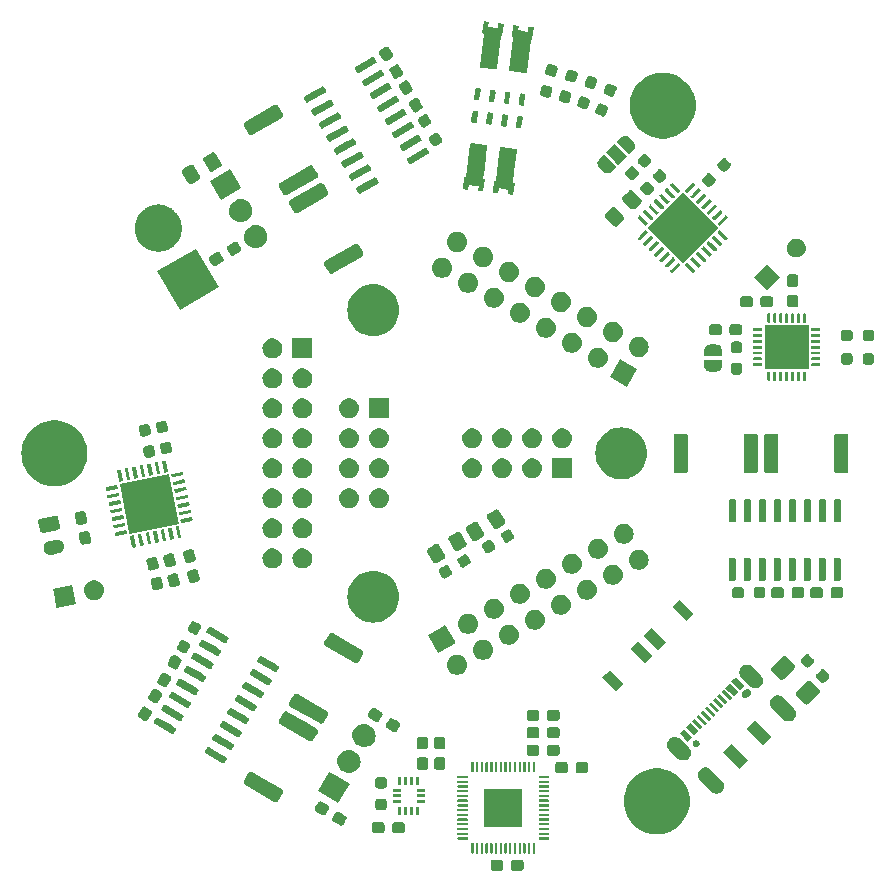
<source format=gts>
G04 #@! TF.GenerationSoftware,KiCad,Pcbnew,8.0.1-rc1*
G04 #@! TF.CreationDate,2024-04-12T00:39:34-07:00*
G04 #@! TF.ProjectId,Toolhead Board,546f6f6c-6865-4616-9420-426f6172642e,1*
G04 #@! TF.SameCoordinates,Original*
G04 #@! TF.FileFunction,Soldermask,Top*
G04 #@! TF.FilePolarity,Negative*
%FSLAX46Y46*%
G04 Gerber Fmt 4.6, Leading zero omitted, Abs format (unit mm)*
G04 Created by KiCad (PCBNEW 8.0.1-rc1) date 2024-04-12 00:39:34*
%MOMM*%
%LPD*%
G01*
G04 APERTURE LIST*
G04 APERTURE END LIST*
G36*
X78771615Y-109385818D02*
G01*
X78820017Y-109391434D01*
X78836555Y-109398736D01*
X78858387Y-109403079D01*
X78881759Y-109418695D01*
X78901224Y-109427290D01*
X78914517Y-109440583D01*
X78935438Y-109454562D01*
X78949416Y-109475482D01*
X78962709Y-109488775D01*
X78971302Y-109508238D01*
X78986921Y-109531613D01*
X78991264Y-109553446D01*
X78998565Y-109569982D01*
X79004178Y-109618372D01*
X79005000Y-109622500D01*
X79005000Y-110097500D01*
X79004178Y-110101627D01*
X78998565Y-110150017D01*
X78991264Y-110166551D01*
X78986921Y-110188387D01*
X78971301Y-110211763D01*
X78962709Y-110231224D01*
X78949418Y-110244514D01*
X78935438Y-110265438D01*
X78914514Y-110279418D01*
X78901224Y-110292709D01*
X78881763Y-110301301D01*
X78858387Y-110316921D01*
X78836551Y-110321264D01*
X78820017Y-110328565D01*
X78771629Y-110334178D01*
X78767500Y-110335000D01*
X78167500Y-110335000D01*
X78163373Y-110334179D01*
X78114982Y-110328565D01*
X78098446Y-110321264D01*
X78076613Y-110316921D01*
X78053238Y-110301302D01*
X78033775Y-110292709D01*
X78020482Y-110279416D01*
X77999562Y-110265438D01*
X77985583Y-110244517D01*
X77972290Y-110231224D01*
X77963695Y-110211759D01*
X77948079Y-110188387D01*
X77943736Y-110166555D01*
X77936434Y-110150017D01*
X77930818Y-110101616D01*
X77930000Y-110097500D01*
X77930000Y-109622500D01*
X77930818Y-109618385D01*
X77936434Y-109569982D01*
X77943736Y-109553442D01*
X77948079Y-109531613D01*
X77963694Y-109508242D01*
X77972290Y-109488775D01*
X77985585Y-109475479D01*
X77999562Y-109454562D01*
X78020479Y-109440585D01*
X78033775Y-109427290D01*
X78053242Y-109418694D01*
X78076613Y-109403079D01*
X78098442Y-109398736D01*
X78114982Y-109391434D01*
X78163384Y-109385818D01*
X78167500Y-109385000D01*
X78767500Y-109385000D01*
X78771615Y-109385818D01*
G37*
G36*
X80496615Y-109385818D02*
G01*
X80545017Y-109391434D01*
X80561555Y-109398736D01*
X80583387Y-109403079D01*
X80606759Y-109418695D01*
X80626224Y-109427290D01*
X80639517Y-109440583D01*
X80660438Y-109454562D01*
X80674416Y-109475482D01*
X80687709Y-109488775D01*
X80696302Y-109508238D01*
X80711921Y-109531613D01*
X80716264Y-109553446D01*
X80723565Y-109569982D01*
X80729178Y-109618372D01*
X80730000Y-109622500D01*
X80730000Y-110097500D01*
X80729178Y-110101627D01*
X80723565Y-110150017D01*
X80716264Y-110166551D01*
X80711921Y-110188387D01*
X80696301Y-110211763D01*
X80687709Y-110231224D01*
X80674418Y-110244514D01*
X80660438Y-110265438D01*
X80639514Y-110279418D01*
X80626224Y-110292709D01*
X80606763Y-110301301D01*
X80583387Y-110316921D01*
X80561551Y-110321264D01*
X80545017Y-110328565D01*
X80496629Y-110334178D01*
X80492500Y-110335000D01*
X79892500Y-110335000D01*
X79888373Y-110334179D01*
X79839982Y-110328565D01*
X79823446Y-110321264D01*
X79801613Y-110316921D01*
X79778238Y-110301302D01*
X79758775Y-110292709D01*
X79745482Y-110279416D01*
X79724562Y-110265438D01*
X79710583Y-110244517D01*
X79697290Y-110231224D01*
X79688695Y-110211759D01*
X79673079Y-110188387D01*
X79668736Y-110166555D01*
X79661434Y-110150017D01*
X79655818Y-110101616D01*
X79655000Y-110097500D01*
X79655000Y-109622500D01*
X79655818Y-109618385D01*
X79661434Y-109569982D01*
X79668736Y-109553442D01*
X79673079Y-109531613D01*
X79688694Y-109508242D01*
X79697290Y-109488775D01*
X79710585Y-109475479D01*
X79724562Y-109454562D01*
X79745479Y-109440585D01*
X79758775Y-109427290D01*
X79778242Y-109418694D01*
X79801613Y-109403079D01*
X79823442Y-109398736D01*
X79839982Y-109391434D01*
X79888384Y-109385818D01*
X79892500Y-109385000D01*
X80492500Y-109385000D01*
X80496615Y-109385818D01*
G37*
G36*
X76469134Y-108003806D02*
G01*
X76485355Y-108014645D01*
X76496194Y-108030866D01*
X76500000Y-108050000D01*
X76500000Y-108825000D01*
X76496194Y-108844134D01*
X76485355Y-108860355D01*
X76469134Y-108871194D01*
X76450000Y-108875000D01*
X76350000Y-108875000D01*
X76330866Y-108871194D01*
X76314645Y-108860355D01*
X76303806Y-108844134D01*
X76300000Y-108825000D01*
X76300000Y-108050000D01*
X76303806Y-108030866D01*
X76314645Y-108014645D01*
X76330866Y-108003806D01*
X76350000Y-108000000D01*
X76450000Y-108000000D01*
X76469134Y-108003806D01*
G37*
G36*
X76869134Y-108003806D02*
G01*
X76885355Y-108014645D01*
X76896194Y-108030866D01*
X76900000Y-108050000D01*
X76900000Y-108825000D01*
X76896194Y-108844134D01*
X76885355Y-108860355D01*
X76869134Y-108871194D01*
X76850000Y-108875000D01*
X76750000Y-108875000D01*
X76730866Y-108871194D01*
X76714645Y-108860355D01*
X76703806Y-108844134D01*
X76700000Y-108825000D01*
X76700000Y-108050000D01*
X76703806Y-108030866D01*
X76714645Y-108014645D01*
X76730866Y-108003806D01*
X76750000Y-108000000D01*
X76850000Y-108000000D01*
X76869134Y-108003806D01*
G37*
G36*
X77269134Y-108003806D02*
G01*
X77285355Y-108014645D01*
X77296194Y-108030866D01*
X77300000Y-108050000D01*
X77300000Y-108825000D01*
X77296194Y-108844134D01*
X77285355Y-108860355D01*
X77269134Y-108871194D01*
X77250000Y-108875000D01*
X77150000Y-108875000D01*
X77130866Y-108871194D01*
X77114645Y-108860355D01*
X77103806Y-108844134D01*
X77100000Y-108825000D01*
X77100000Y-108050000D01*
X77103806Y-108030866D01*
X77114645Y-108014645D01*
X77130866Y-108003806D01*
X77150000Y-108000000D01*
X77250000Y-108000000D01*
X77269134Y-108003806D01*
G37*
G36*
X77669134Y-108003806D02*
G01*
X77685355Y-108014645D01*
X77696194Y-108030866D01*
X77700000Y-108050000D01*
X77700000Y-108825000D01*
X77696194Y-108844134D01*
X77685355Y-108860355D01*
X77669134Y-108871194D01*
X77650000Y-108875000D01*
X77550000Y-108875000D01*
X77530866Y-108871194D01*
X77514645Y-108860355D01*
X77503806Y-108844134D01*
X77500000Y-108825000D01*
X77500000Y-108050000D01*
X77503806Y-108030866D01*
X77514645Y-108014645D01*
X77530866Y-108003806D01*
X77550000Y-108000000D01*
X77650000Y-108000000D01*
X77669134Y-108003806D01*
G37*
G36*
X78069134Y-108003806D02*
G01*
X78085355Y-108014645D01*
X78096194Y-108030866D01*
X78100000Y-108050000D01*
X78100000Y-108825000D01*
X78096194Y-108844134D01*
X78085355Y-108860355D01*
X78069134Y-108871194D01*
X78050000Y-108875000D01*
X77950000Y-108875000D01*
X77930866Y-108871194D01*
X77914645Y-108860355D01*
X77903806Y-108844134D01*
X77900000Y-108825000D01*
X77900000Y-108050000D01*
X77903806Y-108030866D01*
X77914645Y-108014645D01*
X77930866Y-108003806D01*
X77950000Y-108000000D01*
X78050000Y-108000000D01*
X78069134Y-108003806D01*
G37*
G36*
X78469134Y-108003806D02*
G01*
X78485355Y-108014645D01*
X78496194Y-108030866D01*
X78500000Y-108050000D01*
X78500000Y-108825000D01*
X78496194Y-108844134D01*
X78485355Y-108860355D01*
X78469134Y-108871194D01*
X78450000Y-108875000D01*
X78350000Y-108875000D01*
X78330866Y-108871194D01*
X78314645Y-108860355D01*
X78303806Y-108844134D01*
X78300000Y-108825000D01*
X78300000Y-108050000D01*
X78303806Y-108030866D01*
X78314645Y-108014645D01*
X78330866Y-108003806D01*
X78350000Y-108000000D01*
X78450000Y-108000000D01*
X78469134Y-108003806D01*
G37*
G36*
X78869134Y-108003806D02*
G01*
X78885355Y-108014645D01*
X78896194Y-108030866D01*
X78900000Y-108050000D01*
X78900000Y-108825000D01*
X78896194Y-108844134D01*
X78885355Y-108860355D01*
X78869134Y-108871194D01*
X78850000Y-108875000D01*
X78750000Y-108875000D01*
X78730866Y-108871194D01*
X78714645Y-108860355D01*
X78703806Y-108844134D01*
X78700000Y-108825000D01*
X78700000Y-108050000D01*
X78703806Y-108030866D01*
X78714645Y-108014645D01*
X78730866Y-108003806D01*
X78750000Y-108000000D01*
X78850000Y-108000000D01*
X78869134Y-108003806D01*
G37*
G36*
X79269134Y-108003806D02*
G01*
X79285355Y-108014645D01*
X79296194Y-108030866D01*
X79300000Y-108050000D01*
X79300000Y-108825000D01*
X79296194Y-108844134D01*
X79285355Y-108860355D01*
X79269134Y-108871194D01*
X79250000Y-108875000D01*
X79150000Y-108875000D01*
X79130866Y-108871194D01*
X79114645Y-108860355D01*
X79103806Y-108844134D01*
X79100000Y-108825000D01*
X79100000Y-108050000D01*
X79103806Y-108030866D01*
X79114645Y-108014645D01*
X79130866Y-108003806D01*
X79150000Y-108000000D01*
X79250000Y-108000000D01*
X79269134Y-108003806D01*
G37*
G36*
X79669134Y-108003806D02*
G01*
X79685355Y-108014645D01*
X79696194Y-108030866D01*
X79700000Y-108050000D01*
X79700000Y-108825000D01*
X79696194Y-108844134D01*
X79685355Y-108860355D01*
X79669134Y-108871194D01*
X79650000Y-108875000D01*
X79550000Y-108875000D01*
X79530866Y-108871194D01*
X79514645Y-108860355D01*
X79503806Y-108844134D01*
X79500000Y-108825000D01*
X79500000Y-108050000D01*
X79503806Y-108030866D01*
X79514645Y-108014645D01*
X79530866Y-108003806D01*
X79550000Y-108000000D01*
X79650000Y-108000000D01*
X79669134Y-108003806D01*
G37*
G36*
X80069134Y-108003806D02*
G01*
X80085355Y-108014645D01*
X80096194Y-108030866D01*
X80100000Y-108050000D01*
X80100000Y-108825000D01*
X80096194Y-108844134D01*
X80085355Y-108860355D01*
X80069134Y-108871194D01*
X80050000Y-108875000D01*
X79950000Y-108875000D01*
X79930866Y-108871194D01*
X79914645Y-108860355D01*
X79903806Y-108844134D01*
X79900000Y-108825000D01*
X79900000Y-108050000D01*
X79903806Y-108030866D01*
X79914645Y-108014645D01*
X79930866Y-108003806D01*
X79950000Y-108000000D01*
X80050000Y-108000000D01*
X80069134Y-108003806D01*
G37*
G36*
X80469134Y-108003806D02*
G01*
X80485355Y-108014645D01*
X80496194Y-108030866D01*
X80500000Y-108050000D01*
X80500000Y-108825000D01*
X80496194Y-108844134D01*
X80485355Y-108860355D01*
X80469134Y-108871194D01*
X80450000Y-108875000D01*
X80350000Y-108875000D01*
X80330866Y-108871194D01*
X80314645Y-108860355D01*
X80303806Y-108844134D01*
X80300000Y-108825000D01*
X80300000Y-108050000D01*
X80303806Y-108030866D01*
X80314645Y-108014645D01*
X80330866Y-108003806D01*
X80350000Y-108000000D01*
X80450000Y-108000000D01*
X80469134Y-108003806D01*
G37*
G36*
X80869134Y-108003806D02*
G01*
X80885355Y-108014645D01*
X80896194Y-108030866D01*
X80900000Y-108050000D01*
X80900000Y-108825000D01*
X80896194Y-108844134D01*
X80885355Y-108860355D01*
X80869134Y-108871194D01*
X80850000Y-108875000D01*
X80750000Y-108875000D01*
X80730866Y-108871194D01*
X80714645Y-108860355D01*
X80703806Y-108844134D01*
X80700000Y-108825000D01*
X80700000Y-108050000D01*
X80703806Y-108030866D01*
X80714645Y-108014645D01*
X80730866Y-108003806D01*
X80750000Y-108000000D01*
X80850000Y-108000000D01*
X80869134Y-108003806D01*
G37*
G36*
X81269134Y-108003806D02*
G01*
X81285355Y-108014645D01*
X81296194Y-108030866D01*
X81300000Y-108050000D01*
X81300000Y-108825000D01*
X81296194Y-108844134D01*
X81285355Y-108860355D01*
X81269134Y-108871194D01*
X81250000Y-108875000D01*
X81150000Y-108875000D01*
X81130866Y-108871194D01*
X81114645Y-108860355D01*
X81103806Y-108844134D01*
X81100000Y-108825000D01*
X81100000Y-108050000D01*
X81103806Y-108030866D01*
X81114645Y-108014645D01*
X81130866Y-108003806D01*
X81150000Y-108000000D01*
X81250000Y-108000000D01*
X81269134Y-108003806D01*
G37*
G36*
X81669134Y-108003806D02*
G01*
X81685355Y-108014645D01*
X81696194Y-108030866D01*
X81700000Y-108050000D01*
X81700000Y-108825000D01*
X81696194Y-108844134D01*
X81685355Y-108860355D01*
X81669134Y-108871194D01*
X81650000Y-108875000D01*
X81550000Y-108875000D01*
X81530866Y-108871194D01*
X81514645Y-108860355D01*
X81503806Y-108844134D01*
X81500000Y-108825000D01*
X81500000Y-108050000D01*
X81503806Y-108030866D01*
X81514645Y-108014645D01*
X81530866Y-108003806D01*
X81550000Y-108000000D01*
X81650000Y-108000000D01*
X81669134Y-108003806D01*
G37*
G36*
X75969134Y-107503806D02*
G01*
X75985355Y-107514645D01*
X75996194Y-107530866D01*
X76000000Y-107550000D01*
X76000000Y-107650000D01*
X75996194Y-107669134D01*
X75985355Y-107685355D01*
X75969134Y-107696194D01*
X75950000Y-107700000D01*
X75175000Y-107700000D01*
X75155866Y-107696194D01*
X75139645Y-107685355D01*
X75128806Y-107669134D01*
X75125000Y-107650000D01*
X75125000Y-107550000D01*
X75128806Y-107530866D01*
X75139645Y-107514645D01*
X75155866Y-107503806D01*
X75175000Y-107500000D01*
X75950000Y-107500000D01*
X75969134Y-107503806D01*
G37*
G36*
X82844134Y-107503806D02*
G01*
X82860355Y-107514645D01*
X82871194Y-107530866D01*
X82875000Y-107550000D01*
X82875000Y-107650000D01*
X82871194Y-107669134D01*
X82860355Y-107685355D01*
X82844134Y-107696194D01*
X82825000Y-107700000D01*
X82050000Y-107700000D01*
X82030866Y-107696194D01*
X82014645Y-107685355D01*
X82003806Y-107669134D01*
X82000000Y-107650000D01*
X82000000Y-107550000D01*
X82003806Y-107530866D01*
X82014645Y-107514645D01*
X82030866Y-107503806D01*
X82050000Y-107500000D01*
X82825000Y-107500000D01*
X82844134Y-107503806D01*
G37*
G36*
X75969134Y-107103806D02*
G01*
X75985355Y-107114645D01*
X75996194Y-107130866D01*
X76000000Y-107150000D01*
X76000000Y-107250000D01*
X75996194Y-107269134D01*
X75985355Y-107285355D01*
X75969134Y-107296194D01*
X75950000Y-107300000D01*
X75175000Y-107300000D01*
X75155866Y-107296194D01*
X75139645Y-107285355D01*
X75128806Y-107269134D01*
X75125000Y-107250000D01*
X75125000Y-107150000D01*
X75128806Y-107130866D01*
X75139645Y-107114645D01*
X75155866Y-107103806D01*
X75175000Y-107100000D01*
X75950000Y-107100000D01*
X75969134Y-107103806D01*
G37*
G36*
X82844134Y-107103806D02*
G01*
X82860355Y-107114645D01*
X82871194Y-107130866D01*
X82875000Y-107150000D01*
X82875000Y-107250000D01*
X82871194Y-107269134D01*
X82860355Y-107285355D01*
X82844134Y-107296194D01*
X82825000Y-107300000D01*
X82050000Y-107300000D01*
X82030866Y-107296194D01*
X82014645Y-107285355D01*
X82003806Y-107269134D01*
X82000000Y-107250000D01*
X82000000Y-107150000D01*
X82003806Y-107130866D01*
X82014645Y-107114645D01*
X82030866Y-107103806D01*
X82050000Y-107100000D01*
X82825000Y-107100000D01*
X82844134Y-107103806D01*
G37*
G36*
X92486215Y-101687402D02*
G01*
X92803049Y-101762493D01*
X93109023Y-101873859D01*
X93400000Y-102019993D01*
X93672044Y-102198919D01*
X93921477Y-102408218D01*
X94144924Y-102645059D01*
X94339366Y-102906239D01*
X94502171Y-103188226D01*
X94631139Y-103487208D01*
X94724526Y-103799140D01*
X94781067Y-104119804D01*
X94800000Y-104444864D01*
X94781067Y-104769924D01*
X94724526Y-105090588D01*
X94631139Y-105402520D01*
X94502171Y-105701502D01*
X94339366Y-105983489D01*
X94144924Y-106244669D01*
X93921477Y-106481510D01*
X93672044Y-106690809D01*
X93400000Y-106869735D01*
X93109023Y-107015869D01*
X92803049Y-107127235D01*
X92486215Y-107202326D01*
X92162806Y-107240127D01*
X91837194Y-107240127D01*
X91513785Y-107202326D01*
X91196951Y-107127235D01*
X90890977Y-107015869D01*
X90600000Y-106869735D01*
X90327956Y-106690809D01*
X90078523Y-106481510D01*
X89855076Y-106244669D01*
X89660634Y-105983489D01*
X89497829Y-105701502D01*
X89368861Y-105402520D01*
X89275474Y-105090588D01*
X89218933Y-104769924D01*
X89200000Y-104444864D01*
X89218933Y-104119804D01*
X89275474Y-103799140D01*
X89368861Y-103487208D01*
X89497829Y-103188226D01*
X89660634Y-102906239D01*
X89855076Y-102645059D01*
X90078523Y-102408218D01*
X90327956Y-102198919D01*
X90600000Y-102019993D01*
X90890977Y-101873859D01*
X91196951Y-101762493D01*
X91513785Y-101687402D01*
X91837194Y-101649601D01*
X92162806Y-101649601D01*
X92486215Y-101687402D01*
G37*
G36*
X68721615Y-106215818D02*
G01*
X68770017Y-106221434D01*
X68786555Y-106228736D01*
X68808387Y-106233079D01*
X68831759Y-106248695D01*
X68851224Y-106257290D01*
X68864517Y-106270583D01*
X68885438Y-106284562D01*
X68899416Y-106305482D01*
X68912709Y-106318775D01*
X68921302Y-106338238D01*
X68936921Y-106361613D01*
X68941264Y-106383446D01*
X68948565Y-106399982D01*
X68954178Y-106448372D01*
X68955000Y-106452500D01*
X68955000Y-106927500D01*
X68954178Y-106931627D01*
X68948565Y-106980017D01*
X68941264Y-106996551D01*
X68936921Y-107018387D01*
X68921301Y-107041763D01*
X68912709Y-107061224D01*
X68899418Y-107074514D01*
X68885438Y-107095438D01*
X68864514Y-107109418D01*
X68851224Y-107122709D01*
X68831763Y-107131301D01*
X68808387Y-107146921D01*
X68786551Y-107151264D01*
X68770017Y-107158565D01*
X68721629Y-107164178D01*
X68717500Y-107165000D01*
X68117500Y-107165000D01*
X68113373Y-107164179D01*
X68064982Y-107158565D01*
X68048446Y-107151264D01*
X68026613Y-107146921D01*
X68003238Y-107131302D01*
X67983775Y-107122709D01*
X67970482Y-107109416D01*
X67949562Y-107095438D01*
X67935583Y-107074517D01*
X67922290Y-107061224D01*
X67913695Y-107041759D01*
X67898079Y-107018387D01*
X67893736Y-106996555D01*
X67886434Y-106980017D01*
X67880818Y-106931616D01*
X67880000Y-106927500D01*
X67880000Y-106452500D01*
X67880818Y-106448385D01*
X67886434Y-106399982D01*
X67893736Y-106383442D01*
X67898079Y-106361613D01*
X67913694Y-106338242D01*
X67922290Y-106318775D01*
X67935585Y-106305479D01*
X67949562Y-106284562D01*
X67970479Y-106270585D01*
X67983775Y-106257290D01*
X68003242Y-106248694D01*
X68026613Y-106233079D01*
X68048442Y-106228736D01*
X68064982Y-106221434D01*
X68113384Y-106215818D01*
X68117500Y-106215000D01*
X68717500Y-106215000D01*
X68721615Y-106215818D01*
G37*
G36*
X70446615Y-106215818D02*
G01*
X70495017Y-106221434D01*
X70511555Y-106228736D01*
X70533387Y-106233079D01*
X70556759Y-106248695D01*
X70576224Y-106257290D01*
X70589517Y-106270583D01*
X70610438Y-106284562D01*
X70624416Y-106305482D01*
X70637709Y-106318775D01*
X70646302Y-106338238D01*
X70661921Y-106361613D01*
X70666264Y-106383446D01*
X70673565Y-106399982D01*
X70679178Y-106448372D01*
X70680000Y-106452500D01*
X70680000Y-106927500D01*
X70679178Y-106931627D01*
X70673565Y-106980017D01*
X70666264Y-106996551D01*
X70661921Y-107018387D01*
X70646301Y-107041763D01*
X70637709Y-107061224D01*
X70624418Y-107074514D01*
X70610438Y-107095438D01*
X70589514Y-107109418D01*
X70576224Y-107122709D01*
X70556763Y-107131301D01*
X70533387Y-107146921D01*
X70511551Y-107151264D01*
X70495017Y-107158565D01*
X70446629Y-107164178D01*
X70442500Y-107165000D01*
X69842500Y-107165000D01*
X69838373Y-107164179D01*
X69789982Y-107158565D01*
X69773446Y-107151264D01*
X69751613Y-107146921D01*
X69728238Y-107131302D01*
X69708775Y-107122709D01*
X69695482Y-107109416D01*
X69674562Y-107095438D01*
X69660583Y-107074517D01*
X69647290Y-107061224D01*
X69638695Y-107041759D01*
X69623079Y-107018387D01*
X69618736Y-106996555D01*
X69611434Y-106980017D01*
X69605818Y-106931616D01*
X69605000Y-106927500D01*
X69605000Y-106452500D01*
X69605818Y-106448385D01*
X69611434Y-106399982D01*
X69618736Y-106383442D01*
X69623079Y-106361613D01*
X69638694Y-106338242D01*
X69647290Y-106318775D01*
X69660585Y-106305479D01*
X69674562Y-106284562D01*
X69695479Y-106270585D01*
X69708775Y-106257290D01*
X69728242Y-106248694D01*
X69751613Y-106233079D01*
X69773442Y-106228736D01*
X69789982Y-106221434D01*
X69838384Y-106215818D01*
X69842500Y-106215000D01*
X70442500Y-106215000D01*
X70446615Y-106215818D01*
G37*
G36*
X75969134Y-106703806D02*
G01*
X75985355Y-106714645D01*
X75996194Y-106730866D01*
X76000000Y-106750000D01*
X76000000Y-106850000D01*
X75996194Y-106869134D01*
X75985355Y-106885355D01*
X75969134Y-106896194D01*
X75950000Y-106900000D01*
X75175000Y-106900000D01*
X75155866Y-106896194D01*
X75139645Y-106885355D01*
X75128806Y-106869134D01*
X75125000Y-106850000D01*
X75125000Y-106750000D01*
X75128806Y-106730866D01*
X75139645Y-106714645D01*
X75155866Y-106703806D01*
X75175000Y-106700000D01*
X75950000Y-106700000D01*
X75969134Y-106703806D01*
G37*
G36*
X82844134Y-106703806D02*
G01*
X82860355Y-106714645D01*
X82871194Y-106730866D01*
X82875000Y-106750000D01*
X82875000Y-106850000D01*
X82871194Y-106869134D01*
X82860355Y-106885355D01*
X82844134Y-106896194D01*
X82825000Y-106900000D01*
X82050000Y-106900000D01*
X82030866Y-106896194D01*
X82014645Y-106885355D01*
X82003806Y-106869134D01*
X82000000Y-106850000D01*
X82000000Y-106750000D01*
X82003806Y-106730866D01*
X82014645Y-106714645D01*
X82030866Y-106703806D01*
X82050000Y-106700000D01*
X82825000Y-106700000D01*
X82844134Y-106703806D01*
G37*
G36*
X80600000Y-106600000D02*
G01*
X77400000Y-106600000D01*
X77400000Y-103400000D01*
X80600000Y-103400000D01*
X80600000Y-106600000D01*
G37*
G36*
X64998844Y-105331938D02*
G01*
X65026889Y-105330101D01*
X65047966Y-105337255D01*
X65065939Y-105339201D01*
X65110660Y-105358537D01*
X65114639Y-105359888D01*
X65265208Y-105446819D01*
X65631708Y-105658417D01*
X65631710Y-105658419D01*
X65634255Y-105659888D01*
X65637407Y-105662652D01*
X65676519Y-105691719D01*
X65687188Y-105706309D01*
X65703926Y-105720988D01*
X65716359Y-105746199D01*
X65728916Y-105763371D01*
X65733781Y-105781528D01*
X65744912Y-105804099D01*
X65746557Y-105829209D01*
X65751423Y-105847367D01*
X65749133Y-105868520D01*
X65750972Y-105896569D01*
X65743818Y-105917644D01*
X65741873Y-105935619D01*
X65722539Y-105980331D01*
X65721186Y-105984319D01*
X65483686Y-106395681D01*
X65480913Y-106398842D01*
X65451854Y-106437945D01*
X65437264Y-106448613D01*
X65422585Y-106465352D01*
X65397368Y-106477787D01*
X65380199Y-106490343D01*
X65362046Y-106495207D01*
X65339474Y-106506339D01*
X65314361Y-106507984D01*
X65296205Y-106512850D01*
X65275054Y-106510560D01*
X65247005Y-106512399D01*
X65225924Y-106505243D01*
X65207954Y-106503298D01*
X65163240Y-106483964D01*
X65159255Y-106482612D01*
X64639639Y-106182612D01*
X64636484Y-106179845D01*
X64597374Y-106150780D01*
X64586704Y-106136189D01*
X64569968Y-106121512D01*
X64557535Y-106096301D01*
X64544977Y-106079128D01*
X64540111Y-106060968D01*
X64528982Y-106038401D01*
X64527336Y-106013294D01*
X64522470Y-105995132D01*
X64524759Y-105973972D01*
X64522922Y-105945931D01*
X64530074Y-105924860D01*
X64532020Y-105906880D01*
X64551359Y-105862153D01*
X64552708Y-105858181D01*
X64583932Y-105804099D01*
X64788735Y-105449368D01*
X64788740Y-105449359D01*
X64790208Y-105446819D01*
X64792968Y-105443670D01*
X64822039Y-105404554D01*
X64836633Y-105393881D01*
X64851309Y-105377148D01*
X64876518Y-105364715D01*
X64893694Y-105352156D01*
X64911853Y-105347290D01*
X64934420Y-105336161D01*
X64959526Y-105334515D01*
X64977688Y-105329649D01*
X64998844Y-105331938D01*
G37*
G36*
X75969134Y-106303806D02*
G01*
X75985355Y-106314645D01*
X75996194Y-106330866D01*
X76000000Y-106350000D01*
X76000000Y-106450000D01*
X75996194Y-106469134D01*
X75985355Y-106485355D01*
X75969134Y-106496194D01*
X75950000Y-106500000D01*
X75175000Y-106500000D01*
X75155866Y-106496194D01*
X75139645Y-106485355D01*
X75128806Y-106469134D01*
X75125000Y-106450000D01*
X75125000Y-106350000D01*
X75128806Y-106330866D01*
X75139645Y-106314645D01*
X75155866Y-106303806D01*
X75175000Y-106300000D01*
X75950000Y-106300000D01*
X75969134Y-106303806D01*
G37*
G36*
X82844134Y-106303806D02*
G01*
X82860355Y-106314645D01*
X82871194Y-106330866D01*
X82875000Y-106350000D01*
X82875000Y-106450000D01*
X82871194Y-106469134D01*
X82860355Y-106485355D01*
X82844134Y-106496194D01*
X82825000Y-106500000D01*
X82050000Y-106500000D01*
X82030866Y-106496194D01*
X82014645Y-106485355D01*
X82003806Y-106469134D01*
X82000000Y-106450000D01*
X82000000Y-106350000D01*
X82003806Y-106330866D01*
X82014645Y-106314645D01*
X82030866Y-106303806D01*
X82050000Y-106300000D01*
X82825000Y-106300000D01*
X82844134Y-106303806D01*
G37*
G36*
X75969134Y-105903806D02*
G01*
X75985355Y-105914645D01*
X75996194Y-105930866D01*
X76000000Y-105950000D01*
X76000000Y-106050000D01*
X75996194Y-106069134D01*
X75985355Y-106085355D01*
X75969134Y-106096194D01*
X75950000Y-106100000D01*
X75175000Y-106100000D01*
X75155866Y-106096194D01*
X75139645Y-106085355D01*
X75128806Y-106069134D01*
X75125000Y-106050000D01*
X75125000Y-105950000D01*
X75128806Y-105930866D01*
X75139645Y-105914645D01*
X75155866Y-105903806D01*
X75175000Y-105900000D01*
X75950000Y-105900000D01*
X75969134Y-105903806D01*
G37*
G36*
X82844134Y-105903806D02*
G01*
X82860355Y-105914645D01*
X82871194Y-105930866D01*
X82875000Y-105950000D01*
X82875000Y-106050000D01*
X82871194Y-106069134D01*
X82860355Y-106085355D01*
X82844134Y-106096194D01*
X82825000Y-106100000D01*
X82050000Y-106100000D01*
X82030866Y-106096194D01*
X82014645Y-106085355D01*
X82003806Y-106069134D01*
X82000000Y-106050000D01*
X82000000Y-105950000D01*
X82003806Y-105930866D01*
X82014645Y-105914645D01*
X82030866Y-105903806D01*
X82050000Y-105900000D01*
X82825000Y-105900000D01*
X82844134Y-105903806D01*
G37*
G36*
X75969134Y-105503806D02*
G01*
X75985355Y-105514645D01*
X75996194Y-105530866D01*
X76000000Y-105550000D01*
X76000000Y-105650000D01*
X75996194Y-105669134D01*
X75985355Y-105685355D01*
X75969134Y-105696194D01*
X75950000Y-105700000D01*
X75175000Y-105700000D01*
X75155866Y-105696194D01*
X75139645Y-105685355D01*
X75128806Y-105669134D01*
X75125000Y-105650000D01*
X75125000Y-105550000D01*
X75128806Y-105530866D01*
X75139645Y-105514645D01*
X75155866Y-105503806D01*
X75175000Y-105500000D01*
X75950000Y-105500000D01*
X75969134Y-105503806D01*
G37*
G36*
X82844134Y-105503806D02*
G01*
X82860355Y-105514645D01*
X82871194Y-105530866D01*
X82875000Y-105550000D01*
X82875000Y-105650000D01*
X82871194Y-105669134D01*
X82860355Y-105685355D01*
X82844134Y-105696194D01*
X82825000Y-105700000D01*
X82050000Y-105700000D01*
X82030866Y-105696194D01*
X82014645Y-105685355D01*
X82003806Y-105669134D01*
X82000000Y-105650000D01*
X82000000Y-105550000D01*
X82003806Y-105530866D01*
X82014645Y-105514645D01*
X82030866Y-105503806D01*
X82050000Y-105500000D01*
X82825000Y-105500000D01*
X82844134Y-105503806D01*
G37*
G36*
X63504950Y-104469438D02*
G01*
X63532995Y-104467601D01*
X63554072Y-104474755D01*
X63572045Y-104476701D01*
X63616766Y-104496037D01*
X63620745Y-104497388D01*
X63836742Y-104622094D01*
X64137814Y-104795917D01*
X64137816Y-104795919D01*
X64140361Y-104797388D01*
X64143513Y-104800152D01*
X64182625Y-104829219D01*
X64193294Y-104843809D01*
X64210032Y-104858488D01*
X64222465Y-104883699D01*
X64235022Y-104900871D01*
X64239887Y-104919028D01*
X64251018Y-104941599D01*
X64252663Y-104966709D01*
X64257529Y-104984867D01*
X64255239Y-105006020D01*
X64257078Y-105034069D01*
X64249924Y-105055144D01*
X64247979Y-105073119D01*
X64228645Y-105117831D01*
X64227292Y-105121819D01*
X63989792Y-105533181D01*
X63987019Y-105536342D01*
X63957960Y-105575445D01*
X63943370Y-105586113D01*
X63928691Y-105602852D01*
X63903474Y-105615287D01*
X63886305Y-105627843D01*
X63868152Y-105632707D01*
X63845580Y-105643839D01*
X63820467Y-105645484D01*
X63802311Y-105650350D01*
X63781160Y-105648060D01*
X63753111Y-105649899D01*
X63732030Y-105642743D01*
X63714060Y-105640798D01*
X63669346Y-105621464D01*
X63665361Y-105620112D01*
X63145745Y-105320112D01*
X63142590Y-105317345D01*
X63103480Y-105288280D01*
X63092810Y-105273689D01*
X63076074Y-105259012D01*
X63063641Y-105233801D01*
X63051083Y-105216628D01*
X63046217Y-105198468D01*
X63035088Y-105175901D01*
X63033442Y-105150794D01*
X63028576Y-105132632D01*
X63030865Y-105111472D01*
X63029028Y-105083431D01*
X63036180Y-105062360D01*
X63038126Y-105044380D01*
X63057465Y-104999653D01*
X63058814Y-104995681D01*
X63079669Y-104959559D01*
X63294841Y-104586868D01*
X63294846Y-104586859D01*
X63296314Y-104584319D01*
X63299074Y-104581170D01*
X63328145Y-104542054D01*
X63342739Y-104531381D01*
X63357415Y-104514648D01*
X63382624Y-104502215D01*
X63399800Y-104489656D01*
X63417959Y-104484790D01*
X63440526Y-104473661D01*
X63465632Y-104472015D01*
X63483794Y-104467149D01*
X63504950Y-104469438D01*
G37*
G36*
X70375000Y-105600000D02*
G01*
X70125000Y-105600000D01*
X70125000Y-104925000D01*
X70375000Y-104925000D01*
X70375000Y-105600000D01*
G37*
G36*
X70875000Y-105600000D02*
G01*
X70625000Y-105600000D01*
X70625000Y-104925000D01*
X70875000Y-104925000D01*
X70875000Y-105600000D01*
G37*
G36*
X71375000Y-105600000D02*
G01*
X71125000Y-105600000D01*
X71125000Y-104925000D01*
X71375000Y-104925000D01*
X71375000Y-105600000D01*
G37*
G36*
X71875000Y-105600000D02*
G01*
X71625000Y-105600000D01*
X71625000Y-104925000D01*
X71875000Y-104925000D01*
X71875000Y-105600000D01*
G37*
G36*
X75969134Y-105103806D02*
G01*
X75985355Y-105114645D01*
X75996194Y-105130866D01*
X76000000Y-105150000D01*
X76000000Y-105250000D01*
X75996194Y-105269134D01*
X75985355Y-105285355D01*
X75969134Y-105296194D01*
X75950000Y-105300000D01*
X75175000Y-105300000D01*
X75155866Y-105296194D01*
X75139645Y-105285355D01*
X75128806Y-105269134D01*
X75125000Y-105250000D01*
X75125000Y-105150000D01*
X75128806Y-105130866D01*
X75139645Y-105114645D01*
X75155866Y-105103806D01*
X75175000Y-105100000D01*
X75950000Y-105100000D01*
X75969134Y-105103806D01*
G37*
G36*
X82844134Y-105103806D02*
G01*
X82860355Y-105114645D01*
X82871194Y-105130866D01*
X82875000Y-105150000D01*
X82875000Y-105250000D01*
X82871194Y-105269134D01*
X82860355Y-105285355D01*
X82844134Y-105296194D01*
X82825000Y-105300000D01*
X82050000Y-105300000D01*
X82030866Y-105296194D01*
X82014645Y-105285355D01*
X82003806Y-105269134D01*
X82000000Y-105250000D01*
X82000000Y-105150000D01*
X82003806Y-105130866D01*
X82014645Y-105114645D01*
X82030866Y-105103806D01*
X82050000Y-105100000D01*
X82825000Y-105100000D01*
X82844134Y-105103806D01*
G37*
G36*
X68891615Y-104225818D02*
G01*
X68940017Y-104231434D01*
X68956555Y-104238736D01*
X68978387Y-104243079D01*
X69001759Y-104258695D01*
X69021224Y-104267290D01*
X69034517Y-104280583D01*
X69055438Y-104294562D01*
X69069416Y-104315482D01*
X69082709Y-104328775D01*
X69091302Y-104348238D01*
X69106921Y-104371613D01*
X69111264Y-104393446D01*
X69118565Y-104409982D01*
X69124178Y-104458372D01*
X69125000Y-104462500D01*
X69125000Y-104962500D01*
X69124178Y-104966627D01*
X69118565Y-105015017D01*
X69111264Y-105031551D01*
X69106921Y-105053387D01*
X69091301Y-105076763D01*
X69082709Y-105096224D01*
X69069418Y-105109514D01*
X69055438Y-105130438D01*
X69034514Y-105144418D01*
X69021224Y-105157709D01*
X69001763Y-105166301D01*
X68978387Y-105181921D01*
X68956551Y-105186264D01*
X68940017Y-105193565D01*
X68891629Y-105199178D01*
X68887500Y-105200000D01*
X68412500Y-105200000D01*
X68408373Y-105199179D01*
X68359982Y-105193565D01*
X68343446Y-105186264D01*
X68321613Y-105181921D01*
X68298238Y-105166302D01*
X68278775Y-105157709D01*
X68265482Y-105144416D01*
X68244562Y-105130438D01*
X68230583Y-105109517D01*
X68217290Y-105096224D01*
X68208695Y-105076759D01*
X68193079Y-105053387D01*
X68188736Y-105031555D01*
X68181434Y-105015017D01*
X68175818Y-104966616D01*
X68175000Y-104962500D01*
X68175000Y-104462500D01*
X68175818Y-104458385D01*
X68181434Y-104409982D01*
X68188736Y-104393442D01*
X68193079Y-104371613D01*
X68208694Y-104348242D01*
X68217290Y-104328775D01*
X68230585Y-104315479D01*
X68244562Y-104294562D01*
X68265479Y-104280585D01*
X68278775Y-104267290D01*
X68298242Y-104258694D01*
X68321613Y-104243079D01*
X68343442Y-104238736D01*
X68359982Y-104231434D01*
X68408384Y-104225818D01*
X68412500Y-104225000D01*
X68887500Y-104225000D01*
X68891615Y-104225818D01*
G37*
G36*
X75969134Y-104703806D02*
G01*
X75985355Y-104714645D01*
X75996194Y-104730866D01*
X76000000Y-104750000D01*
X76000000Y-104850000D01*
X75996194Y-104869134D01*
X75985355Y-104885355D01*
X75969134Y-104896194D01*
X75950000Y-104900000D01*
X75175000Y-104900000D01*
X75155866Y-104896194D01*
X75139645Y-104885355D01*
X75128806Y-104869134D01*
X75125000Y-104850000D01*
X75125000Y-104750000D01*
X75128806Y-104730866D01*
X75139645Y-104714645D01*
X75155866Y-104703806D01*
X75175000Y-104700000D01*
X75950000Y-104700000D01*
X75969134Y-104703806D01*
G37*
G36*
X82844134Y-104703806D02*
G01*
X82860355Y-104714645D01*
X82871194Y-104730866D01*
X82875000Y-104750000D01*
X82875000Y-104850000D01*
X82871194Y-104869134D01*
X82860355Y-104885355D01*
X82844134Y-104896194D01*
X82825000Y-104900000D01*
X82050000Y-104900000D01*
X82030866Y-104896194D01*
X82014645Y-104885355D01*
X82003806Y-104869134D01*
X82000000Y-104850000D01*
X82000000Y-104750000D01*
X82003806Y-104730866D01*
X82014645Y-104714645D01*
X82030866Y-104703806D01*
X82050000Y-104700000D01*
X82825000Y-104700000D01*
X82844134Y-104703806D01*
G37*
G36*
X70325000Y-104625000D02*
G01*
X69650000Y-104625000D01*
X69650000Y-104375000D01*
X70325000Y-104375000D01*
X70325000Y-104625000D01*
G37*
G36*
X72350000Y-104625000D02*
G01*
X71675000Y-104625000D01*
X71675000Y-104375000D01*
X72350000Y-104375000D01*
X72350000Y-104625000D01*
G37*
G36*
X64893514Y-102331245D02*
G01*
X65999546Y-102969812D01*
X65999549Y-102969815D01*
X66003881Y-102972316D01*
X65722973Y-103458863D01*
X65053885Y-104617759D01*
X65053881Y-104617762D01*
X65051381Y-104622094D01*
X63895944Y-103955002D01*
X63323665Y-103624597D01*
X63323662Y-103624594D01*
X63319331Y-103622094D01*
X63321831Y-103617762D01*
X63321833Y-103617759D01*
X64269326Y-101976650D01*
X64269334Y-101976640D01*
X64271831Y-101972316D01*
X64893514Y-102331245D01*
G37*
G36*
X57644279Y-101970875D02*
G01*
X57673545Y-101968957D01*
X57695537Y-101976422D01*
X57714569Y-101978482D01*
X57761924Y-101998957D01*
X57765914Y-102000312D01*
X59297634Y-102884651D01*
X60231536Y-103423839D01*
X60231540Y-103423842D01*
X60234086Y-103425312D01*
X60237240Y-103428078D01*
X60278664Y-103458863D01*
X60289963Y-103474314D01*
X60307425Y-103489628D01*
X60320396Y-103515932D01*
X60333772Y-103534223D01*
X60338954Y-103553563D01*
X60350568Y-103577114D01*
X60352285Y-103603317D01*
X60357467Y-103622655D01*
X60355029Y-103645179D01*
X60356948Y-103674450D01*
X60349481Y-103696446D01*
X60347422Y-103715474D01*
X60326950Y-103762818D01*
X60325593Y-103766819D01*
X59963093Y-104394687D01*
X59960320Y-104397848D01*
X59929541Y-104439265D01*
X59914092Y-104450562D01*
X59898777Y-104468026D01*
X59872469Y-104480999D01*
X59854181Y-104494373D01*
X59834842Y-104499554D01*
X59811291Y-104511169D01*
X59785086Y-104512886D01*
X59765749Y-104518068D01*
X59743225Y-104515630D01*
X59713955Y-104517549D01*
X59691958Y-104510082D01*
X59672930Y-104508023D01*
X59625581Y-104487550D01*
X59621586Y-104486194D01*
X57512918Y-103268754D01*
X57155963Y-103062666D01*
X57155960Y-103062664D01*
X57153414Y-103061194D01*
X57150257Y-103058425D01*
X57108835Y-103027642D01*
X57097536Y-103012190D01*
X57080075Y-102996878D01*
X57067103Y-102970574D01*
X57053727Y-102952282D01*
X57048544Y-102932939D01*
X57036932Y-102909392D01*
X57035214Y-102883192D01*
X57030032Y-102863850D01*
X57032470Y-102841320D01*
X57030552Y-102812056D01*
X57038017Y-102790064D01*
X57040077Y-102771031D01*
X57060554Y-102723671D01*
X57061907Y-102719687D01*
X57231254Y-102426369D01*
X57422934Y-102094368D01*
X57422939Y-102094359D01*
X57424407Y-102091819D01*
X57427168Y-102088670D01*
X57457958Y-102047240D01*
X57473411Y-102035939D01*
X57488723Y-102018480D01*
X57515023Y-102005510D01*
X57533318Y-101992132D01*
X57552662Y-101986948D01*
X57576209Y-101975337D01*
X57602407Y-101973619D01*
X57621750Y-101968437D01*
X57644279Y-101970875D01*
G37*
G36*
X75969134Y-104303806D02*
G01*
X75985355Y-104314645D01*
X75996194Y-104330866D01*
X76000000Y-104350000D01*
X76000000Y-104450000D01*
X75996194Y-104469134D01*
X75985355Y-104485355D01*
X75969134Y-104496194D01*
X75950000Y-104500000D01*
X75175000Y-104500000D01*
X75155866Y-104496194D01*
X75139645Y-104485355D01*
X75128806Y-104469134D01*
X75125000Y-104450000D01*
X75125000Y-104350000D01*
X75128806Y-104330866D01*
X75139645Y-104314645D01*
X75155866Y-104303806D01*
X75175000Y-104300000D01*
X75950000Y-104300000D01*
X75969134Y-104303806D01*
G37*
G36*
X82844134Y-104303806D02*
G01*
X82860355Y-104314645D01*
X82871194Y-104330866D01*
X82875000Y-104350000D01*
X82875000Y-104450000D01*
X82871194Y-104469134D01*
X82860355Y-104485355D01*
X82844134Y-104496194D01*
X82825000Y-104500000D01*
X82050000Y-104500000D01*
X82030866Y-104496194D01*
X82014645Y-104485355D01*
X82003806Y-104469134D01*
X82000000Y-104450000D01*
X82000000Y-104350000D01*
X82003806Y-104330866D01*
X82014645Y-104314645D01*
X82030866Y-104303806D01*
X82050000Y-104300000D01*
X82825000Y-104300000D01*
X82844134Y-104303806D01*
G37*
G36*
X70325000Y-104125000D02*
G01*
X69650000Y-104125000D01*
X69650000Y-103875000D01*
X70325000Y-103875000D01*
X70325000Y-104125000D01*
G37*
G36*
X72350000Y-104125000D02*
G01*
X71675000Y-104125000D01*
X71675000Y-103875000D01*
X72350000Y-103875000D01*
X72350000Y-104125000D01*
G37*
G36*
X75969134Y-103903806D02*
G01*
X75985355Y-103914645D01*
X75996194Y-103930866D01*
X76000000Y-103950000D01*
X76000000Y-104050000D01*
X75996194Y-104069134D01*
X75985355Y-104085355D01*
X75969134Y-104096194D01*
X75950000Y-104100000D01*
X75175000Y-104100000D01*
X75155866Y-104096194D01*
X75139645Y-104085355D01*
X75128806Y-104069134D01*
X75125000Y-104050000D01*
X75125000Y-103950000D01*
X75128806Y-103930866D01*
X75139645Y-103914645D01*
X75155866Y-103903806D01*
X75175000Y-103900000D01*
X75950000Y-103900000D01*
X75969134Y-103903806D01*
G37*
G36*
X82844134Y-103903806D02*
G01*
X82860355Y-103914645D01*
X82871194Y-103930866D01*
X82875000Y-103950000D01*
X82875000Y-104050000D01*
X82871194Y-104069134D01*
X82860355Y-104085355D01*
X82844134Y-104096194D01*
X82825000Y-104100000D01*
X82050000Y-104100000D01*
X82030866Y-104096194D01*
X82014645Y-104085355D01*
X82003806Y-104069134D01*
X82000000Y-104050000D01*
X82000000Y-103950000D01*
X82003806Y-103930866D01*
X82014645Y-103914645D01*
X82030866Y-103903806D01*
X82050000Y-103900000D01*
X82825000Y-103900000D01*
X82844134Y-103903806D01*
G37*
G36*
X96317037Y-101615743D02*
G01*
X96434760Y-101664505D01*
X96540708Y-101735297D01*
X97507210Y-102697373D01*
X97550047Y-102744636D01*
X97620839Y-102850584D01*
X97669602Y-102968307D01*
X97694461Y-103093281D01*
X97694461Y-103220703D01*
X97669602Y-103345677D01*
X97620839Y-103463400D01*
X97550047Y-103569348D01*
X97459946Y-103659449D01*
X97353998Y-103730241D01*
X97236275Y-103779004D01*
X97111301Y-103803863D01*
X96983879Y-103803863D01*
X96858905Y-103779004D01*
X96741182Y-103730241D01*
X96635234Y-103659449D01*
X95668733Y-102697373D01*
X95625895Y-102650110D01*
X95555103Y-102544162D01*
X95506341Y-102426439D01*
X95481482Y-102301465D01*
X95481482Y-102174043D01*
X95506341Y-102049069D01*
X95555103Y-101931346D01*
X95625895Y-101825398D01*
X95715996Y-101735297D01*
X95821944Y-101664505D01*
X95939667Y-101615743D01*
X96064641Y-101590884D01*
X96192063Y-101590884D01*
X96317037Y-101615743D01*
G37*
G36*
X75969134Y-103503806D02*
G01*
X75985355Y-103514645D01*
X75996194Y-103530866D01*
X76000000Y-103550000D01*
X76000000Y-103650000D01*
X75996194Y-103669134D01*
X75985355Y-103685355D01*
X75969134Y-103696194D01*
X75950000Y-103700000D01*
X75175000Y-103700000D01*
X75155866Y-103696194D01*
X75139645Y-103685355D01*
X75128806Y-103669134D01*
X75125000Y-103650000D01*
X75125000Y-103550000D01*
X75128806Y-103530866D01*
X75139645Y-103514645D01*
X75155866Y-103503806D01*
X75175000Y-103500000D01*
X75950000Y-103500000D01*
X75969134Y-103503806D01*
G37*
G36*
X82844134Y-103503806D02*
G01*
X82860355Y-103514645D01*
X82871194Y-103530866D01*
X82875000Y-103550000D01*
X82875000Y-103650000D01*
X82871194Y-103669134D01*
X82860355Y-103685355D01*
X82844134Y-103696194D01*
X82825000Y-103700000D01*
X82050000Y-103700000D01*
X82030866Y-103696194D01*
X82014645Y-103685355D01*
X82003806Y-103669134D01*
X82000000Y-103650000D01*
X82000000Y-103550000D01*
X82003806Y-103530866D01*
X82014645Y-103514645D01*
X82030866Y-103503806D01*
X82050000Y-103500000D01*
X82825000Y-103500000D01*
X82844134Y-103503806D01*
G37*
G36*
X70325000Y-103625000D02*
G01*
X69650000Y-103625000D01*
X69650000Y-103375000D01*
X70325000Y-103375000D01*
X70325000Y-103625000D01*
G37*
G36*
X72350000Y-103625000D02*
G01*
X71675000Y-103625000D01*
X71675000Y-103375000D01*
X72350000Y-103375000D01*
X72350000Y-103625000D01*
G37*
G36*
X68891615Y-102400818D02*
G01*
X68940017Y-102406434D01*
X68956555Y-102413736D01*
X68978387Y-102418079D01*
X69001759Y-102433695D01*
X69021224Y-102442290D01*
X69034517Y-102455583D01*
X69055438Y-102469562D01*
X69069416Y-102490482D01*
X69082709Y-102503775D01*
X69091302Y-102523238D01*
X69106921Y-102546613D01*
X69111264Y-102568446D01*
X69118565Y-102584982D01*
X69124178Y-102633372D01*
X69125000Y-102637500D01*
X69125000Y-103137500D01*
X69124178Y-103141627D01*
X69118565Y-103190017D01*
X69111264Y-103206551D01*
X69106921Y-103228387D01*
X69091301Y-103251763D01*
X69082709Y-103271224D01*
X69069418Y-103284514D01*
X69055438Y-103305438D01*
X69034514Y-103319418D01*
X69021224Y-103332709D01*
X69001763Y-103341301D01*
X68978387Y-103356921D01*
X68956551Y-103361264D01*
X68940017Y-103368565D01*
X68891629Y-103374178D01*
X68887500Y-103375000D01*
X68412500Y-103375000D01*
X68408373Y-103374179D01*
X68359982Y-103368565D01*
X68343446Y-103361264D01*
X68321613Y-103356921D01*
X68298238Y-103341302D01*
X68278775Y-103332709D01*
X68265482Y-103319416D01*
X68244562Y-103305438D01*
X68230583Y-103284517D01*
X68217290Y-103271224D01*
X68208695Y-103251759D01*
X68193079Y-103228387D01*
X68188736Y-103206555D01*
X68181434Y-103190017D01*
X68175818Y-103141616D01*
X68175000Y-103137500D01*
X68175000Y-102637500D01*
X68175818Y-102633385D01*
X68181434Y-102584982D01*
X68188736Y-102568442D01*
X68193079Y-102546613D01*
X68208694Y-102523242D01*
X68217290Y-102503775D01*
X68230585Y-102490479D01*
X68244562Y-102469562D01*
X68265479Y-102455585D01*
X68278775Y-102442290D01*
X68298242Y-102433694D01*
X68321613Y-102418079D01*
X68343442Y-102413736D01*
X68359982Y-102406434D01*
X68408384Y-102400818D01*
X68412500Y-102400000D01*
X68887500Y-102400000D01*
X68891615Y-102400818D01*
G37*
G36*
X75969134Y-103103806D02*
G01*
X75985355Y-103114645D01*
X75996194Y-103130866D01*
X76000000Y-103150000D01*
X76000000Y-103250000D01*
X75996194Y-103269134D01*
X75985355Y-103285355D01*
X75969134Y-103296194D01*
X75950000Y-103300000D01*
X75175000Y-103300000D01*
X75155866Y-103296194D01*
X75139645Y-103285355D01*
X75128806Y-103269134D01*
X75125000Y-103250000D01*
X75125000Y-103150000D01*
X75128806Y-103130866D01*
X75139645Y-103114645D01*
X75155866Y-103103806D01*
X75175000Y-103100000D01*
X75950000Y-103100000D01*
X75969134Y-103103806D01*
G37*
G36*
X82844134Y-103103806D02*
G01*
X82860355Y-103114645D01*
X82871194Y-103130866D01*
X82875000Y-103150000D01*
X82875000Y-103250000D01*
X82871194Y-103269134D01*
X82860355Y-103285355D01*
X82844134Y-103296194D01*
X82825000Y-103300000D01*
X82050000Y-103300000D01*
X82030866Y-103296194D01*
X82014645Y-103285355D01*
X82003806Y-103269134D01*
X82000000Y-103250000D01*
X82000000Y-103150000D01*
X82003806Y-103130866D01*
X82014645Y-103114645D01*
X82030866Y-103103806D01*
X82050000Y-103100000D01*
X82825000Y-103100000D01*
X82844134Y-103103806D01*
G37*
G36*
X70375000Y-103075000D02*
G01*
X70125000Y-103075000D01*
X70125000Y-102400000D01*
X70375000Y-102400000D01*
X70375000Y-103075000D01*
G37*
G36*
X70875000Y-103075000D02*
G01*
X70625000Y-103075000D01*
X70625000Y-102400000D01*
X70875000Y-102400000D01*
X70875000Y-103075000D01*
G37*
G36*
X71375000Y-103075000D02*
G01*
X71125000Y-103075000D01*
X71125000Y-102400000D01*
X71375000Y-102400000D01*
X71375000Y-103075000D01*
G37*
G36*
X71875000Y-103075000D02*
G01*
X71625000Y-103075000D01*
X71625000Y-102400000D01*
X71875000Y-102400000D01*
X71875000Y-103075000D01*
G37*
G36*
X75969134Y-102703806D02*
G01*
X75985355Y-102714645D01*
X75996194Y-102730866D01*
X76000000Y-102750000D01*
X76000000Y-102850000D01*
X75996194Y-102869134D01*
X75985355Y-102885355D01*
X75969134Y-102896194D01*
X75950000Y-102900000D01*
X75175000Y-102900000D01*
X75155866Y-102896194D01*
X75139645Y-102885355D01*
X75128806Y-102869134D01*
X75125000Y-102850000D01*
X75125000Y-102750000D01*
X75128806Y-102730866D01*
X75139645Y-102714645D01*
X75155866Y-102703806D01*
X75175000Y-102700000D01*
X75950000Y-102700000D01*
X75969134Y-102703806D01*
G37*
G36*
X82844134Y-102703806D02*
G01*
X82860355Y-102714645D01*
X82871194Y-102730866D01*
X82875000Y-102750000D01*
X82875000Y-102850000D01*
X82871194Y-102869134D01*
X82860355Y-102885355D01*
X82844134Y-102896194D01*
X82825000Y-102900000D01*
X82050000Y-102900000D01*
X82030866Y-102896194D01*
X82014645Y-102885355D01*
X82003806Y-102869134D01*
X82000000Y-102850000D01*
X82000000Y-102750000D01*
X82003806Y-102730866D01*
X82014645Y-102714645D01*
X82030866Y-102703806D01*
X82050000Y-102700000D01*
X82825000Y-102700000D01*
X82844134Y-102703806D01*
G37*
G36*
X75969134Y-102303806D02*
G01*
X75985355Y-102314645D01*
X75996194Y-102330866D01*
X76000000Y-102350000D01*
X76000000Y-102450000D01*
X75996194Y-102469134D01*
X75985355Y-102485355D01*
X75969134Y-102496194D01*
X75950000Y-102500000D01*
X75175000Y-102500000D01*
X75155866Y-102496194D01*
X75139645Y-102485355D01*
X75128806Y-102469134D01*
X75125000Y-102450000D01*
X75125000Y-102350000D01*
X75128806Y-102330866D01*
X75139645Y-102314645D01*
X75155866Y-102303806D01*
X75175000Y-102300000D01*
X75950000Y-102300000D01*
X75969134Y-102303806D01*
G37*
G36*
X82844134Y-102303806D02*
G01*
X82860355Y-102314645D01*
X82871194Y-102330866D01*
X82875000Y-102350000D01*
X82875000Y-102450000D01*
X82871194Y-102469134D01*
X82860355Y-102485355D01*
X82844134Y-102496194D01*
X82825000Y-102500000D01*
X82050000Y-102500000D01*
X82030866Y-102496194D01*
X82014645Y-102485355D01*
X82003806Y-102469134D01*
X82000000Y-102450000D01*
X82000000Y-102350000D01*
X82003806Y-102330866D01*
X82014645Y-102314645D01*
X82030866Y-102303806D01*
X82050000Y-102300000D01*
X82825000Y-102300000D01*
X82844134Y-102303806D01*
G37*
G36*
X84241615Y-101125818D02*
G01*
X84290017Y-101131434D01*
X84306555Y-101138736D01*
X84328387Y-101143079D01*
X84351759Y-101158695D01*
X84371224Y-101167290D01*
X84384517Y-101180583D01*
X84405438Y-101194562D01*
X84419416Y-101215482D01*
X84432709Y-101228775D01*
X84441302Y-101248238D01*
X84456921Y-101271613D01*
X84461264Y-101293446D01*
X84468565Y-101309982D01*
X84474178Y-101358372D01*
X84475000Y-101362500D01*
X84475000Y-101837500D01*
X84474178Y-101841627D01*
X84468565Y-101890017D01*
X84461264Y-101906551D01*
X84456921Y-101928387D01*
X84441301Y-101951763D01*
X84432709Y-101971224D01*
X84419418Y-101984514D01*
X84405438Y-102005438D01*
X84384514Y-102019418D01*
X84371224Y-102032709D01*
X84351763Y-102041301D01*
X84328387Y-102056921D01*
X84306551Y-102061264D01*
X84290017Y-102068565D01*
X84241629Y-102074178D01*
X84237500Y-102075000D01*
X83637500Y-102075000D01*
X83633373Y-102074179D01*
X83584982Y-102068565D01*
X83568446Y-102061264D01*
X83546613Y-102056921D01*
X83523238Y-102041302D01*
X83503775Y-102032709D01*
X83490482Y-102019416D01*
X83469562Y-102005438D01*
X83455583Y-101984517D01*
X83442290Y-101971224D01*
X83433695Y-101951759D01*
X83418079Y-101928387D01*
X83413736Y-101906555D01*
X83406434Y-101890017D01*
X83400818Y-101841616D01*
X83400000Y-101837500D01*
X83400000Y-101362500D01*
X83400818Y-101358385D01*
X83406434Y-101309982D01*
X83413736Y-101293442D01*
X83418079Y-101271613D01*
X83433694Y-101248242D01*
X83442290Y-101228775D01*
X83455585Y-101215479D01*
X83469562Y-101194562D01*
X83490479Y-101180585D01*
X83503775Y-101167290D01*
X83523242Y-101158694D01*
X83546613Y-101143079D01*
X83568442Y-101138736D01*
X83584982Y-101131434D01*
X83633384Y-101125818D01*
X83637500Y-101125000D01*
X84237500Y-101125000D01*
X84241615Y-101125818D01*
G37*
G36*
X85966615Y-101125818D02*
G01*
X86015017Y-101131434D01*
X86031555Y-101138736D01*
X86053387Y-101143079D01*
X86076759Y-101158695D01*
X86096224Y-101167290D01*
X86109517Y-101180583D01*
X86130438Y-101194562D01*
X86144416Y-101215482D01*
X86157709Y-101228775D01*
X86166302Y-101248238D01*
X86181921Y-101271613D01*
X86186264Y-101293446D01*
X86193565Y-101309982D01*
X86199178Y-101358372D01*
X86200000Y-101362500D01*
X86200000Y-101837500D01*
X86199178Y-101841627D01*
X86193565Y-101890017D01*
X86186264Y-101906551D01*
X86181921Y-101928387D01*
X86166301Y-101951763D01*
X86157709Y-101971224D01*
X86144418Y-101984514D01*
X86130438Y-102005438D01*
X86109514Y-102019418D01*
X86096224Y-102032709D01*
X86076763Y-102041301D01*
X86053387Y-102056921D01*
X86031551Y-102061264D01*
X86015017Y-102068565D01*
X85966629Y-102074178D01*
X85962500Y-102075000D01*
X85362500Y-102075000D01*
X85358373Y-102074179D01*
X85309982Y-102068565D01*
X85293446Y-102061264D01*
X85271613Y-102056921D01*
X85248238Y-102041302D01*
X85228775Y-102032709D01*
X85215482Y-102019416D01*
X85194562Y-102005438D01*
X85180583Y-101984517D01*
X85167290Y-101971224D01*
X85158695Y-101951759D01*
X85143079Y-101928387D01*
X85138736Y-101906555D01*
X85131434Y-101890017D01*
X85125818Y-101841616D01*
X85125000Y-101837500D01*
X85125000Y-101362500D01*
X85125818Y-101358385D01*
X85131434Y-101309982D01*
X85138736Y-101293442D01*
X85143079Y-101271613D01*
X85158694Y-101248242D01*
X85167290Y-101228775D01*
X85180585Y-101215479D01*
X85194562Y-101194562D01*
X85215479Y-101180585D01*
X85228775Y-101167290D01*
X85248242Y-101158694D01*
X85271613Y-101143079D01*
X85293442Y-101138736D01*
X85309982Y-101131434D01*
X85358384Y-101125818D01*
X85362500Y-101125000D01*
X85962500Y-101125000D01*
X85966615Y-101125818D01*
G37*
G36*
X66106762Y-100146132D02*
G01*
X66283575Y-100206154D01*
X66448994Y-100296362D01*
X66527553Y-100347015D01*
X66667939Y-100470130D01*
X66781608Y-100618267D01*
X66864194Y-100785735D01*
X66912520Y-100966094D01*
X66924732Y-101152418D01*
X66900360Y-101337543D01*
X66840339Y-101514356D01*
X66746977Y-101676061D01*
X66623863Y-101816447D01*
X66475725Y-101930116D01*
X66308258Y-102012701D01*
X66127899Y-102061028D01*
X65941575Y-102073240D01*
X65756450Y-102048868D01*
X65579637Y-101988847D01*
X65414218Y-101898638D01*
X65335659Y-101847985D01*
X65195273Y-101724871D01*
X65081604Y-101576733D01*
X64999019Y-101409266D01*
X64950692Y-101228906D01*
X64938480Y-101042583D01*
X64962852Y-100857458D01*
X65022874Y-100680645D01*
X65116235Y-100518939D01*
X65239349Y-100378553D01*
X65387487Y-100264884D01*
X65554954Y-100182299D01*
X65735314Y-100133972D01*
X65921637Y-100121760D01*
X66106762Y-100146132D01*
G37*
G36*
X76469134Y-101128806D02*
G01*
X76485355Y-101139645D01*
X76496194Y-101155866D01*
X76500000Y-101175000D01*
X76500000Y-101950000D01*
X76496194Y-101969134D01*
X76485355Y-101985355D01*
X76469134Y-101996194D01*
X76450000Y-102000000D01*
X76350000Y-102000000D01*
X76330866Y-101996194D01*
X76314645Y-101985355D01*
X76303806Y-101969134D01*
X76300000Y-101950000D01*
X76300000Y-101175000D01*
X76303806Y-101155866D01*
X76314645Y-101139645D01*
X76330866Y-101128806D01*
X76350000Y-101125000D01*
X76450000Y-101125000D01*
X76469134Y-101128806D01*
G37*
G36*
X76869134Y-101128806D02*
G01*
X76885355Y-101139645D01*
X76896194Y-101155866D01*
X76900000Y-101175000D01*
X76900000Y-101950000D01*
X76896194Y-101969134D01*
X76885355Y-101985355D01*
X76869134Y-101996194D01*
X76850000Y-102000000D01*
X76750000Y-102000000D01*
X76730866Y-101996194D01*
X76714645Y-101985355D01*
X76703806Y-101969134D01*
X76700000Y-101950000D01*
X76700000Y-101175000D01*
X76703806Y-101155866D01*
X76714645Y-101139645D01*
X76730866Y-101128806D01*
X76750000Y-101125000D01*
X76850000Y-101125000D01*
X76869134Y-101128806D01*
G37*
G36*
X77269134Y-101128806D02*
G01*
X77285355Y-101139645D01*
X77296194Y-101155866D01*
X77300000Y-101175000D01*
X77300000Y-101950000D01*
X77296194Y-101969134D01*
X77285355Y-101985355D01*
X77269134Y-101996194D01*
X77250000Y-102000000D01*
X77150000Y-102000000D01*
X77130866Y-101996194D01*
X77114645Y-101985355D01*
X77103806Y-101969134D01*
X77100000Y-101950000D01*
X77100000Y-101175000D01*
X77103806Y-101155866D01*
X77114645Y-101139645D01*
X77130866Y-101128806D01*
X77150000Y-101125000D01*
X77250000Y-101125000D01*
X77269134Y-101128806D01*
G37*
G36*
X77669134Y-101128806D02*
G01*
X77685355Y-101139645D01*
X77696194Y-101155866D01*
X77700000Y-101175000D01*
X77700000Y-101950000D01*
X77696194Y-101969134D01*
X77685355Y-101985355D01*
X77669134Y-101996194D01*
X77650000Y-102000000D01*
X77550000Y-102000000D01*
X77530866Y-101996194D01*
X77514645Y-101985355D01*
X77503806Y-101969134D01*
X77500000Y-101950000D01*
X77500000Y-101175000D01*
X77503806Y-101155866D01*
X77514645Y-101139645D01*
X77530866Y-101128806D01*
X77550000Y-101125000D01*
X77650000Y-101125000D01*
X77669134Y-101128806D01*
G37*
G36*
X78069134Y-101128806D02*
G01*
X78085355Y-101139645D01*
X78096194Y-101155866D01*
X78100000Y-101175000D01*
X78100000Y-101950000D01*
X78096194Y-101969134D01*
X78085355Y-101985355D01*
X78069134Y-101996194D01*
X78050000Y-102000000D01*
X77950000Y-102000000D01*
X77930866Y-101996194D01*
X77914645Y-101985355D01*
X77903806Y-101969134D01*
X77900000Y-101950000D01*
X77900000Y-101175000D01*
X77903806Y-101155866D01*
X77914645Y-101139645D01*
X77930866Y-101128806D01*
X77950000Y-101125000D01*
X78050000Y-101125000D01*
X78069134Y-101128806D01*
G37*
G36*
X78469134Y-101128806D02*
G01*
X78485355Y-101139645D01*
X78496194Y-101155866D01*
X78500000Y-101175000D01*
X78500000Y-101950000D01*
X78496194Y-101969134D01*
X78485355Y-101985355D01*
X78469134Y-101996194D01*
X78450000Y-102000000D01*
X78350000Y-102000000D01*
X78330866Y-101996194D01*
X78314645Y-101985355D01*
X78303806Y-101969134D01*
X78300000Y-101950000D01*
X78300000Y-101175000D01*
X78303806Y-101155866D01*
X78314645Y-101139645D01*
X78330866Y-101128806D01*
X78350000Y-101125000D01*
X78450000Y-101125000D01*
X78469134Y-101128806D01*
G37*
G36*
X78869134Y-101128806D02*
G01*
X78885355Y-101139645D01*
X78896194Y-101155866D01*
X78900000Y-101175000D01*
X78900000Y-101950000D01*
X78896194Y-101969134D01*
X78885355Y-101985355D01*
X78869134Y-101996194D01*
X78850000Y-102000000D01*
X78750000Y-102000000D01*
X78730866Y-101996194D01*
X78714645Y-101985355D01*
X78703806Y-101969134D01*
X78700000Y-101950000D01*
X78700000Y-101175000D01*
X78703806Y-101155866D01*
X78714645Y-101139645D01*
X78730866Y-101128806D01*
X78750000Y-101125000D01*
X78850000Y-101125000D01*
X78869134Y-101128806D01*
G37*
G36*
X79269134Y-101128806D02*
G01*
X79285355Y-101139645D01*
X79296194Y-101155866D01*
X79300000Y-101175000D01*
X79300000Y-101950000D01*
X79296194Y-101969134D01*
X79285355Y-101985355D01*
X79269134Y-101996194D01*
X79250000Y-102000000D01*
X79150000Y-102000000D01*
X79130866Y-101996194D01*
X79114645Y-101985355D01*
X79103806Y-101969134D01*
X79100000Y-101950000D01*
X79100000Y-101175000D01*
X79103806Y-101155866D01*
X79114645Y-101139645D01*
X79130866Y-101128806D01*
X79150000Y-101125000D01*
X79250000Y-101125000D01*
X79269134Y-101128806D01*
G37*
G36*
X79669134Y-101128806D02*
G01*
X79685355Y-101139645D01*
X79696194Y-101155866D01*
X79700000Y-101175000D01*
X79700000Y-101950000D01*
X79696194Y-101969134D01*
X79685355Y-101985355D01*
X79669134Y-101996194D01*
X79650000Y-102000000D01*
X79550000Y-102000000D01*
X79530866Y-101996194D01*
X79514645Y-101985355D01*
X79503806Y-101969134D01*
X79500000Y-101950000D01*
X79500000Y-101175000D01*
X79503806Y-101155866D01*
X79514645Y-101139645D01*
X79530866Y-101128806D01*
X79550000Y-101125000D01*
X79650000Y-101125000D01*
X79669134Y-101128806D01*
G37*
G36*
X80069134Y-101128806D02*
G01*
X80085355Y-101139645D01*
X80096194Y-101155866D01*
X80100000Y-101175000D01*
X80100000Y-101950000D01*
X80096194Y-101969134D01*
X80085355Y-101985355D01*
X80069134Y-101996194D01*
X80050000Y-102000000D01*
X79950000Y-102000000D01*
X79930866Y-101996194D01*
X79914645Y-101985355D01*
X79903806Y-101969134D01*
X79900000Y-101950000D01*
X79900000Y-101175000D01*
X79903806Y-101155866D01*
X79914645Y-101139645D01*
X79930866Y-101128806D01*
X79950000Y-101125000D01*
X80050000Y-101125000D01*
X80069134Y-101128806D01*
G37*
G36*
X80469134Y-101128806D02*
G01*
X80485355Y-101139645D01*
X80496194Y-101155866D01*
X80500000Y-101175000D01*
X80500000Y-101950000D01*
X80496194Y-101969134D01*
X80485355Y-101985355D01*
X80469134Y-101996194D01*
X80450000Y-102000000D01*
X80350000Y-102000000D01*
X80330866Y-101996194D01*
X80314645Y-101985355D01*
X80303806Y-101969134D01*
X80300000Y-101950000D01*
X80300000Y-101175000D01*
X80303806Y-101155866D01*
X80314645Y-101139645D01*
X80330866Y-101128806D01*
X80350000Y-101125000D01*
X80450000Y-101125000D01*
X80469134Y-101128806D01*
G37*
G36*
X80869134Y-101128806D02*
G01*
X80885355Y-101139645D01*
X80896194Y-101155866D01*
X80900000Y-101175000D01*
X80900000Y-101950000D01*
X80896194Y-101969134D01*
X80885355Y-101985355D01*
X80869134Y-101996194D01*
X80850000Y-102000000D01*
X80750000Y-102000000D01*
X80730866Y-101996194D01*
X80714645Y-101985355D01*
X80703806Y-101969134D01*
X80700000Y-101950000D01*
X80700000Y-101175000D01*
X80703806Y-101155866D01*
X80714645Y-101139645D01*
X80730866Y-101128806D01*
X80750000Y-101125000D01*
X80850000Y-101125000D01*
X80869134Y-101128806D01*
G37*
G36*
X81269134Y-101128806D02*
G01*
X81285355Y-101139645D01*
X81296194Y-101155866D01*
X81300000Y-101175000D01*
X81300000Y-101950000D01*
X81296194Y-101969134D01*
X81285355Y-101985355D01*
X81269134Y-101996194D01*
X81250000Y-102000000D01*
X81150000Y-102000000D01*
X81130866Y-101996194D01*
X81114645Y-101985355D01*
X81103806Y-101969134D01*
X81100000Y-101950000D01*
X81100000Y-101175000D01*
X81103806Y-101155866D01*
X81114645Y-101139645D01*
X81130866Y-101128806D01*
X81150000Y-101125000D01*
X81250000Y-101125000D01*
X81269134Y-101128806D01*
G37*
G36*
X81669134Y-101128806D02*
G01*
X81685355Y-101139645D01*
X81696194Y-101155866D01*
X81700000Y-101175000D01*
X81700000Y-101950000D01*
X81696194Y-101969134D01*
X81685355Y-101985355D01*
X81669134Y-101996194D01*
X81650000Y-102000000D01*
X81550000Y-102000000D01*
X81530866Y-101996194D01*
X81514645Y-101985355D01*
X81503806Y-101969134D01*
X81500000Y-101950000D01*
X81500000Y-101175000D01*
X81503806Y-101155866D01*
X81514645Y-101139645D01*
X81530866Y-101128806D01*
X81550000Y-101125000D01*
X81650000Y-101125000D01*
X81669134Y-101128806D01*
G37*
G36*
X72401615Y-100715818D02*
G01*
X72450017Y-100721434D01*
X72466555Y-100728736D01*
X72488387Y-100733079D01*
X72511759Y-100748695D01*
X72531224Y-100757290D01*
X72544517Y-100770583D01*
X72565438Y-100784562D01*
X72579416Y-100805482D01*
X72592709Y-100818775D01*
X72601302Y-100838238D01*
X72616921Y-100861613D01*
X72621264Y-100883446D01*
X72628565Y-100899982D01*
X72634178Y-100948372D01*
X72635000Y-100952500D01*
X72635000Y-101552500D01*
X72634178Y-101556627D01*
X72628565Y-101605017D01*
X72621264Y-101621551D01*
X72616921Y-101643387D01*
X72601301Y-101666763D01*
X72592709Y-101686224D01*
X72579418Y-101699514D01*
X72565438Y-101720438D01*
X72544514Y-101734418D01*
X72531224Y-101747709D01*
X72511763Y-101756301D01*
X72488387Y-101771921D01*
X72466551Y-101776264D01*
X72450017Y-101783565D01*
X72401629Y-101789178D01*
X72397500Y-101790000D01*
X71922500Y-101790000D01*
X71918373Y-101789179D01*
X71869982Y-101783565D01*
X71853446Y-101776264D01*
X71831613Y-101771921D01*
X71808238Y-101756302D01*
X71788775Y-101747709D01*
X71775482Y-101734416D01*
X71754562Y-101720438D01*
X71740583Y-101699517D01*
X71727290Y-101686224D01*
X71718695Y-101666759D01*
X71703079Y-101643387D01*
X71698736Y-101621555D01*
X71691434Y-101605017D01*
X71685818Y-101556616D01*
X71685000Y-101552500D01*
X71685000Y-100952500D01*
X71685818Y-100948385D01*
X71691434Y-100899982D01*
X71698736Y-100883442D01*
X71703079Y-100861613D01*
X71718694Y-100838242D01*
X71727290Y-100818775D01*
X71740585Y-100805479D01*
X71754562Y-100784562D01*
X71775479Y-100770585D01*
X71788775Y-100757290D01*
X71808242Y-100748694D01*
X71831613Y-100733079D01*
X71853442Y-100728736D01*
X71869982Y-100721434D01*
X71918384Y-100715818D01*
X71922500Y-100715000D01*
X72397500Y-100715000D01*
X72401615Y-100715818D01*
G37*
G36*
X73861615Y-100715818D02*
G01*
X73910017Y-100721434D01*
X73926555Y-100728736D01*
X73948387Y-100733079D01*
X73971759Y-100748695D01*
X73991224Y-100757290D01*
X74004517Y-100770583D01*
X74025438Y-100784562D01*
X74039416Y-100805482D01*
X74052709Y-100818775D01*
X74061302Y-100838238D01*
X74076921Y-100861613D01*
X74081264Y-100883446D01*
X74088565Y-100899982D01*
X74094178Y-100948372D01*
X74095000Y-100952500D01*
X74095000Y-101552500D01*
X74094178Y-101556627D01*
X74088565Y-101605017D01*
X74081264Y-101621551D01*
X74076921Y-101643387D01*
X74061301Y-101666763D01*
X74052709Y-101686224D01*
X74039418Y-101699514D01*
X74025438Y-101720438D01*
X74004514Y-101734418D01*
X73991224Y-101747709D01*
X73971763Y-101756301D01*
X73948387Y-101771921D01*
X73926551Y-101776264D01*
X73910017Y-101783565D01*
X73861629Y-101789178D01*
X73857500Y-101790000D01*
X73382500Y-101790000D01*
X73378373Y-101789179D01*
X73329982Y-101783565D01*
X73313446Y-101776264D01*
X73291613Y-101771921D01*
X73268238Y-101756302D01*
X73248775Y-101747709D01*
X73235482Y-101734416D01*
X73214562Y-101720438D01*
X73200583Y-101699517D01*
X73187290Y-101686224D01*
X73178695Y-101666759D01*
X73163079Y-101643387D01*
X73158736Y-101621555D01*
X73151434Y-101605017D01*
X73145818Y-101556616D01*
X73145000Y-101552500D01*
X73145000Y-100952500D01*
X73145818Y-100948385D01*
X73151434Y-100899982D01*
X73158736Y-100883442D01*
X73163079Y-100861613D01*
X73178694Y-100838242D01*
X73187290Y-100818775D01*
X73200585Y-100805479D01*
X73214562Y-100784562D01*
X73235479Y-100770585D01*
X73248775Y-100757290D01*
X73268242Y-100748694D01*
X73291613Y-100733079D01*
X73313442Y-100728736D01*
X73329982Y-100721434D01*
X73378384Y-100715818D01*
X73382500Y-100715000D01*
X73857500Y-100715000D01*
X73861615Y-100715818D01*
G37*
G36*
X99713382Y-100986174D02*
G01*
X99006275Y-101693281D01*
X97592062Y-100279068D01*
X97595599Y-100275530D01*
X97595602Y-100275527D01*
X98295628Y-99575500D01*
X98295634Y-99575495D01*
X98299169Y-99571961D01*
X99713382Y-100986174D01*
G37*
G36*
X54088476Y-99859822D02*
G01*
X55050102Y-100415017D01*
X55513082Y-100682318D01*
X55513084Y-100682319D01*
X55517418Y-100684822D01*
X55561421Y-100723412D01*
X55587307Y-100775903D01*
X55591135Y-100834305D01*
X55572322Y-100889726D01*
X55422322Y-101149534D01*
X55383732Y-101193537D01*
X55331241Y-101219423D01*
X55272839Y-101223251D01*
X55217418Y-101204438D01*
X53912340Y-100450951D01*
X53792811Y-100381941D01*
X53792810Y-100381940D01*
X53788476Y-100379438D01*
X53744473Y-100340848D01*
X53718587Y-100288357D01*
X53714759Y-100229955D01*
X53733572Y-100174534D01*
X53743373Y-100157558D01*
X53881068Y-99919061D01*
X53881071Y-99919057D01*
X53883572Y-99914726D01*
X53922162Y-99870723D01*
X53974653Y-99844837D01*
X54033055Y-99841009D01*
X54088476Y-99859822D01*
G37*
G36*
X93718419Y-99017126D02*
G01*
X93836142Y-99065888D01*
X93942090Y-99136680D01*
X94696459Y-99886624D01*
X94739297Y-99933887D01*
X94810089Y-100039835D01*
X94858852Y-100157558D01*
X94883711Y-100282532D01*
X94883711Y-100409954D01*
X94858852Y-100534928D01*
X94810089Y-100652651D01*
X94739297Y-100758599D01*
X94649196Y-100848700D01*
X94543248Y-100919492D01*
X94425525Y-100968255D01*
X94300551Y-100993114D01*
X94173129Y-100993114D01*
X94048155Y-100968255D01*
X93930432Y-100919492D01*
X93824484Y-100848700D01*
X93070115Y-100098756D01*
X93027277Y-100051493D01*
X92956485Y-99945545D01*
X92907723Y-99827822D01*
X92882864Y-99702848D01*
X92882864Y-99575426D01*
X92907723Y-99450452D01*
X92956485Y-99332729D01*
X93027277Y-99226781D01*
X93117378Y-99136680D01*
X93223326Y-99065888D01*
X93341049Y-99017126D01*
X93466023Y-98992267D01*
X93593445Y-98992267D01*
X93718419Y-99017126D01*
G37*
G36*
X81816615Y-99650818D02*
G01*
X81865017Y-99656434D01*
X81881555Y-99663736D01*
X81903387Y-99668079D01*
X81926759Y-99683695D01*
X81946224Y-99692290D01*
X81959517Y-99705583D01*
X81980438Y-99719562D01*
X81994416Y-99740482D01*
X82007709Y-99753775D01*
X82016302Y-99773238D01*
X82031921Y-99796613D01*
X82036264Y-99818446D01*
X82043565Y-99834982D01*
X82049178Y-99883372D01*
X82050000Y-99887500D01*
X82050000Y-100362500D01*
X82049178Y-100366627D01*
X82043565Y-100415017D01*
X82036264Y-100431551D01*
X82031921Y-100453387D01*
X82016301Y-100476763D01*
X82007709Y-100496224D01*
X81994418Y-100509514D01*
X81980438Y-100530438D01*
X81959514Y-100544418D01*
X81946224Y-100557709D01*
X81926763Y-100566301D01*
X81903387Y-100581921D01*
X81881551Y-100586264D01*
X81865017Y-100593565D01*
X81816629Y-100599178D01*
X81812500Y-100600000D01*
X81212500Y-100600000D01*
X81208373Y-100599179D01*
X81159982Y-100593565D01*
X81143446Y-100586264D01*
X81121613Y-100581921D01*
X81098238Y-100566302D01*
X81078775Y-100557709D01*
X81065482Y-100544416D01*
X81044562Y-100530438D01*
X81030583Y-100509517D01*
X81017290Y-100496224D01*
X81008695Y-100476759D01*
X80993079Y-100453387D01*
X80988736Y-100431555D01*
X80981434Y-100415017D01*
X80975818Y-100366616D01*
X80975000Y-100362500D01*
X80975000Y-99887500D01*
X80975818Y-99883385D01*
X80981434Y-99834982D01*
X80988736Y-99818442D01*
X80993079Y-99796613D01*
X81008694Y-99773242D01*
X81017290Y-99753775D01*
X81030585Y-99740479D01*
X81044562Y-99719562D01*
X81065479Y-99705585D01*
X81078775Y-99692290D01*
X81098242Y-99683694D01*
X81121613Y-99668079D01*
X81143442Y-99663736D01*
X81159982Y-99656434D01*
X81208384Y-99650818D01*
X81212500Y-99650000D01*
X81812500Y-99650000D01*
X81816615Y-99650818D01*
G37*
G36*
X83541615Y-99650818D02*
G01*
X83590017Y-99656434D01*
X83606555Y-99663736D01*
X83628387Y-99668079D01*
X83651759Y-99683695D01*
X83671224Y-99692290D01*
X83684517Y-99705583D01*
X83705438Y-99719562D01*
X83719416Y-99740482D01*
X83732709Y-99753775D01*
X83741302Y-99773238D01*
X83756921Y-99796613D01*
X83761264Y-99818446D01*
X83768565Y-99834982D01*
X83774178Y-99883372D01*
X83775000Y-99887500D01*
X83775000Y-100362500D01*
X83774178Y-100366627D01*
X83768565Y-100415017D01*
X83761264Y-100431551D01*
X83756921Y-100453387D01*
X83741301Y-100476763D01*
X83732709Y-100496224D01*
X83719418Y-100509514D01*
X83705438Y-100530438D01*
X83684514Y-100544418D01*
X83671224Y-100557709D01*
X83651763Y-100566301D01*
X83628387Y-100581921D01*
X83606551Y-100586264D01*
X83590017Y-100593565D01*
X83541629Y-100599178D01*
X83537500Y-100600000D01*
X82937500Y-100600000D01*
X82933373Y-100599179D01*
X82884982Y-100593565D01*
X82868446Y-100586264D01*
X82846613Y-100581921D01*
X82823238Y-100566302D01*
X82803775Y-100557709D01*
X82790482Y-100544416D01*
X82769562Y-100530438D01*
X82755583Y-100509517D01*
X82742290Y-100496224D01*
X82733695Y-100476759D01*
X82718079Y-100453387D01*
X82713736Y-100431555D01*
X82706434Y-100415017D01*
X82700818Y-100366616D01*
X82700000Y-100362500D01*
X82700000Y-99887500D01*
X82700818Y-99883385D01*
X82706434Y-99834982D01*
X82713736Y-99818442D01*
X82718079Y-99796613D01*
X82733694Y-99773242D01*
X82742290Y-99753775D01*
X82755585Y-99740479D01*
X82769562Y-99719562D01*
X82790479Y-99705585D01*
X82803775Y-99692290D01*
X82823242Y-99683694D01*
X82846613Y-99668079D01*
X82868442Y-99663736D01*
X82884982Y-99656434D01*
X82933384Y-99650818D01*
X82937500Y-99650000D01*
X83537500Y-99650000D01*
X83541615Y-99650818D01*
G37*
G36*
X54723476Y-98759970D02*
G01*
X55636745Y-99287246D01*
X56148082Y-99582466D01*
X56148084Y-99582467D01*
X56152418Y-99584970D01*
X56196421Y-99623560D01*
X56222307Y-99676051D01*
X56226135Y-99734453D01*
X56207322Y-99789874D01*
X56057322Y-100049682D01*
X56018732Y-100093685D01*
X55966241Y-100119571D01*
X55907839Y-100123399D01*
X55852418Y-100104586D01*
X54515522Y-99332729D01*
X54427811Y-99282089D01*
X54427810Y-99282088D01*
X54423476Y-99279586D01*
X54379473Y-99240996D01*
X54353587Y-99188505D01*
X54349759Y-99130103D01*
X54368572Y-99074682D01*
X54371075Y-99070346D01*
X54516068Y-98819209D01*
X54516071Y-98819205D01*
X54518572Y-98814874D01*
X54557162Y-98770871D01*
X54609653Y-98744985D01*
X54668055Y-98741157D01*
X54723476Y-98759970D01*
G37*
G36*
X72401615Y-98990818D02*
G01*
X72450017Y-98996434D01*
X72466555Y-99003736D01*
X72488387Y-99008079D01*
X72511759Y-99023695D01*
X72531224Y-99032290D01*
X72544517Y-99045583D01*
X72565438Y-99059562D01*
X72579416Y-99080482D01*
X72592709Y-99093775D01*
X72601302Y-99113238D01*
X72616921Y-99136613D01*
X72621264Y-99158446D01*
X72628565Y-99174982D01*
X72634178Y-99223372D01*
X72635000Y-99227500D01*
X72635000Y-99827500D01*
X72634178Y-99831627D01*
X72628565Y-99880017D01*
X72621264Y-99896551D01*
X72616921Y-99918387D01*
X72601301Y-99941763D01*
X72592709Y-99961224D01*
X72579418Y-99974514D01*
X72565438Y-99995438D01*
X72544514Y-100009418D01*
X72531224Y-100022709D01*
X72511763Y-100031301D01*
X72488387Y-100046921D01*
X72466551Y-100051264D01*
X72450017Y-100058565D01*
X72401629Y-100064178D01*
X72397500Y-100065000D01*
X71922500Y-100065000D01*
X71918373Y-100064179D01*
X71869982Y-100058565D01*
X71853446Y-100051264D01*
X71831613Y-100046921D01*
X71808238Y-100031302D01*
X71788775Y-100022709D01*
X71775482Y-100009416D01*
X71754562Y-99995438D01*
X71740583Y-99974517D01*
X71727290Y-99961224D01*
X71718695Y-99941759D01*
X71703079Y-99918387D01*
X71698736Y-99896555D01*
X71691434Y-99880017D01*
X71685818Y-99831616D01*
X71685000Y-99827500D01*
X71685000Y-99227500D01*
X71685818Y-99223385D01*
X71691434Y-99174982D01*
X71698736Y-99158442D01*
X71703079Y-99136613D01*
X71718694Y-99113242D01*
X71727290Y-99093775D01*
X71740585Y-99080479D01*
X71754562Y-99059562D01*
X71775479Y-99045585D01*
X71788775Y-99032290D01*
X71808242Y-99023694D01*
X71831613Y-99008079D01*
X71853442Y-99003736D01*
X71869982Y-98996434D01*
X71918384Y-98990818D01*
X71922500Y-98990000D01*
X72397500Y-98990000D01*
X72401615Y-98990818D01*
G37*
G36*
X73861615Y-98990818D02*
G01*
X73910017Y-98996434D01*
X73926555Y-99003736D01*
X73948387Y-99008079D01*
X73971759Y-99023695D01*
X73991224Y-99032290D01*
X74004517Y-99045583D01*
X74025438Y-99059562D01*
X74039416Y-99080482D01*
X74052709Y-99093775D01*
X74061302Y-99113238D01*
X74076921Y-99136613D01*
X74081264Y-99158446D01*
X74088565Y-99174982D01*
X74094178Y-99223372D01*
X74095000Y-99227500D01*
X74095000Y-99827500D01*
X74094178Y-99831627D01*
X74088565Y-99880017D01*
X74081264Y-99896551D01*
X74076921Y-99918387D01*
X74061301Y-99941763D01*
X74052709Y-99961224D01*
X74039418Y-99974514D01*
X74025438Y-99995438D01*
X74004514Y-100009418D01*
X73991224Y-100022709D01*
X73971763Y-100031301D01*
X73948387Y-100046921D01*
X73926551Y-100051264D01*
X73910017Y-100058565D01*
X73861629Y-100064178D01*
X73857500Y-100065000D01*
X73382500Y-100065000D01*
X73378373Y-100064179D01*
X73329982Y-100058565D01*
X73313446Y-100051264D01*
X73291613Y-100046921D01*
X73268238Y-100031302D01*
X73248775Y-100022709D01*
X73235482Y-100009416D01*
X73214562Y-99995438D01*
X73200583Y-99974517D01*
X73187290Y-99961224D01*
X73178695Y-99941759D01*
X73163079Y-99918387D01*
X73158736Y-99896555D01*
X73151434Y-99880017D01*
X73145818Y-99831616D01*
X73145000Y-99827500D01*
X73145000Y-99227500D01*
X73145818Y-99223385D01*
X73151434Y-99174982D01*
X73158736Y-99158442D01*
X73163079Y-99136613D01*
X73178694Y-99113242D01*
X73187290Y-99093775D01*
X73200585Y-99080479D01*
X73214562Y-99059562D01*
X73235479Y-99045585D01*
X73248775Y-99032290D01*
X73268242Y-99023694D01*
X73291613Y-99008079D01*
X73313442Y-99003736D01*
X73329982Y-98996434D01*
X73378384Y-98990818D01*
X73382500Y-98990000D01*
X73857500Y-98990000D01*
X73861615Y-98990818D01*
G37*
G36*
X67376762Y-97946428D02*
G01*
X67553575Y-98006450D01*
X67718994Y-98096658D01*
X67797553Y-98147311D01*
X67937939Y-98270426D01*
X68051608Y-98418563D01*
X68134194Y-98586031D01*
X68182520Y-98766390D01*
X68194732Y-98952714D01*
X68170360Y-99137839D01*
X68110339Y-99314652D01*
X68016977Y-99476357D01*
X67893863Y-99616743D01*
X67745725Y-99730412D01*
X67578258Y-99812997D01*
X67397899Y-99861324D01*
X67211575Y-99873536D01*
X67026450Y-99849164D01*
X66849637Y-99789143D01*
X66684218Y-99698934D01*
X66605659Y-99648281D01*
X66465273Y-99525167D01*
X66351604Y-99377029D01*
X66269019Y-99209562D01*
X66220692Y-99029202D01*
X66208480Y-98842879D01*
X66232852Y-98657754D01*
X66292874Y-98480941D01*
X66386235Y-98319235D01*
X66509349Y-98178849D01*
X66657487Y-98065180D01*
X66824954Y-97982595D01*
X67005314Y-97934268D01*
X67191637Y-97922056D01*
X67376762Y-97946428D01*
G37*
G36*
X95354102Y-99276519D02*
G01*
X95381414Y-99276519D01*
X95402456Y-99284177D01*
X95421830Y-99287246D01*
X95449189Y-99301186D01*
X95479320Y-99312153D01*
X95492629Y-99323320D01*
X95505284Y-99329769D01*
X95531206Y-99355691D01*
X95559133Y-99379125D01*
X95565270Y-99389755D01*
X95571511Y-99395996D01*
X95591326Y-99434884D01*
X95611228Y-99469355D01*
X95612465Y-99476370D01*
X95614034Y-99479450D01*
X95623089Y-99536628D01*
X95629320Y-99571961D01*
X95623089Y-99607296D01*
X95614034Y-99664471D01*
X95612465Y-99667549D01*
X95611228Y-99674567D01*
X95591321Y-99709045D01*
X95571511Y-99747925D01*
X95565272Y-99754163D01*
X95559133Y-99764797D01*
X95531200Y-99788235D01*
X95505284Y-99814152D01*
X95492632Y-99820598D01*
X95479320Y-99831769D01*
X95449182Y-99842737D01*
X95421830Y-99856675D01*
X95402460Y-99859742D01*
X95381414Y-99867403D01*
X95354095Y-99867403D01*
X95329320Y-99871327D01*
X95304544Y-99867403D01*
X95277226Y-99867403D01*
X95256179Y-99859742D01*
X95236809Y-99856675D01*
X95209454Y-99842736D01*
X95179320Y-99831769D01*
X95166009Y-99820599D01*
X95153355Y-99814152D01*
X95127433Y-99788230D01*
X95099507Y-99764797D01*
X95093369Y-99754166D01*
X95087128Y-99747925D01*
X95067309Y-99709030D01*
X95047412Y-99674567D01*
X95046175Y-99667552D01*
X95044605Y-99664471D01*
X95035540Y-99607241D01*
X95029320Y-99571961D01*
X95035540Y-99536684D01*
X95044605Y-99479450D01*
X95046175Y-99476367D01*
X95047412Y-99469355D01*
X95067305Y-99434899D01*
X95087128Y-99395996D01*
X95093370Y-99389753D01*
X95099507Y-99379125D01*
X95127426Y-99355697D01*
X95153355Y-99329769D01*
X95166012Y-99323319D01*
X95179320Y-99312153D01*
X95209447Y-99301187D01*
X95236809Y-99287246D01*
X95256184Y-99284177D01*
X95277226Y-99276519D01*
X95304538Y-99276519D01*
X95329320Y-99272594D01*
X95354102Y-99276519D01*
G37*
G36*
X101693281Y-99006275D02*
G01*
X100986174Y-99713382D01*
X99571961Y-98299169D01*
X99575498Y-98295631D01*
X99575501Y-98295628D01*
X100275527Y-97595601D01*
X100275533Y-97595596D01*
X100279068Y-97592062D01*
X101693281Y-99006275D01*
G37*
G36*
X94314625Y-98330992D02*
G01*
X94314626Y-98330993D01*
X95014653Y-99031019D01*
X95014655Y-99031022D01*
X95018193Y-99034560D01*
X94650498Y-99402255D01*
X94303681Y-99055438D01*
X93946930Y-98698688D01*
X93946927Y-98698684D01*
X93943391Y-98695148D01*
X94114832Y-98523707D01*
X94307546Y-98330992D01*
X94307549Y-98330989D01*
X94311086Y-98327453D01*
X94314625Y-98330992D01*
G37*
G36*
X60606779Y-96839675D02*
G01*
X60636045Y-96837757D01*
X60658037Y-96845222D01*
X60677069Y-96847282D01*
X60724424Y-96867757D01*
X60728414Y-96869112D01*
X62302986Y-97778192D01*
X63194036Y-98292639D01*
X63194040Y-98292642D01*
X63196586Y-98294112D01*
X63199740Y-98296878D01*
X63241164Y-98327663D01*
X63252463Y-98343114D01*
X63269925Y-98358428D01*
X63282896Y-98384732D01*
X63296272Y-98403023D01*
X63301454Y-98422363D01*
X63313068Y-98445914D01*
X63314785Y-98472117D01*
X63319967Y-98491455D01*
X63317529Y-98513979D01*
X63319448Y-98543250D01*
X63311981Y-98565246D01*
X63309922Y-98584274D01*
X63289450Y-98631618D01*
X63288093Y-98635619D01*
X62925593Y-99263487D01*
X62922820Y-99266648D01*
X62892041Y-99308065D01*
X62876592Y-99319362D01*
X62861277Y-99336826D01*
X62834969Y-99349799D01*
X62816681Y-99363173D01*
X62797342Y-99368354D01*
X62773791Y-99379969D01*
X62747586Y-99381686D01*
X62728249Y-99386868D01*
X62705725Y-99384430D01*
X62676455Y-99386349D01*
X62654458Y-99378882D01*
X62635430Y-99376823D01*
X62588081Y-99356350D01*
X62584086Y-99354994D01*
X60365892Y-98074319D01*
X60118463Y-97931466D01*
X60118460Y-97931464D01*
X60115914Y-97929994D01*
X60112757Y-97927225D01*
X60071335Y-97896442D01*
X60060036Y-97880990D01*
X60042575Y-97865678D01*
X60029603Y-97839374D01*
X60016227Y-97821082D01*
X60011044Y-97801739D01*
X59999432Y-97778192D01*
X59997714Y-97751992D01*
X59992532Y-97732650D01*
X59994970Y-97710120D01*
X59993052Y-97680856D01*
X60000517Y-97658864D01*
X60002577Y-97639831D01*
X60023054Y-97592471D01*
X60024407Y-97588487D01*
X60192444Y-97297438D01*
X60385434Y-96963168D01*
X60385439Y-96963159D01*
X60386907Y-96960619D01*
X60389668Y-96957470D01*
X60420458Y-96916040D01*
X60435911Y-96904739D01*
X60451223Y-96887280D01*
X60477523Y-96874310D01*
X60495818Y-96860932D01*
X60515162Y-96855748D01*
X60538709Y-96844137D01*
X60564907Y-96842419D01*
X60584250Y-96837237D01*
X60606779Y-96839675D01*
G37*
G36*
X81816615Y-98175818D02*
G01*
X81865017Y-98181434D01*
X81881555Y-98188736D01*
X81903387Y-98193079D01*
X81926759Y-98208695D01*
X81946224Y-98217290D01*
X81959517Y-98230583D01*
X81980438Y-98244562D01*
X81994416Y-98265482D01*
X82007709Y-98278775D01*
X82016302Y-98298238D01*
X82031921Y-98321613D01*
X82036264Y-98343446D01*
X82043565Y-98359982D01*
X82049178Y-98408372D01*
X82050000Y-98412500D01*
X82050000Y-98887500D01*
X82049178Y-98891627D01*
X82043565Y-98940017D01*
X82036264Y-98956551D01*
X82031921Y-98978387D01*
X82016301Y-99001763D01*
X82007709Y-99021224D01*
X81994418Y-99034514D01*
X81980438Y-99055438D01*
X81959514Y-99069418D01*
X81946224Y-99082709D01*
X81926763Y-99091301D01*
X81903387Y-99106921D01*
X81881551Y-99111264D01*
X81865017Y-99118565D01*
X81816629Y-99124178D01*
X81812500Y-99125000D01*
X81212500Y-99125000D01*
X81208373Y-99124179D01*
X81159982Y-99118565D01*
X81143446Y-99111264D01*
X81121613Y-99106921D01*
X81098238Y-99091302D01*
X81078775Y-99082709D01*
X81065482Y-99069416D01*
X81044562Y-99055438D01*
X81030583Y-99034517D01*
X81017290Y-99021224D01*
X81008695Y-99001759D01*
X80993079Y-98978387D01*
X80988736Y-98956555D01*
X80981434Y-98940017D01*
X80975818Y-98891616D01*
X80975000Y-98887500D01*
X80975000Y-98412500D01*
X80975818Y-98408385D01*
X80981434Y-98359982D01*
X80988736Y-98343442D01*
X80993079Y-98321613D01*
X81008694Y-98298242D01*
X81017290Y-98278775D01*
X81030585Y-98265479D01*
X81044562Y-98244562D01*
X81065479Y-98230585D01*
X81078775Y-98217290D01*
X81098242Y-98208694D01*
X81121613Y-98193079D01*
X81143442Y-98188736D01*
X81159982Y-98181434D01*
X81208384Y-98175818D01*
X81212500Y-98175000D01*
X81812500Y-98175000D01*
X81816615Y-98175818D01*
G37*
G36*
X83541615Y-98175818D02*
G01*
X83590017Y-98181434D01*
X83606555Y-98188736D01*
X83628387Y-98193079D01*
X83651759Y-98208695D01*
X83671224Y-98217290D01*
X83684517Y-98230583D01*
X83705438Y-98244562D01*
X83719416Y-98265482D01*
X83732709Y-98278775D01*
X83741302Y-98298238D01*
X83756921Y-98321613D01*
X83761264Y-98343446D01*
X83768565Y-98359982D01*
X83774178Y-98408372D01*
X83775000Y-98412500D01*
X83775000Y-98887500D01*
X83774178Y-98891627D01*
X83768565Y-98940017D01*
X83761264Y-98956551D01*
X83756921Y-98978387D01*
X83741301Y-99001763D01*
X83732709Y-99021224D01*
X83719418Y-99034514D01*
X83705438Y-99055438D01*
X83684514Y-99069418D01*
X83671224Y-99082709D01*
X83651763Y-99091301D01*
X83628387Y-99106921D01*
X83606551Y-99111264D01*
X83590017Y-99118565D01*
X83541629Y-99124178D01*
X83537500Y-99125000D01*
X82937500Y-99125000D01*
X82933373Y-99124179D01*
X82884982Y-99118565D01*
X82868446Y-99111264D01*
X82846613Y-99106921D01*
X82823238Y-99091302D01*
X82803775Y-99082709D01*
X82790482Y-99069416D01*
X82769562Y-99055438D01*
X82755583Y-99034517D01*
X82742290Y-99021224D01*
X82733695Y-99001759D01*
X82718079Y-98978387D01*
X82713736Y-98956555D01*
X82706434Y-98940017D01*
X82700818Y-98891616D01*
X82700000Y-98887500D01*
X82700000Y-98412500D01*
X82700818Y-98408385D01*
X82706434Y-98359982D01*
X82713736Y-98343442D01*
X82718079Y-98321613D01*
X82733694Y-98298242D01*
X82742290Y-98278775D01*
X82755585Y-98265479D01*
X82769562Y-98244562D01*
X82790479Y-98230585D01*
X82803775Y-98217290D01*
X82823242Y-98208694D01*
X82846613Y-98193079D01*
X82868442Y-98188736D01*
X82884982Y-98181434D01*
X82933384Y-98175818D01*
X82937500Y-98175000D01*
X83537500Y-98175000D01*
X83541615Y-98175818D01*
G37*
G36*
X55358476Y-97660117D02*
G01*
X56393006Y-98257403D01*
X56783082Y-98482613D01*
X56783084Y-98482614D01*
X56787418Y-98485117D01*
X56831421Y-98523707D01*
X56857307Y-98576198D01*
X56861135Y-98634600D01*
X56842322Y-98690021D01*
X56692322Y-98949829D01*
X56653732Y-98993832D01*
X56601241Y-99019718D01*
X56542839Y-99023546D01*
X56487418Y-99004733D01*
X55170763Y-98244562D01*
X55062811Y-98182236D01*
X55062810Y-98182235D01*
X55058476Y-98179733D01*
X55014473Y-98141143D01*
X54988587Y-98088652D01*
X54984759Y-98030250D01*
X55003572Y-97974829D01*
X55020428Y-97945633D01*
X55151068Y-97719356D01*
X55151071Y-97719352D01*
X55153572Y-97715021D01*
X55192162Y-97671018D01*
X55244653Y-97645132D01*
X55303055Y-97641304D01*
X55358476Y-97660117D01*
G37*
G36*
X94844955Y-97800662D02*
G01*
X94844956Y-97800663D01*
X95544983Y-98500689D01*
X95544985Y-98500692D01*
X95548523Y-98504230D01*
X95180828Y-98871925D01*
X94832610Y-98523707D01*
X94477260Y-98168358D01*
X94477257Y-98168354D01*
X94473721Y-98164818D01*
X94655944Y-97982595D01*
X94837876Y-97800662D01*
X94837879Y-97800659D01*
X94841416Y-97797123D01*
X94844955Y-97800662D01*
G37*
G36*
X49801650Y-97384822D02*
G01*
X50748465Y-97931466D01*
X51226256Y-98207318D01*
X51226258Y-98207319D01*
X51230592Y-98209822D01*
X51274595Y-98248412D01*
X51300481Y-98300903D01*
X51304309Y-98359305D01*
X51285496Y-98414726D01*
X51135496Y-98674534D01*
X51096906Y-98718537D01*
X51044415Y-98744423D01*
X50986013Y-98748251D01*
X50930592Y-98729438D01*
X49558685Y-97937367D01*
X49505985Y-97906941D01*
X49505984Y-97906940D01*
X49501650Y-97904438D01*
X49457647Y-97865848D01*
X49431761Y-97813357D01*
X49427933Y-97754955D01*
X49446746Y-97699534D01*
X49449817Y-97694215D01*
X49594242Y-97444061D01*
X49594245Y-97444057D01*
X49596746Y-97439726D01*
X49635336Y-97395723D01*
X49687827Y-97369837D01*
X49746229Y-97366009D01*
X49801650Y-97384822D01*
G37*
G36*
X69528844Y-97421938D02*
G01*
X69556889Y-97420101D01*
X69577966Y-97427255D01*
X69595939Y-97429201D01*
X69640660Y-97448537D01*
X69644639Y-97449888D01*
X69880287Y-97585939D01*
X70161708Y-97748417D01*
X70161710Y-97748419D01*
X70164255Y-97749888D01*
X70167407Y-97752652D01*
X70206519Y-97781719D01*
X70217188Y-97796309D01*
X70233926Y-97810988D01*
X70246359Y-97836199D01*
X70258916Y-97853371D01*
X70263781Y-97871528D01*
X70274912Y-97894099D01*
X70276557Y-97919209D01*
X70281423Y-97937367D01*
X70279133Y-97958520D01*
X70280972Y-97986569D01*
X70273818Y-98007644D01*
X70271873Y-98025619D01*
X70252539Y-98070331D01*
X70251186Y-98074319D01*
X70013686Y-98485681D01*
X70010913Y-98488842D01*
X69981854Y-98527945D01*
X69967264Y-98538613D01*
X69952585Y-98555352D01*
X69927368Y-98567787D01*
X69910199Y-98580343D01*
X69892046Y-98585207D01*
X69869474Y-98596339D01*
X69844361Y-98597984D01*
X69826205Y-98602850D01*
X69805054Y-98600560D01*
X69777005Y-98602399D01*
X69755924Y-98595243D01*
X69737954Y-98593298D01*
X69693240Y-98573964D01*
X69689255Y-98572612D01*
X69169639Y-98272612D01*
X69166484Y-98269845D01*
X69127374Y-98240780D01*
X69116704Y-98226189D01*
X69099968Y-98211512D01*
X69087535Y-98186301D01*
X69074977Y-98169128D01*
X69070111Y-98150968D01*
X69058982Y-98128401D01*
X69057336Y-98103294D01*
X69052470Y-98085132D01*
X69054759Y-98063972D01*
X69052922Y-98035931D01*
X69060074Y-98014860D01*
X69062020Y-97996880D01*
X69081359Y-97952153D01*
X69082708Y-97948181D01*
X69088951Y-97937367D01*
X69318735Y-97539368D01*
X69318740Y-97539359D01*
X69320208Y-97536819D01*
X69322968Y-97533670D01*
X69352039Y-97494554D01*
X69366633Y-97483881D01*
X69381309Y-97467148D01*
X69406518Y-97454715D01*
X69423694Y-97442156D01*
X69441853Y-97437290D01*
X69464420Y-97426161D01*
X69489526Y-97424515D01*
X69507688Y-97419649D01*
X69528844Y-97421938D01*
G37*
G36*
X95884399Y-98168354D02*
G01*
X95693480Y-98359273D01*
X94986373Y-97652166D01*
X95068193Y-97570346D01*
X95173754Y-97464784D01*
X95173757Y-97464781D01*
X95177292Y-97461247D01*
X95884399Y-98168354D01*
G37*
G36*
X96237953Y-97814801D02*
G01*
X96047034Y-98005720D01*
X95339927Y-97298613D01*
X95426721Y-97211819D01*
X95527308Y-97111231D01*
X95527311Y-97111228D01*
X95530846Y-97107694D01*
X96237953Y-97814801D01*
G37*
G36*
X55993476Y-96560265D02*
G01*
X57028006Y-97157551D01*
X57418082Y-97382761D01*
X57418084Y-97382762D01*
X57422418Y-97385265D01*
X57466421Y-97423855D01*
X57492307Y-97476346D01*
X57496135Y-97534748D01*
X57477322Y-97590169D01*
X57327322Y-97849977D01*
X57288732Y-97893980D01*
X57236241Y-97919866D01*
X57177839Y-97923694D01*
X57122418Y-97904881D01*
X55747779Y-97111233D01*
X55697811Y-97082384D01*
X55697810Y-97082383D01*
X55693476Y-97079881D01*
X55649473Y-97041291D01*
X55623587Y-96988800D01*
X55619759Y-96930398D01*
X55638572Y-96874977D01*
X55644601Y-96864534D01*
X55786068Y-96619504D01*
X55786071Y-96619500D01*
X55788572Y-96615169D01*
X55827162Y-96571166D01*
X55879653Y-96545280D01*
X55938055Y-96541452D01*
X55993476Y-96560265D01*
G37*
G36*
X61469279Y-95345781D02*
G01*
X61498545Y-95343863D01*
X61520537Y-95351328D01*
X61539569Y-95353388D01*
X61586924Y-95373863D01*
X61590914Y-95375218D01*
X63186896Y-96296659D01*
X64056536Y-96798745D01*
X64056540Y-96798748D01*
X64059086Y-96800218D01*
X64062240Y-96802984D01*
X64103664Y-96833769D01*
X64114963Y-96849220D01*
X64132425Y-96864534D01*
X64145396Y-96890838D01*
X64158772Y-96909129D01*
X64163954Y-96928469D01*
X64175568Y-96952020D01*
X64177285Y-96978223D01*
X64182467Y-96997561D01*
X64180029Y-97020085D01*
X64181948Y-97049356D01*
X64174481Y-97071352D01*
X64172422Y-97090380D01*
X64151950Y-97137724D01*
X64150593Y-97141725D01*
X63788093Y-97769593D01*
X63785320Y-97772754D01*
X63754541Y-97814171D01*
X63739092Y-97825468D01*
X63723777Y-97842932D01*
X63697469Y-97855905D01*
X63679181Y-97869279D01*
X63659842Y-97874460D01*
X63636291Y-97886075D01*
X63610086Y-97887792D01*
X63590749Y-97892974D01*
X63568225Y-97890536D01*
X63538955Y-97892455D01*
X63516958Y-97884988D01*
X63497930Y-97882929D01*
X63450581Y-97862456D01*
X63446586Y-97861100D01*
X61296079Y-96619504D01*
X60980963Y-96437572D01*
X60980960Y-96437570D01*
X60978414Y-96436100D01*
X60975257Y-96433331D01*
X60933835Y-96402548D01*
X60922536Y-96387096D01*
X60905075Y-96371784D01*
X60892103Y-96345480D01*
X60878727Y-96327188D01*
X60873544Y-96307845D01*
X60861932Y-96284298D01*
X60860214Y-96258098D01*
X60855032Y-96238756D01*
X60857470Y-96216226D01*
X60855552Y-96186962D01*
X60863017Y-96164970D01*
X60865077Y-96145937D01*
X60885554Y-96098577D01*
X60886907Y-96094593D01*
X61044321Y-95821944D01*
X61247934Y-95469274D01*
X61247939Y-95469265D01*
X61249407Y-95466725D01*
X61252168Y-95463576D01*
X61282958Y-95422146D01*
X61298411Y-95410845D01*
X61313723Y-95393386D01*
X61340023Y-95380416D01*
X61358318Y-95367038D01*
X61377662Y-95361854D01*
X61401209Y-95350243D01*
X61427407Y-95348525D01*
X61446750Y-95343343D01*
X61469279Y-95345781D01*
G37*
G36*
X68034950Y-96559438D02*
G01*
X68062995Y-96557601D01*
X68084072Y-96564755D01*
X68102045Y-96566701D01*
X68146766Y-96586037D01*
X68150745Y-96587388D01*
X68369186Y-96713505D01*
X68667814Y-96885917D01*
X68667816Y-96885919D01*
X68670361Y-96887388D01*
X68673513Y-96890152D01*
X68712625Y-96919219D01*
X68723294Y-96933809D01*
X68740032Y-96948488D01*
X68752465Y-96973699D01*
X68765022Y-96990871D01*
X68769887Y-97009028D01*
X68781018Y-97031599D01*
X68782663Y-97056709D01*
X68787529Y-97074867D01*
X68785239Y-97096020D01*
X68787078Y-97124069D01*
X68779924Y-97145144D01*
X68777979Y-97163119D01*
X68758645Y-97207831D01*
X68757292Y-97211819D01*
X68519792Y-97623181D01*
X68517019Y-97626342D01*
X68487960Y-97665445D01*
X68473370Y-97676113D01*
X68458691Y-97692852D01*
X68433474Y-97705287D01*
X68416305Y-97717843D01*
X68398152Y-97722707D01*
X68375580Y-97733839D01*
X68350467Y-97735484D01*
X68332311Y-97740350D01*
X68311160Y-97738060D01*
X68283111Y-97739899D01*
X68262030Y-97732743D01*
X68244060Y-97730798D01*
X68199346Y-97711464D01*
X68195361Y-97710112D01*
X67675745Y-97410112D01*
X67672590Y-97407345D01*
X67633480Y-97378280D01*
X67622810Y-97363689D01*
X67606074Y-97349012D01*
X67593641Y-97323801D01*
X67581083Y-97306628D01*
X67576217Y-97288468D01*
X67565088Y-97265901D01*
X67563442Y-97240794D01*
X67558576Y-97222632D01*
X67560865Y-97201472D01*
X67559028Y-97173431D01*
X67566180Y-97152360D01*
X67568126Y-97134380D01*
X67587465Y-97089653D01*
X67588814Y-97085681D01*
X67590285Y-97083133D01*
X67824841Y-96676868D01*
X67824846Y-96676859D01*
X67826314Y-96674319D01*
X67829074Y-96671170D01*
X67858145Y-96632054D01*
X67872739Y-96621381D01*
X67887415Y-96604648D01*
X67912624Y-96592215D01*
X67929800Y-96579656D01*
X67947959Y-96574790D01*
X67970526Y-96563661D01*
X67995632Y-96562015D01*
X68013794Y-96557149D01*
X68034950Y-96559438D01*
G37*
G36*
X102426439Y-95506341D02*
G01*
X102544162Y-95555103D01*
X102650110Y-95625895D01*
X103616612Y-96587971D01*
X103659449Y-96635234D01*
X103730241Y-96741182D01*
X103779004Y-96858905D01*
X103803863Y-96983879D01*
X103803863Y-97111301D01*
X103779004Y-97236275D01*
X103730241Y-97353998D01*
X103659449Y-97459946D01*
X103569348Y-97550047D01*
X103463400Y-97620839D01*
X103345677Y-97669602D01*
X103220703Y-97694461D01*
X103093281Y-97694461D01*
X102968307Y-97669602D01*
X102850584Y-97620839D01*
X102744636Y-97550047D01*
X101778135Y-96587971D01*
X101735297Y-96540708D01*
X101664505Y-96434760D01*
X101615743Y-96317037D01*
X101590884Y-96192063D01*
X101590884Y-96064641D01*
X101615743Y-95939667D01*
X101664505Y-95821944D01*
X101735297Y-95715996D01*
X101825398Y-95625895D01*
X101931346Y-95555103D01*
X102049069Y-95506341D01*
X102174043Y-95481482D01*
X102301465Y-95481482D01*
X102426439Y-95506341D01*
G37*
G36*
X96591506Y-97461247D02*
G01*
X96400587Y-97652166D01*
X95693480Y-96945059D01*
X95779634Y-96858905D01*
X95880861Y-96757677D01*
X95880864Y-96757674D01*
X95884399Y-96754140D01*
X96591506Y-97461247D01*
G37*
G36*
X48610587Y-96424296D02*
G01*
X48638630Y-96422459D01*
X48659701Y-96429611D01*
X48677680Y-96431557D01*
X48722402Y-96450895D01*
X48726380Y-96452245D01*
X48860593Y-96529733D01*
X49135192Y-96688272D01*
X49135196Y-96688275D01*
X49137742Y-96689745D01*
X49140895Y-96692510D01*
X49180006Y-96721576D01*
X49190676Y-96736168D01*
X49207413Y-96750846D01*
X49219847Y-96776059D01*
X49232404Y-96793231D01*
X49237268Y-96811385D01*
X49248400Y-96833957D01*
X49250045Y-96859068D01*
X49254911Y-96877225D01*
X49252621Y-96898375D01*
X49254460Y-96926426D01*
X49247303Y-96947507D01*
X49245359Y-96965476D01*
X49226027Y-97010186D01*
X49224673Y-97014176D01*
X48924673Y-97533792D01*
X48921901Y-97536951D01*
X48892841Y-97576056D01*
X48878252Y-97586723D01*
X48863573Y-97603463D01*
X48838358Y-97615897D01*
X48821189Y-97628453D01*
X48803033Y-97633317D01*
X48780462Y-97644449D01*
X48755350Y-97646094D01*
X48737193Y-97650960D01*
X48716039Y-97648670D01*
X48687992Y-97650509D01*
X48666916Y-97643355D01*
X48648941Y-97641410D01*
X48604225Y-97622075D01*
X48600242Y-97620723D01*
X48260306Y-97424461D01*
X48191429Y-97384695D01*
X48191426Y-97384693D01*
X48188880Y-97383223D01*
X48185724Y-97380455D01*
X48146615Y-97351391D01*
X48135944Y-97336798D01*
X48119209Y-97322122D01*
X48106775Y-97296909D01*
X48094217Y-97279736D01*
X48089351Y-97261579D01*
X48078222Y-97239011D01*
X48076576Y-97213903D01*
X48071710Y-97195742D01*
X48073999Y-97174585D01*
X48072162Y-97146542D01*
X48079316Y-97125465D01*
X48081262Y-97107491D01*
X48100599Y-97062766D01*
X48101949Y-97058792D01*
X48117649Y-97031599D01*
X48400478Y-96541722D01*
X48400482Y-96541715D01*
X48401949Y-96539176D01*
X48404708Y-96536029D01*
X48433780Y-96496911D01*
X48448373Y-96486239D01*
X48463049Y-96469505D01*
X48488256Y-96457074D01*
X48505432Y-96444514D01*
X48523593Y-96439647D01*
X48546160Y-96428519D01*
X48571265Y-96426873D01*
X48589428Y-96422007D01*
X48610587Y-96424296D01*
G37*
G36*
X81816615Y-96700818D02*
G01*
X81865017Y-96706434D01*
X81881555Y-96713736D01*
X81903387Y-96718079D01*
X81926759Y-96733695D01*
X81946224Y-96742290D01*
X81959517Y-96755583D01*
X81980438Y-96769562D01*
X81994416Y-96790482D01*
X82007709Y-96803775D01*
X82016302Y-96823238D01*
X82031921Y-96846613D01*
X82036264Y-96868446D01*
X82043565Y-96884982D01*
X82049178Y-96933372D01*
X82050000Y-96937500D01*
X82050000Y-97412500D01*
X82049178Y-97416627D01*
X82043565Y-97465017D01*
X82036264Y-97481551D01*
X82031921Y-97503387D01*
X82016301Y-97526763D01*
X82007709Y-97546224D01*
X81994418Y-97559514D01*
X81980438Y-97580438D01*
X81959514Y-97594418D01*
X81946224Y-97607709D01*
X81926763Y-97616301D01*
X81903387Y-97631921D01*
X81881551Y-97636264D01*
X81865017Y-97643565D01*
X81816629Y-97649178D01*
X81812500Y-97650000D01*
X81212500Y-97650000D01*
X81208373Y-97649179D01*
X81159982Y-97643565D01*
X81143446Y-97636264D01*
X81121613Y-97631921D01*
X81098238Y-97616302D01*
X81078775Y-97607709D01*
X81065482Y-97594416D01*
X81044562Y-97580438D01*
X81030583Y-97559517D01*
X81017290Y-97546224D01*
X81008695Y-97526759D01*
X80993079Y-97503387D01*
X80988736Y-97481555D01*
X80981434Y-97465017D01*
X80975818Y-97416616D01*
X80975000Y-97412500D01*
X80975000Y-96937500D01*
X80975818Y-96933385D01*
X80981434Y-96884982D01*
X80988736Y-96868442D01*
X80993079Y-96846613D01*
X81008694Y-96823242D01*
X81017290Y-96803775D01*
X81030585Y-96790479D01*
X81044562Y-96769562D01*
X81065479Y-96755585D01*
X81078775Y-96742290D01*
X81098242Y-96733694D01*
X81121613Y-96718079D01*
X81143442Y-96713736D01*
X81159982Y-96706434D01*
X81208384Y-96700818D01*
X81212500Y-96700000D01*
X81812500Y-96700000D01*
X81816615Y-96700818D01*
G37*
G36*
X83541615Y-96700818D02*
G01*
X83590017Y-96706434D01*
X83606555Y-96713736D01*
X83628387Y-96718079D01*
X83651759Y-96733695D01*
X83671224Y-96742290D01*
X83684517Y-96755583D01*
X83705438Y-96769562D01*
X83719416Y-96790482D01*
X83732709Y-96803775D01*
X83741302Y-96823238D01*
X83756921Y-96846613D01*
X83761264Y-96868446D01*
X83768565Y-96884982D01*
X83774178Y-96933372D01*
X83775000Y-96937500D01*
X83775000Y-97412500D01*
X83774178Y-97416627D01*
X83768565Y-97465017D01*
X83761264Y-97481551D01*
X83756921Y-97503387D01*
X83741301Y-97526763D01*
X83732709Y-97546224D01*
X83719418Y-97559514D01*
X83705438Y-97580438D01*
X83684514Y-97594418D01*
X83671224Y-97607709D01*
X83651763Y-97616301D01*
X83628387Y-97631921D01*
X83606551Y-97636264D01*
X83590017Y-97643565D01*
X83541629Y-97649178D01*
X83537500Y-97650000D01*
X82937500Y-97650000D01*
X82933373Y-97649179D01*
X82884982Y-97643565D01*
X82868446Y-97636264D01*
X82846613Y-97631921D01*
X82823238Y-97616302D01*
X82803775Y-97607709D01*
X82790482Y-97594416D01*
X82769562Y-97580438D01*
X82755583Y-97559517D01*
X82742290Y-97546224D01*
X82733695Y-97526759D01*
X82718079Y-97503387D01*
X82713736Y-97481555D01*
X82706434Y-97465017D01*
X82700818Y-97416616D01*
X82700000Y-97412500D01*
X82700000Y-96937500D01*
X82700818Y-96933385D01*
X82706434Y-96884982D01*
X82713736Y-96868442D01*
X82718079Y-96846613D01*
X82733694Y-96823242D01*
X82742290Y-96803775D01*
X82755585Y-96790479D01*
X82769562Y-96769562D01*
X82790479Y-96755585D01*
X82803775Y-96742290D01*
X82823242Y-96733694D01*
X82846613Y-96718079D01*
X82868442Y-96713736D01*
X82884982Y-96706434D01*
X82933384Y-96700818D01*
X82937500Y-96700000D01*
X83537500Y-96700000D01*
X83541615Y-96700818D01*
G37*
G36*
X50436650Y-96284970D02*
G01*
X51440484Y-96864534D01*
X51861256Y-97107466D01*
X51861258Y-97107467D01*
X51865592Y-97109970D01*
X51909595Y-97148560D01*
X51935481Y-97201051D01*
X51939309Y-97259453D01*
X51920496Y-97314874D01*
X51770496Y-97574682D01*
X51731906Y-97618685D01*
X51679415Y-97644571D01*
X51621013Y-97648399D01*
X51565592Y-97629586D01*
X50136650Y-96804586D01*
X50092647Y-96765996D01*
X50066761Y-96713505D01*
X50062933Y-96655103D01*
X50081746Y-96599682D01*
X50086466Y-96591506D01*
X50229242Y-96344209D01*
X50229245Y-96344205D01*
X50231746Y-96339874D01*
X50270336Y-96295871D01*
X50322827Y-96269985D01*
X50381229Y-96266157D01*
X50436650Y-96284970D01*
G37*
G36*
X96945060Y-97107694D02*
G01*
X96754141Y-97298613D01*
X96047034Y-96591506D01*
X96141629Y-96496911D01*
X96234415Y-96404124D01*
X96234418Y-96404121D01*
X96237953Y-96400587D01*
X96945060Y-97107694D01*
G37*
G36*
X97298613Y-96754141D02*
G01*
X97107694Y-96945060D01*
X96400587Y-96237953D01*
X96492603Y-96145937D01*
X96587968Y-96050571D01*
X96587971Y-96050568D01*
X96591506Y-96047034D01*
X97298613Y-96754141D01*
G37*
G36*
X56628476Y-95460413D02*
G01*
X57638405Y-96043496D01*
X58053082Y-96282909D01*
X58053084Y-96282910D01*
X58057418Y-96285413D01*
X58101421Y-96324003D01*
X58127307Y-96376494D01*
X58131135Y-96434896D01*
X58112322Y-96490317D01*
X57962322Y-96750125D01*
X57923732Y-96794128D01*
X57871241Y-96820014D01*
X57812839Y-96823842D01*
X57757418Y-96805029D01*
X56328476Y-95980029D01*
X56284473Y-95941439D01*
X56258587Y-95888948D01*
X56254759Y-95830546D01*
X56273572Y-95775125D01*
X56290897Y-95745117D01*
X56421068Y-95519652D01*
X56421071Y-95519648D01*
X56423572Y-95515317D01*
X56462162Y-95471314D01*
X56514653Y-95445428D01*
X56573055Y-95441600D01*
X56628476Y-95460413D01*
G37*
G36*
X97652166Y-96400587D02*
G01*
X97461247Y-96591506D01*
X96754140Y-95884399D01*
X96816595Y-95821944D01*
X96941521Y-95697017D01*
X96941524Y-95697014D01*
X96945059Y-95693480D01*
X97652166Y-96400587D01*
G37*
G36*
X51071650Y-95185117D02*
G01*
X52086064Y-95770789D01*
X52496256Y-96007613D01*
X52496258Y-96007614D01*
X52500592Y-96010117D01*
X52544595Y-96048707D01*
X52570481Y-96101198D01*
X52574309Y-96159600D01*
X52555496Y-96215021D01*
X52405496Y-96474829D01*
X52366906Y-96518832D01*
X52314415Y-96544718D01*
X52256013Y-96548546D01*
X52200592Y-96529733D01*
X50771650Y-95704733D01*
X50727647Y-95666143D01*
X50701761Y-95613652D01*
X50697933Y-95555250D01*
X50716746Y-95499829D01*
X50727197Y-95481727D01*
X50864242Y-95244356D01*
X50864245Y-95244352D01*
X50866746Y-95240021D01*
X50905336Y-95196018D01*
X50957827Y-95170132D01*
X51016229Y-95166304D01*
X51071650Y-95185117D01*
G37*
G36*
X104942476Y-94237965D02*
G01*
X104962501Y-94237965D01*
X104983633Y-94246151D01*
X105012397Y-94251873D01*
X105031704Y-94264774D01*
X105049561Y-94271692D01*
X105090034Y-94303750D01*
X105093503Y-94306068D01*
X105095569Y-94308134D01*
X105095584Y-94308146D01*
X105745495Y-94958057D01*
X105745498Y-94958061D01*
X105747576Y-94960139D01*
X105749904Y-94963624D01*
X105781949Y-95004080D01*
X105788865Y-95021933D01*
X105801769Y-95041245D01*
X105807490Y-95070009D01*
X105815677Y-95091141D01*
X105815677Y-95111165D01*
X105820799Y-95136916D01*
X105815677Y-95162666D01*
X105815677Y-95182690D01*
X105807491Y-95203819D01*
X105801769Y-95232588D01*
X105788864Y-95251900D01*
X105781949Y-95269751D01*
X105749901Y-95310211D01*
X105747574Y-95313694D01*
X105745498Y-95315769D01*
X105745495Y-95315774D01*
X105517766Y-95543503D01*
X104863694Y-96197576D01*
X104860195Y-96199913D01*
X104819751Y-96231949D01*
X104801901Y-96238863D01*
X104782588Y-96251769D01*
X104753820Y-96257491D01*
X104732691Y-96265677D01*
X104712666Y-96265677D01*
X104686916Y-96270799D01*
X104661166Y-96265677D01*
X104641141Y-96265677D01*
X104620009Y-96257490D01*
X104591245Y-96251769D01*
X104571935Y-96238866D01*
X104554080Y-96231949D01*
X104513609Y-96199892D01*
X104510139Y-96197574D01*
X104508071Y-96195506D01*
X104508057Y-96195495D01*
X103858146Y-95545584D01*
X103858142Y-95545579D01*
X103856066Y-95543503D01*
X103853738Y-95540019D01*
X103821692Y-95499561D01*
X103814775Y-95481706D01*
X103801873Y-95462397D01*
X103796151Y-95433631D01*
X103787965Y-95412500D01*
X103787965Y-95392476D01*
X103782843Y-95366726D01*
X103787965Y-95340975D01*
X103787965Y-95320951D01*
X103796151Y-95299819D01*
X103801873Y-95271054D01*
X103814774Y-95251745D01*
X103821692Y-95233890D01*
X103853750Y-95193416D01*
X103856068Y-95189948D01*
X103858134Y-95187881D01*
X103858146Y-95187867D01*
X104737867Y-94308146D01*
X104737871Y-94308142D01*
X104739948Y-94306066D01*
X104743431Y-94303738D01*
X104783890Y-94271692D01*
X104801744Y-94264775D01*
X104821054Y-94251873D01*
X104849819Y-94246151D01*
X104870951Y-94237965D01*
X104890976Y-94237965D01*
X104916726Y-94232843D01*
X104942476Y-94237965D01*
G37*
G36*
X98005720Y-96047034D02*
G01*
X97814801Y-96237953D01*
X97107694Y-95530846D01*
X97196940Y-95441600D01*
X97295075Y-95343464D01*
X97295078Y-95343461D01*
X97298613Y-95339927D01*
X98005720Y-96047034D01*
G37*
G36*
X49473087Y-94930402D02*
G01*
X49501130Y-94928565D01*
X49522201Y-94935717D01*
X49540180Y-94937663D01*
X49584902Y-94957001D01*
X49588880Y-94958351D01*
X49739449Y-95045282D01*
X49997692Y-95194378D01*
X49997696Y-95194381D01*
X50000242Y-95195851D01*
X50003395Y-95198616D01*
X50042506Y-95227682D01*
X50053176Y-95242274D01*
X50069913Y-95256952D01*
X50082347Y-95282165D01*
X50094904Y-95299337D01*
X50099768Y-95317491D01*
X50110900Y-95340063D01*
X50112545Y-95365174D01*
X50117411Y-95383331D01*
X50115121Y-95404481D01*
X50116960Y-95432532D01*
X50109803Y-95453613D01*
X50107859Y-95471582D01*
X50088527Y-95516292D01*
X50087173Y-95520282D01*
X49787173Y-96039898D01*
X49784401Y-96043057D01*
X49755341Y-96082162D01*
X49740752Y-96092829D01*
X49726073Y-96109569D01*
X49700858Y-96122003D01*
X49683689Y-96134559D01*
X49665533Y-96139423D01*
X49642962Y-96150555D01*
X49617850Y-96152200D01*
X49599693Y-96157066D01*
X49578539Y-96154776D01*
X49550492Y-96156615D01*
X49529416Y-96149461D01*
X49511441Y-96147516D01*
X49466725Y-96128181D01*
X49462742Y-96126829D01*
X49138568Y-95939667D01*
X49053929Y-95890801D01*
X49053926Y-95890799D01*
X49051380Y-95889329D01*
X49048224Y-95886561D01*
X49009115Y-95857497D01*
X48998444Y-95842904D01*
X48981709Y-95828228D01*
X48969275Y-95803015D01*
X48956717Y-95785842D01*
X48951851Y-95767685D01*
X48940722Y-95745117D01*
X48939076Y-95720009D01*
X48934210Y-95701848D01*
X48936499Y-95680691D01*
X48934662Y-95652648D01*
X48941816Y-95631571D01*
X48943762Y-95613597D01*
X48963099Y-95568872D01*
X48964449Y-95564898D01*
X48986152Y-95527307D01*
X49262978Y-95047828D01*
X49262982Y-95047821D01*
X49264449Y-95045282D01*
X49267208Y-95042135D01*
X49296280Y-95003017D01*
X49310873Y-94992345D01*
X49325549Y-94975611D01*
X49350756Y-94963180D01*
X49367932Y-94950620D01*
X49386093Y-94945753D01*
X49408660Y-94934625D01*
X49433765Y-94932979D01*
X49451928Y-94928113D01*
X49473087Y-94930402D01*
G37*
G36*
X98359273Y-95693480D02*
G01*
X98168354Y-95884399D01*
X97461247Y-95177292D01*
X97547398Y-95091141D01*
X97648628Y-94989910D01*
X97648631Y-94989907D01*
X97652166Y-94986373D01*
X98359273Y-95693480D01*
G37*
G36*
X57263476Y-94360561D02*
G01*
X58169172Y-94883465D01*
X58688082Y-95183057D01*
X58688084Y-95183058D01*
X58692418Y-95185561D01*
X58736421Y-95224151D01*
X58762307Y-95276642D01*
X58766135Y-95335044D01*
X58747322Y-95390465D01*
X58597322Y-95650273D01*
X58558732Y-95694276D01*
X58506241Y-95720162D01*
X58447839Y-95723990D01*
X58392418Y-95705177D01*
X57047286Y-94928565D01*
X56967811Y-94882680D01*
X56967810Y-94882679D01*
X56963476Y-94880177D01*
X56919473Y-94841587D01*
X56893587Y-94789096D01*
X56889759Y-94730694D01*
X56908572Y-94675273D01*
X56911075Y-94670937D01*
X57056068Y-94419800D01*
X57056071Y-94419796D01*
X57058572Y-94415465D01*
X57097162Y-94371462D01*
X57149653Y-94345576D01*
X57208055Y-94341748D01*
X57263476Y-94360561D01*
G37*
G36*
X99775154Y-94963768D02*
G01*
X99842977Y-95002926D01*
X99898355Y-95058304D01*
X99937513Y-95126127D01*
X99957782Y-95201774D01*
X99957782Y-95280090D01*
X99937513Y-95355737D01*
X99898355Y-95423560D01*
X99695705Y-95629840D01*
X99666201Y-95655714D01*
X99598378Y-95694872D01*
X99522731Y-95715141D01*
X99444415Y-95715141D01*
X99368768Y-95694872D01*
X99300945Y-95655714D01*
X99245567Y-95600336D01*
X99206409Y-95532513D01*
X99186140Y-95456866D01*
X99186140Y-95378550D01*
X99206409Y-95302903D01*
X99245567Y-95235080D01*
X99448217Y-95028800D01*
X99477721Y-95002926D01*
X99545544Y-94963768D01*
X99621191Y-94943499D01*
X99699507Y-94943499D01*
X99775154Y-94963768D01*
G37*
G36*
X98168357Y-94477260D02*
G01*
X98168358Y-94477261D01*
X98868385Y-95177287D01*
X98868387Y-95177290D01*
X98871925Y-95180828D01*
X98504230Y-95548523D01*
X98151558Y-95195851D01*
X97800662Y-94844956D01*
X97800659Y-94844952D01*
X97797123Y-94841416D01*
X97967602Y-94670937D01*
X98161278Y-94477260D01*
X98161281Y-94477257D01*
X98164818Y-94473721D01*
X98168357Y-94477260D01*
G37*
G36*
X51706650Y-94085265D02*
G01*
X52679529Y-94646957D01*
X53131256Y-94907761D01*
X53131258Y-94907762D01*
X53135592Y-94910265D01*
X53179595Y-94948855D01*
X53205481Y-95001346D01*
X53209309Y-95059748D01*
X53190496Y-95115169D01*
X53040496Y-95374977D01*
X53001906Y-95418980D01*
X52949415Y-95444866D01*
X52891013Y-95448694D01*
X52835592Y-95429881D01*
X51485661Y-94650498D01*
X51410985Y-94607384D01*
X51410984Y-94607383D01*
X51406650Y-94604881D01*
X51362647Y-94566291D01*
X51336761Y-94513800D01*
X51332933Y-94455398D01*
X51351746Y-94399977D01*
X51354249Y-94395641D01*
X51499242Y-94144504D01*
X51499245Y-94144500D01*
X51501746Y-94140169D01*
X51540336Y-94096166D01*
X51592827Y-94070280D01*
X51651229Y-94066452D01*
X51706650Y-94085265D01*
G37*
G36*
X88014303Y-93317605D02*
G01*
X88014304Y-93317606D01*
X89209306Y-94512607D01*
X89209308Y-94512610D01*
X89212846Y-94516148D01*
X88576450Y-95152544D01*
X87989590Y-94565684D01*
X87377907Y-93954002D01*
X87377904Y-93953998D01*
X87374368Y-93950462D01*
X87685916Y-93638914D01*
X88007224Y-93317605D01*
X88007227Y-93317602D01*
X88010764Y-93314066D01*
X88014303Y-93317605D01*
G37*
G36*
X98698687Y-93946930D02*
G01*
X98698688Y-93946931D01*
X99398715Y-94646957D01*
X99398717Y-94646960D01*
X99402255Y-94650498D01*
X99034560Y-95018193D01*
X98687304Y-94670937D01*
X98330992Y-94314626D01*
X98330989Y-94314622D01*
X98327453Y-94311086D01*
X98510232Y-94128307D01*
X98691608Y-93946930D01*
X98691611Y-93946927D01*
X98695148Y-93943391D01*
X98698687Y-93946930D01*
G37*
G36*
X99827822Y-92907723D02*
G01*
X99945545Y-92956485D01*
X100051493Y-93027277D01*
X100805862Y-93777221D01*
X100848700Y-93824484D01*
X100919492Y-93930432D01*
X100968255Y-94048155D01*
X100993114Y-94173129D01*
X100993114Y-94300551D01*
X100968255Y-94425525D01*
X100919492Y-94543248D01*
X100848700Y-94649196D01*
X100758599Y-94739297D01*
X100652651Y-94810089D01*
X100534928Y-94858852D01*
X100409954Y-94883711D01*
X100282532Y-94883711D01*
X100157558Y-94858852D01*
X100039835Y-94810089D01*
X99933887Y-94739297D01*
X99179518Y-93989353D01*
X99136680Y-93942090D01*
X99065888Y-93836142D01*
X99017126Y-93718419D01*
X98992267Y-93593445D01*
X98992267Y-93466023D01*
X99017126Y-93341049D01*
X99065888Y-93223326D01*
X99136680Y-93117378D01*
X99226781Y-93027277D01*
X99332729Y-92956485D01*
X99450452Y-92907723D01*
X99575426Y-92882864D01*
X99702848Y-92882864D01*
X99827822Y-92907723D01*
G37*
G36*
X50260587Y-93566412D02*
G01*
X50288630Y-93564575D01*
X50309701Y-93571727D01*
X50327680Y-93573673D01*
X50372402Y-93593011D01*
X50376380Y-93594361D01*
X50501119Y-93666379D01*
X50785192Y-93830388D01*
X50785196Y-93830391D01*
X50787742Y-93831861D01*
X50790895Y-93834626D01*
X50830006Y-93863692D01*
X50840676Y-93878284D01*
X50857413Y-93892962D01*
X50869847Y-93918175D01*
X50882404Y-93935347D01*
X50887268Y-93953501D01*
X50898400Y-93976073D01*
X50900045Y-94001184D01*
X50904911Y-94019341D01*
X50902621Y-94040491D01*
X50904460Y-94068542D01*
X50897303Y-94089623D01*
X50895359Y-94107592D01*
X50876027Y-94152302D01*
X50874673Y-94156292D01*
X50574673Y-94675908D01*
X50571901Y-94679067D01*
X50542841Y-94718172D01*
X50528252Y-94728839D01*
X50513573Y-94745579D01*
X50488358Y-94758013D01*
X50471189Y-94770569D01*
X50453033Y-94775433D01*
X50430462Y-94786565D01*
X50405350Y-94788210D01*
X50387193Y-94793076D01*
X50366039Y-94790786D01*
X50337992Y-94792625D01*
X50316916Y-94785471D01*
X50298941Y-94783526D01*
X50254225Y-94764191D01*
X50250242Y-94762839D01*
X49909811Y-94566291D01*
X49841429Y-94526811D01*
X49841426Y-94526809D01*
X49838880Y-94525339D01*
X49835724Y-94522571D01*
X49796615Y-94493507D01*
X49785944Y-94478914D01*
X49769209Y-94464238D01*
X49756775Y-94439025D01*
X49744217Y-94421852D01*
X49739351Y-94403695D01*
X49728222Y-94381127D01*
X49726576Y-94356019D01*
X49721710Y-94337858D01*
X49723999Y-94316701D01*
X49722162Y-94288658D01*
X49729316Y-94267581D01*
X49731262Y-94249607D01*
X49750599Y-94204882D01*
X49751949Y-94200908D01*
X49774392Y-94162035D01*
X50050478Y-93683838D01*
X50050482Y-93683831D01*
X50051949Y-93681292D01*
X50054708Y-93678145D01*
X50083780Y-93639027D01*
X50098373Y-93628355D01*
X50113049Y-93611621D01*
X50138256Y-93599190D01*
X50155432Y-93586630D01*
X50173593Y-93581763D01*
X50196160Y-93570635D01*
X50221265Y-93568989D01*
X50239428Y-93564123D01*
X50260587Y-93566412D01*
G37*
G36*
X57898476Y-93260708D02*
G01*
X58926216Y-93854074D01*
X59323082Y-94083204D01*
X59323084Y-94083205D01*
X59327418Y-94085708D01*
X59371421Y-94124298D01*
X59397307Y-94176789D01*
X59401135Y-94235191D01*
X59382322Y-94290612D01*
X59232322Y-94550420D01*
X59193732Y-94594423D01*
X59141241Y-94620309D01*
X59082839Y-94624137D01*
X59027418Y-94605324D01*
X57717432Y-93849003D01*
X57602811Y-93782827D01*
X57602810Y-93782826D01*
X57598476Y-93780324D01*
X57554473Y-93741734D01*
X57528587Y-93689243D01*
X57524759Y-93630841D01*
X57543572Y-93575420D01*
X57546075Y-93571084D01*
X57691068Y-93319947D01*
X57691071Y-93319943D01*
X57693572Y-93315612D01*
X57732162Y-93271609D01*
X57784653Y-93245723D01*
X57843055Y-93241895D01*
X57898476Y-93260708D01*
G37*
G36*
X106061073Y-93267929D02*
G01*
X106079874Y-93267929D01*
X106099716Y-93275616D01*
X106127283Y-93281100D01*
X106145789Y-93293465D01*
X106162649Y-93299997D01*
X106200840Y-93330248D01*
X106204334Y-93332583D01*
X106311612Y-93439861D01*
X106555808Y-93684056D01*
X106555811Y-93684060D01*
X106557887Y-93686136D01*
X106560214Y-93689618D01*
X106590472Y-93727820D01*
X106597003Y-93744678D01*
X106609370Y-93763187D01*
X106614853Y-93790754D01*
X106622541Y-93810596D01*
X106622541Y-93829396D01*
X106627450Y-93854074D01*
X106622541Y-93878751D01*
X106622541Y-93897551D01*
X106614854Y-93917391D01*
X106609370Y-93944961D01*
X106597002Y-93963470D01*
X106590472Y-93980327D01*
X106560226Y-94018510D01*
X106557887Y-94022012D01*
X106222012Y-94357887D01*
X106218522Y-94360218D01*
X106180327Y-94390472D01*
X106163470Y-94397002D01*
X106144961Y-94409370D01*
X106117393Y-94414853D01*
X106097552Y-94422541D01*
X106078751Y-94422541D01*
X106054074Y-94427450D01*
X106029397Y-94422541D01*
X106010596Y-94422541D01*
X105990754Y-94414853D01*
X105963187Y-94409370D01*
X105944678Y-94397003D01*
X105927820Y-94390472D01*
X105889631Y-94360222D01*
X105886136Y-94357887D01*
X105622181Y-94093932D01*
X105534661Y-94006413D01*
X105534657Y-94006408D01*
X105532583Y-94004334D01*
X105530257Y-94000852D01*
X105499997Y-93962649D01*
X105493465Y-93945789D01*
X105481100Y-93927283D01*
X105475615Y-93899715D01*
X105467929Y-93879873D01*
X105467929Y-93861073D01*
X105463020Y-93836396D01*
X105467929Y-93811718D01*
X105467929Y-93792918D01*
X105475616Y-93773074D01*
X105481100Y-93745509D01*
X105493464Y-93727003D01*
X105499997Y-93710142D01*
X105530252Y-93671945D01*
X105532583Y-93668458D01*
X105614411Y-93586630D01*
X105866378Y-93334661D01*
X105866387Y-93334653D01*
X105868458Y-93332583D01*
X105871932Y-93330261D01*
X105910142Y-93299997D01*
X105927003Y-93293464D01*
X105945509Y-93281100D01*
X105973074Y-93275616D01*
X105992918Y-93267929D01*
X106011719Y-93267929D01*
X106036396Y-93263020D01*
X106061073Y-93267929D01*
G37*
G36*
X52341650Y-92985413D02*
G01*
X53293057Y-93534708D01*
X53766256Y-93807909D01*
X53766258Y-93807910D01*
X53770592Y-93810413D01*
X53814595Y-93849003D01*
X53840481Y-93901494D01*
X53844309Y-93959896D01*
X53825496Y-94015317D01*
X53675496Y-94275125D01*
X53636906Y-94319128D01*
X53584415Y-94345014D01*
X53526013Y-94348842D01*
X53470592Y-94330029D01*
X52144004Y-93564123D01*
X52045985Y-93507532D01*
X52045984Y-93507531D01*
X52041650Y-93505029D01*
X51997647Y-93466439D01*
X51971761Y-93413948D01*
X51967933Y-93355546D01*
X51986746Y-93300125D01*
X51989249Y-93295789D01*
X52134242Y-93044652D01*
X52134245Y-93044648D01*
X52136746Y-93040317D01*
X52175336Y-92996314D01*
X52227827Y-92970428D01*
X52286229Y-92966600D01*
X52341650Y-92985413D01*
G37*
G36*
X102838834Y-92134323D02*
G01*
X102858859Y-92134323D01*
X102879991Y-92142509D01*
X102908755Y-92148231D01*
X102928062Y-92161132D01*
X102945919Y-92168050D01*
X102986392Y-92200108D01*
X102989861Y-92202426D01*
X102991927Y-92204492D01*
X102991942Y-92204504D01*
X103641853Y-92854415D01*
X103641856Y-92854419D01*
X103643934Y-92856497D01*
X103646262Y-92859982D01*
X103678307Y-92900438D01*
X103685223Y-92918291D01*
X103698127Y-92937603D01*
X103703848Y-92966367D01*
X103712035Y-92987499D01*
X103712035Y-93007523D01*
X103717157Y-93033274D01*
X103712035Y-93059024D01*
X103712035Y-93079048D01*
X103703849Y-93100177D01*
X103698127Y-93128946D01*
X103685222Y-93148258D01*
X103678307Y-93166109D01*
X103646259Y-93206569D01*
X103643932Y-93210052D01*
X103641856Y-93212127D01*
X103641853Y-93212132D01*
X103414124Y-93439861D01*
X102760052Y-94093934D01*
X102756553Y-94096271D01*
X102716109Y-94128307D01*
X102698259Y-94135221D01*
X102678946Y-94148127D01*
X102650178Y-94153849D01*
X102629049Y-94162035D01*
X102609024Y-94162035D01*
X102583274Y-94167157D01*
X102557524Y-94162035D01*
X102537499Y-94162035D01*
X102516367Y-94153848D01*
X102487603Y-94148127D01*
X102468293Y-94135224D01*
X102450438Y-94128307D01*
X102409967Y-94096250D01*
X102406497Y-94093932D01*
X102404429Y-94091864D01*
X102404415Y-94091853D01*
X101754504Y-93441942D01*
X101754500Y-93441937D01*
X101752424Y-93439861D01*
X101750096Y-93436377D01*
X101718050Y-93395919D01*
X101711133Y-93378064D01*
X101698231Y-93358755D01*
X101692509Y-93329989D01*
X101684323Y-93308858D01*
X101684323Y-93288834D01*
X101679201Y-93263084D01*
X101684323Y-93237333D01*
X101684323Y-93217309D01*
X101692509Y-93196177D01*
X101698231Y-93167412D01*
X101711132Y-93148103D01*
X101718050Y-93130248D01*
X101750108Y-93089774D01*
X101752426Y-93086306D01*
X101754492Y-93084239D01*
X101754504Y-93084225D01*
X102634225Y-92204504D01*
X102634229Y-92204500D01*
X102636306Y-92202424D01*
X102639789Y-92200096D01*
X102680248Y-92168050D01*
X102698102Y-92161133D01*
X102717412Y-92148231D01*
X102746177Y-92142509D01*
X102767309Y-92134323D01*
X102787334Y-92134323D01*
X102813084Y-92129201D01*
X102838834Y-92134323D01*
G37*
G36*
X75333698Y-92094637D02*
G01*
X75496034Y-92166913D01*
X75639795Y-92271362D01*
X75758698Y-92403418D01*
X75847548Y-92557309D01*
X75902459Y-92726310D01*
X75921034Y-92903035D01*
X75902459Y-93079760D01*
X75847548Y-93248761D01*
X75758698Y-93402652D01*
X75639795Y-93534708D01*
X75496034Y-93639157D01*
X75333698Y-93711433D01*
X75159883Y-93748379D01*
X74982185Y-93748379D01*
X74808370Y-93711433D01*
X74646034Y-93639157D01*
X74502273Y-93534708D01*
X74383370Y-93402652D01*
X74294520Y-93248761D01*
X74239609Y-93079760D01*
X74221034Y-92903035D01*
X74239609Y-92726310D01*
X74294520Y-92557309D01*
X74383370Y-92403418D01*
X74502273Y-92271362D01*
X74646034Y-92166913D01*
X74808370Y-92094637D01*
X74982185Y-92057691D01*
X75159883Y-92057691D01*
X75333698Y-92094637D01*
G37*
G36*
X58533476Y-92160856D02*
G01*
X59556898Y-92751729D01*
X59958082Y-92983352D01*
X59958084Y-92983353D01*
X59962418Y-92985856D01*
X60006421Y-93024446D01*
X60032307Y-93076937D01*
X60036135Y-93135339D01*
X60017322Y-93190760D01*
X59867322Y-93450568D01*
X59828732Y-93494571D01*
X59776241Y-93520457D01*
X59717839Y-93524285D01*
X59662418Y-93505472D01*
X58319088Y-92729900D01*
X58237811Y-92682975D01*
X58237810Y-92682974D01*
X58233476Y-92680472D01*
X58189473Y-92641882D01*
X58163587Y-92589391D01*
X58159759Y-92530989D01*
X58178572Y-92475568D01*
X58198268Y-92441453D01*
X58326068Y-92220095D01*
X58326071Y-92220091D01*
X58328572Y-92215760D01*
X58367162Y-92171757D01*
X58419653Y-92145871D01*
X58478055Y-92142043D01*
X58533476Y-92160856D01*
G37*
G36*
X51123087Y-92072518D02*
G01*
X51151130Y-92070681D01*
X51172201Y-92077833D01*
X51190180Y-92079779D01*
X51234902Y-92099117D01*
X51238880Y-92100467D01*
X51353968Y-92166913D01*
X51647692Y-92336494D01*
X51647696Y-92336497D01*
X51650242Y-92337967D01*
X51653395Y-92340732D01*
X51692506Y-92369798D01*
X51703176Y-92384390D01*
X51719913Y-92399068D01*
X51732347Y-92424281D01*
X51744904Y-92441453D01*
X51749768Y-92459607D01*
X51760900Y-92482179D01*
X51762545Y-92507290D01*
X51767411Y-92525447D01*
X51765121Y-92546597D01*
X51766960Y-92574648D01*
X51759803Y-92595729D01*
X51757859Y-92613698D01*
X51738527Y-92658408D01*
X51737173Y-92662398D01*
X51437173Y-93182014D01*
X51434401Y-93185173D01*
X51405341Y-93224278D01*
X51390752Y-93234945D01*
X51376073Y-93251685D01*
X51350858Y-93264119D01*
X51333689Y-93276675D01*
X51315533Y-93281539D01*
X51292962Y-93292671D01*
X51267850Y-93294316D01*
X51249693Y-93299182D01*
X51228539Y-93296892D01*
X51200492Y-93298731D01*
X51179416Y-93291577D01*
X51161441Y-93289632D01*
X51116725Y-93270297D01*
X51112742Y-93268945D01*
X50783831Y-93079048D01*
X50703929Y-93032917D01*
X50703926Y-93032915D01*
X50701380Y-93031445D01*
X50698224Y-93028677D01*
X50659115Y-92999613D01*
X50648444Y-92985020D01*
X50631709Y-92970344D01*
X50619275Y-92945131D01*
X50606717Y-92927958D01*
X50601851Y-92909801D01*
X50590722Y-92887233D01*
X50589076Y-92862125D01*
X50584210Y-92843964D01*
X50586499Y-92822807D01*
X50584662Y-92794764D01*
X50591816Y-92773687D01*
X50593762Y-92755713D01*
X50613099Y-92710988D01*
X50614449Y-92707014D01*
X50615920Y-92704466D01*
X50912978Y-92189944D01*
X50912982Y-92189937D01*
X50914449Y-92187398D01*
X50917208Y-92184251D01*
X50946280Y-92145133D01*
X50960873Y-92134461D01*
X50975549Y-92117727D01*
X51000756Y-92105296D01*
X51017932Y-92092736D01*
X51036093Y-92087869D01*
X51058660Y-92076741D01*
X51083765Y-92075095D01*
X51101928Y-92070229D01*
X51123087Y-92072518D01*
G37*
G36*
X52976650Y-91885561D02*
G01*
X53939483Y-92441453D01*
X54401256Y-92708057D01*
X54401258Y-92708058D01*
X54405592Y-92710561D01*
X54449595Y-92749151D01*
X54475481Y-92801642D01*
X54479309Y-92860044D01*
X54460496Y-92915465D01*
X54310496Y-93175273D01*
X54271906Y-93219276D01*
X54219415Y-93245162D01*
X54161013Y-93248990D01*
X54105592Y-93230177D01*
X52791061Y-92471232D01*
X52680985Y-92407680D01*
X52680984Y-92407679D01*
X52676650Y-92405177D01*
X52632647Y-92366587D01*
X52606761Y-92314096D01*
X52602933Y-92255694D01*
X52621746Y-92200273D01*
X52629179Y-92187398D01*
X52769242Y-91944800D01*
X52769245Y-91944796D01*
X52771746Y-91940465D01*
X52810336Y-91896462D01*
X52862827Y-91870576D01*
X52921229Y-91866748D01*
X52976650Y-91885561D01*
G37*
G36*
X104770603Y-91977459D02*
G01*
X104789404Y-91977459D01*
X104809246Y-91985146D01*
X104836813Y-91990630D01*
X104855319Y-92002995D01*
X104872179Y-92009527D01*
X104910370Y-92039778D01*
X104913864Y-92042113D01*
X105004239Y-92132488D01*
X105265338Y-92393586D01*
X105265341Y-92393590D01*
X105267417Y-92395666D01*
X105269744Y-92399148D01*
X105300002Y-92437350D01*
X105306533Y-92454208D01*
X105318900Y-92472717D01*
X105324383Y-92500284D01*
X105332071Y-92520126D01*
X105332071Y-92538926D01*
X105336980Y-92563604D01*
X105332071Y-92588281D01*
X105332071Y-92607081D01*
X105324384Y-92626921D01*
X105318900Y-92654491D01*
X105306532Y-92673000D01*
X105300002Y-92689857D01*
X105269756Y-92728040D01*
X105267417Y-92731542D01*
X104931542Y-93067417D01*
X104928052Y-93069748D01*
X104889857Y-93100002D01*
X104873000Y-93106532D01*
X104854491Y-93118900D01*
X104826923Y-93124383D01*
X104807082Y-93132071D01*
X104788281Y-93132071D01*
X104763604Y-93136980D01*
X104738927Y-93132071D01*
X104720126Y-93132071D01*
X104700284Y-93124383D01*
X104672717Y-93118900D01*
X104654208Y-93106533D01*
X104637350Y-93100002D01*
X104599161Y-93069752D01*
X104595666Y-93067417D01*
X104372213Y-92843964D01*
X104244191Y-92715943D01*
X104244187Y-92715938D01*
X104242113Y-92713864D01*
X104239787Y-92710382D01*
X104209527Y-92672179D01*
X104202995Y-92655319D01*
X104190630Y-92636813D01*
X104185145Y-92609245D01*
X104177459Y-92589403D01*
X104177459Y-92570603D01*
X104172550Y-92545926D01*
X104177459Y-92521248D01*
X104177459Y-92502448D01*
X104185146Y-92482604D01*
X104190630Y-92455039D01*
X104202994Y-92436533D01*
X104209527Y-92419672D01*
X104239782Y-92381475D01*
X104242113Y-92377988D01*
X104306263Y-92313838D01*
X104575908Y-92044191D01*
X104575917Y-92044183D01*
X104577988Y-92042113D01*
X104581462Y-92039791D01*
X104619672Y-92009527D01*
X104636533Y-92002994D01*
X104655039Y-91990630D01*
X104682604Y-91985146D01*
X104702448Y-91977459D01*
X104721249Y-91977459D01*
X104745926Y-91972550D01*
X104770603Y-91977459D01*
G37*
G36*
X64431779Y-90214581D02*
G01*
X64461045Y-90212663D01*
X64483037Y-90220128D01*
X64502069Y-90222188D01*
X64549424Y-90242663D01*
X64553414Y-90244018D01*
X66132961Y-91155970D01*
X67019036Y-91667545D01*
X67019040Y-91667548D01*
X67021586Y-91669018D01*
X67024740Y-91671784D01*
X67066164Y-91702569D01*
X67077463Y-91718020D01*
X67094925Y-91733334D01*
X67107896Y-91759638D01*
X67121272Y-91777929D01*
X67126454Y-91797269D01*
X67138068Y-91820820D01*
X67139785Y-91847023D01*
X67144967Y-91866361D01*
X67142529Y-91888885D01*
X67144448Y-91918156D01*
X67136981Y-91940152D01*
X67134922Y-91959180D01*
X67114450Y-92006524D01*
X67113093Y-92010525D01*
X66750593Y-92638393D01*
X66747820Y-92641554D01*
X66717041Y-92682971D01*
X66701592Y-92694268D01*
X66686277Y-92711732D01*
X66659969Y-92724705D01*
X66641681Y-92738079D01*
X66622342Y-92743260D01*
X66598791Y-92754875D01*
X66572586Y-92756592D01*
X66553249Y-92761774D01*
X66530725Y-92759336D01*
X66501455Y-92761255D01*
X66479458Y-92753788D01*
X66460430Y-92751729D01*
X66413081Y-92731256D01*
X66409086Y-92729900D01*
X64091294Y-91391722D01*
X63943463Y-91306372D01*
X63943460Y-91306370D01*
X63940914Y-91304900D01*
X63937757Y-91302131D01*
X63896335Y-91271348D01*
X63885036Y-91255896D01*
X63867575Y-91240584D01*
X63854603Y-91214280D01*
X63841227Y-91195988D01*
X63836044Y-91176645D01*
X63824432Y-91153098D01*
X63822714Y-91126898D01*
X63817532Y-91107556D01*
X63819970Y-91085026D01*
X63818052Y-91055762D01*
X63825517Y-91033770D01*
X63827577Y-91014737D01*
X63848054Y-90967377D01*
X63849407Y-90963393D01*
X64057945Y-90602194D01*
X64210434Y-90338074D01*
X64210439Y-90338065D01*
X64211907Y-90335525D01*
X64214668Y-90332376D01*
X64245458Y-90290946D01*
X64260911Y-90279645D01*
X64276223Y-90262186D01*
X64302523Y-90249216D01*
X64320818Y-90235838D01*
X64340162Y-90230654D01*
X64363709Y-90219043D01*
X64389907Y-90217325D01*
X64409250Y-90212143D01*
X64431779Y-90214581D01*
G37*
G36*
X90418467Y-90913441D02*
G01*
X90418468Y-90913442D01*
X91613470Y-92108443D01*
X91613472Y-92108446D01*
X91617010Y-92111984D01*
X90980614Y-92748380D01*
X90380383Y-92148149D01*
X89782071Y-91549838D01*
X89782068Y-91549834D01*
X89778532Y-91546298D01*
X90084246Y-91240584D01*
X90411388Y-90913441D01*
X90411391Y-90913438D01*
X90414928Y-90909902D01*
X90418467Y-90913441D01*
G37*
G36*
X77533403Y-90824637D02*
G01*
X77695739Y-90896913D01*
X77839500Y-91001362D01*
X77958403Y-91133418D01*
X78047253Y-91287309D01*
X78102164Y-91456310D01*
X78120739Y-91633035D01*
X78102164Y-91809760D01*
X78047253Y-91978761D01*
X77958403Y-92132652D01*
X77839500Y-92264708D01*
X77695739Y-92369157D01*
X77533403Y-92441433D01*
X77359588Y-92478379D01*
X77181890Y-92478379D01*
X77008075Y-92441433D01*
X76845739Y-92369157D01*
X76701978Y-92264708D01*
X76583075Y-92132652D01*
X76494225Y-91978761D01*
X76439314Y-91809760D01*
X76420739Y-91633035D01*
X76439314Y-91456310D01*
X76494225Y-91287309D01*
X76583075Y-91133418D01*
X76701978Y-91001362D01*
X76845739Y-90896913D01*
X77008075Y-90824637D01*
X77181890Y-90787691D01*
X77359588Y-90787691D01*
X77533403Y-90824637D01*
G37*
G36*
X53611650Y-90785708D02*
G01*
X54576948Y-91343023D01*
X55036256Y-91608204D01*
X55036258Y-91608205D01*
X55040592Y-91610708D01*
X55084595Y-91649298D01*
X55110481Y-91701789D01*
X55114309Y-91760191D01*
X55095496Y-91815612D01*
X54945496Y-92075420D01*
X54906906Y-92119423D01*
X54854415Y-92145309D01*
X54796013Y-92149137D01*
X54740592Y-92130324D01*
X53435514Y-91376837D01*
X53315985Y-91307827D01*
X53315984Y-91307826D01*
X53311650Y-91305324D01*
X53267647Y-91266734D01*
X53241761Y-91214243D01*
X53237933Y-91155841D01*
X53256746Y-91100420D01*
X53259249Y-91096084D01*
X53404242Y-90844947D01*
X53404245Y-90844943D01*
X53406746Y-90840612D01*
X53445336Y-90796609D01*
X53497827Y-90770723D01*
X53556229Y-90766895D01*
X53611650Y-90785708D01*
G37*
G36*
X51860587Y-90795130D02*
G01*
X51888630Y-90793293D01*
X51909700Y-90800445D01*
X51927680Y-90802391D01*
X51972403Y-90821730D01*
X51976380Y-90823080D01*
X52053742Y-90867745D01*
X52385192Y-91059106D01*
X52385202Y-91059113D01*
X52387742Y-91060580D01*
X52390888Y-91063339D01*
X52430006Y-91092410D01*
X52440677Y-91107003D01*
X52457413Y-91121680D01*
X52469847Y-91146893D01*
X52482404Y-91164065D01*
X52487268Y-91182219D01*
X52498400Y-91204791D01*
X52500045Y-91229901D01*
X52504911Y-91248059D01*
X52502621Y-91269210D01*
X52504460Y-91297261D01*
X52497303Y-91318342D01*
X52495359Y-91336311D01*
X52476027Y-91381021D01*
X52474673Y-91385011D01*
X52224673Y-91818023D01*
X52221906Y-91821177D01*
X52192841Y-91860288D01*
X52178250Y-91870957D01*
X52163573Y-91887694D01*
X52138361Y-91900127D01*
X52121189Y-91912685D01*
X52103032Y-91917550D01*
X52080462Y-91928681D01*
X52055350Y-91930326D01*
X52037193Y-91935192D01*
X52016039Y-91932902D01*
X51987992Y-91934741D01*
X51966917Y-91927587D01*
X51948941Y-91925642D01*
X51904224Y-91906305D01*
X51900242Y-91904954D01*
X51680228Y-91777929D01*
X51491429Y-91668927D01*
X51491420Y-91668921D01*
X51488880Y-91667454D01*
X51485731Y-91664692D01*
X51446615Y-91635623D01*
X51435943Y-91621030D01*
X51419209Y-91606354D01*
X51406775Y-91581141D01*
X51394217Y-91563968D01*
X51389351Y-91545811D01*
X51378222Y-91523243D01*
X51376576Y-91498135D01*
X51371710Y-91479974D01*
X51373999Y-91458817D01*
X51372162Y-91430773D01*
X51379316Y-91409696D01*
X51381262Y-91391722D01*
X51400599Y-91346997D01*
X51401949Y-91343023D01*
X51423109Y-91306372D01*
X51650478Y-90912556D01*
X51650485Y-90912546D01*
X51651949Y-90910011D01*
X51654703Y-90906869D01*
X51683780Y-90867745D01*
X51698375Y-90857071D01*
X51713049Y-90840340D01*
X51738253Y-90827910D01*
X51755432Y-90815348D01*
X51773594Y-90810481D01*
X51796160Y-90799353D01*
X51821265Y-90797707D01*
X51839428Y-90792841D01*
X51860587Y-90795130D01*
G37*
G36*
X74901794Y-90909902D02*
G01*
X74954598Y-91001362D01*
X74962156Y-91014452D01*
X73489912Y-91864452D01*
X72708413Y-90510856D01*
X72642412Y-90396539D01*
X72642411Y-90396536D01*
X72639912Y-90392208D01*
X73555521Y-89863581D01*
X74107824Y-89544708D01*
X74107828Y-89544706D01*
X74112156Y-89542208D01*
X74901794Y-90909902D01*
G37*
G36*
X91549837Y-89782071D02*
G01*
X91549838Y-89782072D01*
X92744840Y-90977073D01*
X92744842Y-90977076D01*
X92748380Y-90980614D01*
X92111984Y-91617010D01*
X91511926Y-91016952D01*
X90913441Y-90418468D01*
X90913438Y-90418464D01*
X90909902Y-90414928D01*
X91210697Y-90114133D01*
X91542758Y-89782071D01*
X91542761Y-89782068D01*
X91546298Y-89778532D01*
X91549837Y-89782071D01*
G37*
G36*
X79733107Y-89554637D02*
G01*
X79895443Y-89626913D01*
X80039204Y-89731362D01*
X80158107Y-89863418D01*
X80246957Y-90017309D01*
X80301868Y-90186310D01*
X80320443Y-90363035D01*
X80301868Y-90539760D01*
X80246957Y-90708761D01*
X80158107Y-90862652D01*
X80039204Y-90994708D01*
X79895443Y-91099157D01*
X79733107Y-91171433D01*
X79559292Y-91208379D01*
X79381594Y-91208379D01*
X79207779Y-91171433D01*
X79045443Y-91099157D01*
X78901682Y-90994708D01*
X78782779Y-90862652D01*
X78693929Y-90708761D01*
X78639018Y-90539760D01*
X78620443Y-90363035D01*
X78639018Y-90186310D01*
X78693929Y-90017309D01*
X78782779Y-89863418D01*
X78901682Y-89731362D01*
X79045443Y-89626913D01*
X79207779Y-89554637D01*
X79381594Y-89517691D01*
X79559292Y-89517691D01*
X79733107Y-89554637D01*
G37*
G36*
X54246650Y-89685856D02*
G01*
X55244883Y-90262186D01*
X55671256Y-90508352D01*
X55671258Y-90508353D01*
X55675592Y-90510856D01*
X55719595Y-90549446D01*
X55745481Y-90601937D01*
X55749309Y-90660339D01*
X55730496Y-90715760D01*
X55580496Y-90975568D01*
X55541906Y-91019571D01*
X55489415Y-91045457D01*
X55431013Y-91049285D01*
X55375592Y-91030472D01*
X54070514Y-90276985D01*
X53950985Y-90207975D01*
X53950984Y-90207974D01*
X53946650Y-90205472D01*
X53902647Y-90166882D01*
X53876761Y-90114391D01*
X53872933Y-90055989D01*
X53891746Y-90000568D01*
X53901616Y-89983472D01*
X54039242Y-89745095D01*
X54039245Y-89745091D01*
X54041746Y-89740760D01*
X54080336Y-89696757D01*
X54132827Y-89670871D01*
X54191229Y-89667043D01*
X54246650Y-89685856D01*
G37*
G36*
X52773087Y-89214634D02*
G01*
X52801130Y-89212797D01*
X52822200Y-89219949D01*
X52840180Y-89221895D01*
X52884903Y-89241234D01*
X52888880Y-89242584D01*
X52918775Y-89259844D01*
X53297692Y-89478610D01*
X53297702Y-89478617D01*
X53300242Y-89480084D01*
X53303388Y-89482843D01*
X53342506Y-89511914D01*
X53353177Y-89526507D01*
X53369913Y-89541184D01*
X53382347Y-89566397D01*
X53394904Y-89583569D01*
X53399768Y-89601723D01*
X53410900Y-89624295D01*
X53412545Y-89649405D01*
X53417411Y-89667563D01*
X53415121Y-89688714D01*
X53416960Y-89716765D01*
X53409803Y-89737846D01*
X53407859Y-89755815D01*
X53388527Y-89800525D01*
X53387173Y-89804515D01*
X53137173Y-90237527D01*
X53134406Y-90240681D01*
X53105341Y-90279792D01*
X53090750Y-90290461D01*
X53076073Y-90307198D01*
X53050861Y-90319631D01*
X53033689Y-90332189D01*
X53015532Y-90337054D01*
X52992962Y-90348185D01*
X52967850Y-90349830D01*
X52949693Y-90354696D01*
X52928539Y-90352406D01*
X52900492Y-90354245D01*
X52879417Y-90347091D01*
X52861441Y-90345146D01*
X52816724Y-90325809D01*
X52812742Y-90324458D01*
X52619107Y-90212663D01*
X52403929Y-90088431D01*
X52403920Y-90088425D01*
X52401380Y-90086958D01*
X52398231Y-90084196D01*
X52359115Y-90055127D01*
X52348443Y-90040534D01*
X52331709Y-90025858D01*
X52319275Y-90000645D01*
X52306717Y-89983472D01*
X52301851Y-89965315D01*
X52290722Y-89942747D01*
X52289076Y-89917639D01*
X52284210Y-89899478D01*
X52286499Y-89878321D01*
X52284662Y-89850277D01*
X52291816Y-89829200D01*
X52293762Y-89811226D01*
X52313099Y-89766501D01*
X52314449Y-89762527D01*
X52327016Y-89740760D01*
X52562978Y-89332060D01*
X52562985Y-89332050D01*
X52564449Y-89329515D01*
X52567203Y-89326373D01*
X52596280Y-89287249D01*
X52610875Y-89276575D01*
X52625549Y-89259844D01*
X52650753Y-89247414D01*
X52667932Y-89234852D01*
X52686094Y-89229985D01*
X52708660Y-89218857D01*
X52733765Y-89217211D01*
X52751928Y-89212345D01*
X52773087Y-89214634D01*
G37*
G36*
X76263403Y-88624932D02*
G01*
X76425739Y-88697208D01*
X76569500Y-88801657D01*
X76688403Y-88933713D01*
X76777253Y-89087604D01*
X76832164Y-89256605D01*
X76850739Y-89433330D01*
X76832164Y-89610055D01*
X76777253Y-89779056D01*
X76688403Y-89932947D01*
X76569500Y-90065003D01*
X76425739Y-90169452D01*
X76263403Y-90241728D01*
X76089588Y-90278674D01*
X75911890Y-90278674D01*
X75738075Y-90241728D01*
X75575739Y-90169452D01*
X75431978Y-90065003D01*
X75313075Y-89932947D01*
X75224225Y-89779056D01*
X75169314Y-89610055D01*
X75150739Y-89433330D01*
X75169314Y-89256605D01*
X75224225Y-89087604D01*
X75313075Y-88933713D01*
X75431978Y-88801657D01*
X75575739Y-88697208D01*
X75738075Y-88624932D01*
X75911890Y-88587986D01*
X76089588Y-88587986D01*
X76263403Y-88624932D01*
G37*
G36*
X81932812Y-88284637D02*
G01*
X82095148Y-88356913D01*
X82238909Y-88461362D01*
X82357812Y-88593418D01*
X82446662Y-88747309D01*
X82501573Y-88916310D01*
X82520148Y-89093035D01*
X82501573Y-89269760D01*
X82446662Y-89438761D01*
X82357812Y-89592652D01*
X82238909Y-89724708D01*
X82095148Y-89829157D01*
X81932812Y-89901433D01*
X81758997Y-89938379D01*
X81581299Y-89938379D01*
X81407484Y-89901433D01*
X81245148Y-89829157D01*
X81101387Y-89724708D01*
X80982484Y-89592652D01*
X80893634Y-89438761D01*
X80838723Y-89269760D01*
X80820148Y-89093035D01*
X80838723Y-88916310D01*
X80893634Y-88747309D01*
X80982484Y-88593418D01*
X81101387Y-88461362D01*
X81245148Y-88356913D01*
X81407484Y-88284637D01*
X81581299Y-88247691D01*
X81758997Y-88247691D01*
X81932812Y-88284637D01*
G37*
G36*
X68287158Y-84943177D02*
G01*
X68569402Y-84999319D01*
X68841904Y-85091821D01*
X69100000Y-85219100D01*
X69339275Y-85378979D01*
X69555635Y-85568721D01*
X69745377Y-85785081D01*
X69905256Y-86024356D01*
X70032535Y-86282452D01*
X70125037Y-86554954D01*
X70181179Y-86837198D01*
X70200000Y-87124356D01*
X70181179Y-87411514D01*
X70125037Y-87693758D01*
X70032535Y-87966260D01*
X69905256Y-88224356D01*
X69745377Y-88463631D01*
X69555635Y-88679991D01*
X69339275Y-88869733D01*
X69100000Y-89029612D01*
X68841904Y-89156891D01*
X68569402Y-89249393D01*
X68287158Y-89305535D01*
X68000000Y-89324356D01*
X67712842Y-89305535D01*
X67430598Y-89249393D01*
X67158096Y-89156891D01*
X66900000Y-89029612D01*
X66660725Y-88869733D01*
X66444365Y-88679991D01*
X66254623Y-88463631D01*
X66094744Y-88224356D01*
X65967465Y-87966260D01*
X65874963Y-87693758D01*
X65818821Y-87411514D01*
X65800000Y-87124356D01*
X65818821Y-86837198D01*
X65874963Y-86554954D01*
X65967465Y-86282452D01*
X66094744Y-86024356D01*
X66254623Y-85785081D01*
X66444365Y-85568721D01*
X66660725Y-85378979D01*
X66900000Y-85219100D01*
X67158096Y-85091821D01*
X67430598Y-84999319D01*
X67712842Y-84943177D01*
X68000000Y-84924356D01*
X68287158Y-84943177D01*
G37*
G36*
X93954001Y-87377907D02*
G01*
X93954002Y-87377908D01*
X95149004Y-88572909D01*
X95149006Y-88572912D01*
X95152544Y-88576450D01*
X94516148Y-89212846D01*
X93928234Y-88624932D01*
X93317605Y-88014304D01*
X93317602Y-88014300D01*
X93314066Y-88010764D01*
X93631100Y-87693730D01*
X93946922Y-87377907D01*
X93946925Y-87377904D01*
X93950462Y-87374368D01*
X93954001Y-87377907D01*
G37*
G36*
X78463107Y-87354932D02*
G01*
X78625443Y-87427208D01*
X78769204Y-87531657D01*
X78888107Y-87663713D01*
X78976957Y-87817604D01*
X79031868Y-87986605D01*
X79050443Y-88163330D01*
X79031868Y-88340055D01*
X78976957Y-88509056D01*
X78888107Y-88662947D01*
X78769204Y-88795003D01*
X78625443Y-88899452D01*
X78463107Y-88971728D01*
X78289292Y-89008674D01*
X78111594Y-89008674D01*
X77937779Y-88971728D01*
X77775443Y-88899452D01*
X77631682Y-88795003D01*
X77512779Y-88662947D01*
X77423929Y-88509056D01*
X77369018Y-88340055D01*
X77350443Y-88163330D01*
X77369018Y-87986605D01*
X77423929Y-87817604D01*
X77512779Y-87663713D01*
X77631682Y-87531657D01*
X77775443Y-87427208D01*
X77937779Y-87354932D01*
X78111594Y-87317986D01*
X78289292Y-87317986D01*
X78463107Y-87354932D01*
G37*
G36*
X84132516Y-87014637D02*
G01*
X84294852Y-87086913D01*
X84438613Y-87191362D01*
X84557516Y-87323418D01*
X84646366Y-87477309D01*
X84701277Y-87646310D01*
X84719852Y-87823035D01*
X84701277Y-87999760D01*
X84646366Y-88168761D01*
X84557516Y-88322652D01*
X84438613Y-88454708D01*
X84294852Y-88559157D01*
X84132516Y-88631433D01*
X83958701Y-88668379D01*
X83781003Y-88668379D01*
X83607188Y-88631433D01*
X83444852Y-88559157D01*
X83301091Y-88454708D01*
X83182188Y-88322652D01*
X83093338Y-88168761D01*
X83038427Y-87999760D01*
X83019852Y-87823035D01*
X83038427Y-87646310D01*
X83093338Y-87477309D01*
X83182188Y-87323418D01*
X83301091Y-87191362D01*
X83444852Y-87086913D01*
X83607188Y-87014637D01*
X83781003Y-86977691D01*
X83958701Y-86977691D01*
X84132516Y-87014637D01*
G37*
G36*
X42862995Y-87767667D02*
G01*
X41197123Y-88106593D01*
X41177626Y-88010765D01*
X41018628Y-87229264D01*
X40858197Y-86440721D01*
X40863099Y-86439723D01*
X40863101Y-86439723D01*
X42519163Y-86102793D01*
X42519163Y-86102792D01*
X42524069Y-86101795D01*
X42862995Y-87767667D01*
G37*
G36*
X80662812Y-86084932D02*
G01*
X80825148Y-86157208D01*
X80968909Y-86261657D01*
X81087812Y-86393713D01*
X81176662Y-86547604D01*
X81231573Y-86716605D01*
X81250148Y-86893330D01*
X81231573Y-87070055D01*
X81176662Y-87239056D01*
X81087812Y-87392947D01*
X80968909Y-87525003D01*
X80825148Y-87629452D01*
X80662812Y-87701728D01*
X80488997Y-87738674D01*
X80311299Y-87738674D01*
X80137484Y-87701728D01*
X79975148Y-87629452D01*
X79831387Y-87525003D01*
X79712484Y-87392947D01*
X79623634Y-87239056D01*
X79568723Y-87070055D01*
X79550148Y-86893330D01*
X79568723Y-86716605D01*
X79623634Y-86547604D01*
X79712484Y-86393713D01*
X79831387Y-86261657D01*
X79975148Y-86157208D01*
X80137484Y-86084932D01*
X80311299Y-86047986D01*
X80488997Y-86047986D01*
X80662812Y-86084932D01*
G37*
G36*
X44612269Y-85789401D02*
G01*
X44774605Y-85861677D01*
X44918366Y-85966126D01*
X45037269Y-86098182D01*
X45126119Y-86252073D01*
X45181030Y-86421074D01*
X45199605Y-86597799D01*
X45181030Y-86774524D01*
X45126119Y-86943525D01*
X45037269Y-87097416D01*
X44918366Y-87229472D01*
X44774605Y-87333921D01*
X44612269Y-87406197D01*
X44438454Y-87443143D01*
X44260756Y-87443143D01*
X44086941Y-87406197D01*
X43924605Y-87333921D01*
X43780844Y-87229472D01*
X43661941Y-87097416D01*
X43573091Y-86943525D01*
X43518180Y-86774524D01*
X43499605Y-86597799D01*
X43518180Y-86421074D01*
X43573091Y-86252073D01*
X43661941Y-86098182D01*
X43780844Y-85966126D01*
X43924605Y-85861677D01*
X44086941Y-85789401D01*
X44260756Y-85752455D01*
X44438454Y-85752455D01*
X44612269Y-85789401D01*
G37*
G36*
X86332221Y-85744637D02*
G01*
X86494557Y-85816913D01*
X86638318Y-85921362D01*
X86757221Y-86053418D01*
X86846071Y-86207309D01*
X86900982Y-86376310D01*
X86919557Y-86553035D01*
X86900982Y-86729760D01*
X86846071Y-86898761D01*
X86757221Y-87052652D01*
X86638318Y-87184708D01*
X86494557Y-87289157D01*
X86332221Y-87361433D01*
X86158406Y-87398379D01*
X85980708Y-87398379D01*
X85806893Y-87361433D01*
X85644557Y-87289157D01*
X85500796Y-87184708D01*
X85381893Y-87052652D01*
X85293043Y-86898761D01*
X85238132Y-86729760D01*
X85219557Y-86553035D01*
X85238132Y-86376310D01*
X85293043Y-86207309D01*
X85381893Y-86053418D01*
X85500796Y-85921362D01*
X85644557Y-85816913D01*
X85806893Y-85744637D01*
X85980708Y-85707691D01*
X86158406Y-85707691D01*
X86332221Y-85744637D01*
G37*
G36*
X99131615Y-86315818D02*
G01*
X99180017Y-86321434D01*
X99196555Y-86328736D01*
X99218387Y-86333079D01*
X99241759Y-86348695D01*
X99261224Y-86357290D01*
X99274517Y-86370583D01*
X99295438Y-86384562D01*
X99309416Y-86405482D01*
X99322709Y-86418775D01*
X99331302Y-86438238D01*
X99346921Y-86461613D01*
X99351264Y-86483446D01*
X99358565Y-86499982D01*
X99364178Y-86548372D01*
X99365000Y-86552500D01*
X99365000Y-87027500D01*
X99364178Y-87031627D01*
X99358565Y-87080017D01*
X99351264Y-87096551D01*
X99346921Y-87118387D01*
X99331301Y-87141763D01*
X99322709Y-87161224D01*
X99309418Y-87174514D01*
X99295438Y-87195438D01*
X99274514Y-87209418D01*
X99261224Y-87222709D01*
X99241763Y-87231301D01*
X99218387Y-87246921D01*
X99196551Y-87251264D01*
X99180017Y-87258565D01*
X99131629Y-87264178D01*
X99127500Y-87265000D01*
X98627500Y-87265000D01*
X98623373Y-87264179D01*
X98574982Y-87258565D01*
X98558446Y-87251264D01*
X98536613Y-87246921D01*
X98513238Y-87231302D01*
X98493775Y-87222709D01*
X98480482Y-87209416D01*
X98459562Y-87195438D01*
X98445583Y-87174517D01*
X98432290Y-87161224D01*
X98423695Y-87141759D01*
X98408079Y-87118387D01*
X98403736Y-87096555D01*
X98396434Y-87080017D01*
X98390818Y-87031616D01*
X98390000Y-87027500D01*
X98390000Y-86552500D01*
X98390818Y-86548385D01*
X98396434Y-86499982D01*
X98403736Y-86483442D01*
X98408079Y-86461613D01*
X98423694Y-86438242D01*
X98432290Y-86418775D01*
X98445585Y-86405479D01*
X98459562Y-86384562D01*
X98480479Y-86370585D01*
X98493775Y-86357290D01*
X98513242Y-86348694D01*
X98536613Y-86333079D01*
X98558442Y-86328736D01*
X98574982Y-86321434D01*
X98623384Y-86315818D01*
X98627500Y-86315000D01*
X99127500Y-86315000D01*
X99131615Y-86315818D01*
G37*
G36*
X100956615Y-86315818D02*
G01*
X101005017Y-86321434D01*
X101021555Y-86328736D01*
X101043387Y-86333079D01*
X101066759Y-86348695D01*
X101086224Y-86357290D01*
X101099517Y-86370583D01*
X101120438Y-86384562D01*
X101134416Y-86405482D01*
X101147709Y-86418775D01*
X101156302Y-86438238D01*
X101171921Y-86461613D01*
X101176264Y-86483446D01*
X101183565Y-86499982D01*
X101189178Y-86548372D01*
X101190000Y-86552500D01*
X101190000Y-87027500D01*
X101189178Y-87031627D01*
X101183565Y-87080017D01*
X101176264Y-87096551D01*
X101171921Y-87118387D01*
X101156301Y-87141763D01*
X101147709Y-87161224D01*
X101134418Y-87174514D01*
X101120438Y-87195438D01*
X101099514Y-87209418D01*
X101086224Y-87222709D01*
X101066763Y-87231301D01*
X101043387Y-87246921D01*
X101021551Y-87251264D01*
X101005017Y-87258565D01*
X100956629Y-87264178D01*
X100952500Y-87265000D01*
X100452500Y-87265000D01*
X100448373Y-87264179D01*
X100399982Y-87258565D01*
X100383446Y-87251264D01*
X100361613Y-87246921D01*
X100338238Y-87231302D01*
X100318775Y-87222709D01*
X100305482Y-87209416D01*
X100284562Y-87195438D01*
X100270583Y-87174517D01*
X100257290Y-87161224D01*
X100248695Y-87141759D01*
X100233079Y-87118387D01*
X100228736Y-87096555D01*
X100221434Y-87080017D01*
X100215818Y-87031616D01*
X100215000Y-87027500D01*
X100215000Y-86552500D01*
X100215818Y-86548385D01*
X100221434Y-86499982D01*
X100228736Y-86483442D01*
X100233079Y-86461613D01*
X100248694Y-86438242D01*
X100257290Y-86418775D01*
X100270585Y-86405479D01*
X100284562Y-86384562D01*
X100305479Y-86370585D01*
X100318775Y-86357290D01*
X100338242Y-86348694D01*
X100361613Y-86333079D01*
X100383442Y-86328736D01*
X100399982Y-86321434D01*
X100448384Y-86315818D01*
X100452500Y-86315000D01*
X100952500Y-86315000D01*
X100956615Y-86315818D01*
G37*
G36*
X102531615Y-86315818D02*
G01*
X102580017Y-86321434D01*
X102596555Y-86328736D01*
X102618387Y-86333079D01*
X102641759Y-86348695D01*
X102661224Y-86357290D01*
X102674517Y-86370583D01*
X102695438Y-86384562D01*
X102709416Y-86405482D01*
X102722709Y-86418775D01*
X102731302Y-86438238D01*
X102746921Y-86461613D01*
X102751264Y-86483446D01*
X102758565Y-86499982D01*
X102764178Y-86548372D01*
X102765000Y-86552500D01*
X102765000Y-87027500D01*
X102764178Y-87031627D01*
X102758565Y-87080017D01*
X102751264Y-87096551D01*
X102746921Y-87118387D01*
X102731301Y-87141763D01*
X102722709Y-87161224D01*
X102709418Y-87174514D01*
X102695438Y-87195438D01*
X102674514Y-87209418D01*
X102661224Y-87222709D01*
X102641763Y-87231301D01*
X102618387Y-87246921D01*
X102596551Y-87251264D01*
X102580017Y-87258565D01*
X102531629Y-87264178D01*
X102527500Y-87265000D01*
X101927500Y-87265000D01*
X101923373Y-87264179D01*
X101874982Y-87258565D01*
X101858446Y-87251264D01*
X101836613Y-87246921D01*
X101813238Y-87231302D01*
X101793775Y-87222709D01*
X101780482Y-87209416D01*
X101759562Y-87195438D01*
X101745583Y-87174517D01*
X101732290Y-87161224D01*
X101723695Y-87141759D01*
X101708079Y-87118387D01*
X101703736Y-87096555D01*
X101696434Y-87080017D01*
X101690818Y-87031616D01*
X101690000Y-87027500D01*
X101690000Y-86552500D01*
X101690818Y-86548385D01*
X101696434Y-86499982D01*
X101703736Y-86483442D01*
X101708079Y-86461613D01*
X101723694Y-86438242D01*
X101732290Y-86418775D01*
X101745585Y-86405479D01*
X101759562Y-86384562D01*
X101780479Y-86370585D01*
X101793775Y-86357290D01*
X101813242Y-86348694D01*
X101836613Y-86333079D01*
X101858442Y-86328736D01*
X101874982Y-86321434D01*
X101923384Y-86315818D01*
X101927500Y-86315000D01*
X102527500Y-86315000D01*
X102531615Y-86315818D01*
G37*
G36*
X104256615Y-86315818D02*
G01*
X104305017Y-86321434D01*
X104321555Y-86328736D01*
X104343387Y-86333079D01*
X104366759Y-86348695D01*
X104386224Y-86357290D01*
X104399517Y-86370583D01*
X104420438Y-86384562D01*
X104434416Y-86405482D01*
X104447709Y-86418775D01*
X104456302Y-86438238D01*
X104471921Y-86461613D01*
X104476264Y-86483446D01*
X104483565Y-86499982D01*
X104489178Y-86548372D01*
X104490000Y-86552500D01*
X104490000Y-87027500D01*
X104489178Y-87031627D01*
X104483565Y-87080017D01*
X104476264Y-87096551D01*
X104471921Y-87118387D01*
X104456301Y-87141763D01*
X104447709Y-87161224D01*
X104434418Y-87174514D01*
X104420438Y-87195438D01*
X104399514Y-87209418D01*
X104386224Y-87222709D01*
X104366763Y-87231301D01*
X104343387Y-87246921D01*
X104321551Y-87251264D01*
X104305017Y-87258565D01*
X104256629Y-87264178D01*
X104252500Y-87265000D01*
X103652500Y-87265000D01*
X103648373Y-87264179D01*
X103599982Y-87258565D01*
X103583446Y-87251264D01*
X103561613Y-87246921D01*
X103538238Y-87231302D01*
X103518775Y-87222709D01*
X103505482Y-87209416D01*
X103484562Y-87195438D01*
X103470583Y-87174517D01*
X103457290Y-87161224D01*
X103448695Y-87141759D01*
X103433079Y-87118387D01*
X103428736Y-87096555D01*
X103421434Y-87080017D01*
X103415818Y-87031616D01*
X103415000Y-87027500D01*
X103415000Y-86552500D01*
X103415818Y-86548385D01*
X103421434Y-86499982D01*
X103428736Y-86483442D01*
X103433079Y-86461613D01*
X103448694Y-86438242D01*
X103457290Y-86418775D01*
X103470585Y-86405479D01*
X103484562Y-86384562D01*
X103505479Y-86370585D01*
X103518775Y-86357290D01*
X103538242Y-86348694D01*
X103561613Y-86333079D01*
X103583442Y-86328736D01*
X103599982Y-86321434D01*
X103648384Y-86315818D01*
X103652500Y-86315000D01*
X104252500Y-86315000D01*
X104256615Y-86315818D01*
G37*
G36*
X105831615Y-86315818D02*
G01*
X105880017Y-86321434D01*
X105896555Y-86328736D01*
X105918387Y-86333079D01*
X105941759Y-86348695D01*
X105961224Y-86357290D01*
X105974517Y-86370583D01*
X105995438Y-86384562D01*
X106009416Y-86405482D01*
X106022709Y-86418775D01*
X106031302Y-86438238D01*
X106046921Y-86461613D01*
X106051264Y-86483446D01*
X106058565Y-86499982D01*
X106064178Y-86548372D01*
X106065000Y-86552500D01*
X106065000Y-87027500D01*
X106064178Y-87031627D01*
X106058565Y-87080017D01*
X106051264Y-87096551D01*
X106046921Y-87118387D01*
X106031301Y-87141763D01*
X106022709Y-87161224D01*
X106009418Y-87174514D01*
X105995438Y-87195438D01*
X105974514Y-87209418D01*
X105961224Y-87222709D01*
X105941763Y-87231301D01*
X105918387Y-87246921D01*
X105896551Y-87251264D01*
X105880017Y-87258565D01*
X105831629Y-87264178D01*
X105827500Y-87265000D01*
X105227500Y-87265000D01*
X105223373Y-87264179D01*
X105174982Y-87258565D01*
X105158446Y-87251264D01*
X105136613Y-87246921D01*
X105113238Y-87231302D01*
X105093775Y-87222709D01*
X105080482Y-87209416D01*
X105059562Y-87195438D01*
X105045583Y-87174517D01*
X105032290Y-87161224D01*
X105023695Y-87141759D01*
X105008079Y-87118387D01*
X105003736Y-87096555D01*
X104996434Y-87080017D01*
X104990818Y-87031616D01*
X104990000Y-87027500D01*
X104990000Y-86552500D01*
X104990818Y-86548385D01*
X104996434Y-86499982D01*
X105003736Y-86483442D01*
X105008079Y-86461613D01*
X105023694Y-86438242D01*
X105032290Y-86418775D01*
X105045585Y-86405479D01*
X105059562Y-86384562D01*
X105080479Y-86370585D01*
X105093775Y-86357290D01*
X105113242Y-86348694D01*
X105136613Y-86333079D01*
X105158442Y-86328736D01*
X105174982Y-86321434D01*
X105223384Y-86315818D01*
X105227500Y-86315000D01*
X105827500Y-86315000D01*
X105831615Y-86315818D01*
G37*
G36*
X107556615Y-86315818D02*
G01*
X107605017Y-86321434D01*
X107621555Y-86328736D01*
X107643387Y-86333079D01*
X107666759Y-86348695D01*
X107686224Y-86357290D01*
X107699517Y-86370583D01*
X107720438Y-86384562D01*
X107734416Y-86405482D01*
X107747709Y-86418775D01*
X107756302Y-86438238D01*
X107771921Y-86461613D01*
X107776264Y-86483446D01*
X107783565Y-86499982D01*
X107789178Y-86548372D01*
X107790000Y-86552500D01*
X107790000Y-87027500D01*
X107789178Y-87031627D01*
X107783565Y-87080017D01*
X107776264Y-87096551D01*
X107771921Y-87118387D01*
X107756301Y-87141763D01*
X107747709Y-87161224D01*
X107734418Y-87174514D01*
X107720438Y-87195438D01*
X107699514Y-87209418D01*
X107686224Y-87222709D01*
X107666763Y-87231301D01*
X107643387Y-87246921D01*
X107621551Y-87251264D01*
X107605017Y-87258565D01*
X107556629Y-87264178D01*
X107552500Y-87265000D01*
X106952500Y-87265000D01*
X106948373Y-87264179D01*
X106899982Y-87258565D01*
X106883446Y-87251264D01*
X106861613Y-87246921D01*
X106838238Y-87231302D01*
X106818775Y-87222709D01*
X106805482Y-87209416D01*
X106784562Y-87195438D01*
X106770583Y-87174517D01*
X106757290Y-87161224D01*
X106748695Y-87141759D01*
X106733079Y-87118387D01*
X106728736Y-87096555D01*
X106721434Y-87080017D01*
X106715818Y-87031616D01*
X106715000Y-87027500D01*
X106715000Y-86552500D01*
X106715818Y-86548385D01*
X106721434Y-86499982D01*
X106728736Y-86483442D01*
X106733079Y-86461613D01*
X106748694Y-86438242D01*
X106757290Y-86418775D01*
X106770585Y-86405479D01*
X106784562Y-86384562D01*
X106805479Y-86370585D01*
X106818775Y-86357290D01*
X106838242Y-86348694D01*
X106861613Y-86333079D01*
X106883442Y-86328736D01*
X106899982Y-86321434D01*
X106948384Y-86315818D01*
X106952500Y-86315000D01*
X107552500Y-86315000D01*
X107556615Y-86315818D01*
G37*
G36*
X49862613Y-85453331D02*
G01*
X49884864Y-85453234D01*
X49910873Y-85463874D01*
X49931665Y-85468417D01*
X49947344Y-85478795D01*
X49970632Y-85488322D01*
X49988499Y-85506034D01*
X50004177Y-85516411D01*
X50016479Y-85533772D01*
X50036443Y-85553562D01*
X50045051Y-85574090D01*
X50055503Y-85588839D01*
X50070650Y-85635136D01*
X50072279Y-85639020D01*
X50191900Y-86226975D01*
X50191918Y-86231179D01*
X50196065Y-86279723D01*
X50192206Y-86297382D01*
X50192304Y-86319641D01*
X50181660Y-86345658D01*
X50177120Y-86366441D01*
X50166746Y-86382113D01*
X50157216Y-86405410D01*
X50139496Y-86423284D01*
X50129123Y-86438957D01*
X50111766Y-86451256D01*
X50091975Y-86471221D01*
X50071445Y-86479829D01*
X50056699Y-86490280D01*
X50010404Y-86505426D01*
X50006517Y-86507057D01*
X49582451Y-86593333D01*
X49543934Y-86601170D01*
X49543932Y-86601170D01*
X49541053Y-86601756D01*
X49536859Y-86601774D01*
X49488304Y-86605922D01*
X49470640Y-86602062D01*
X49448386Y-86602160D01*
X49422372Y-86591517D01*
X49401584Y-86586976D01*
X49385906Y-86576599D01*
X49362618Y-86567072D01*
X49344749Y-86549358D01*
X49329072Y-86538982D01*
X49316769Y-86521620D01*
X49296807Y-86501832D01*
X49288199Y-86481304D01*
X49277746Y-86466554D01*
X49262596Y-86420250D01*
X49260971Y-86416374D01*
X49141350Y-85828419D01*
X49141331Y-85824225D01*
X49137184Y-85775670D01*
X49141043Y-85758005D01*
X49140946Y-85735753D01*
X49151587Y-85709741D01*
X49156129Y-85688952D01*
X49166506Y-85673273D01*
X49176034Y-85649984D01*
X49193748Y-85632114D01*
X49204126Y-85616436D01*
X49221489Y-85604131D01*
X49241275Y-85584173D01*
X49261798Y-85575566D01*
X49276550Y-85565113D01*
X49322859Y-85549961D01*
X49326733Y-85548337D01*
X49423469Y-85528655D01*
X49789315Y-85454223D01*
X49789326Y-85454222D01*
X49792197Y-85453638D01*
X49796376Y-85453619D01*
X49844945Y-85449471D01*
X49862613Y-85453331D01*
G37*
G36*
X82862516Y-84814932D02*
G01*
X83024852Y-84887208D01*
X83168613Y-84991657D01*
X83287516Y-85123713D01*
X83376366Y-85277604D01*
X83431277Y-85446605D01*
X83449852Y-85623330D01*
X83431277Y-85800055D01*
X83376366Y-85969056D01*
X83287516Y-86122947D01*
X83168613Y-86255003D01*
X83024852Y-86359452D01*
X82862516Y-86431728D01*
X82688701Y-86468674D01*
X82511003Y-86468674D01*
X82337188Y-86431728D01*
X82174852Y-86359452D01*
X82031091Y-86255003D01*
X81912188Y-86122947D01*
X81823338Y-85969056D01*
X81768427Y-85800055D01*
X81749852Y-85623330D01*
X81768427Y-85446605D01*
X81823338Y-85277604D01*
X81912188Y-85123713D01*
X82031091Y-84991657D01*
X82174852Y-84887208D01*
X82337188Y-84814932D01*
X82511003Y-84777986D01*
X82688701Y-84777986D01*
X82862516Y-84814932D01*
G37*
G36*
X51293303Y-85162254D02*
G01*
X51315554Y-85162157D01*
X51341563Y-85172797D01*
X51362355Y-85177340D01*
X51378034Y-85187718D01*
X51401322Y-85197245D01*
X51419189Y-85214957D01*
X51434867Y-85225334D01*
X51447169Y-85242695D01*
X51467133Y-85262485D01*
X51475741Y-85283013D01*
X51486193Y-85297762D01*
X51501340Y-85344059D01*
X51502969Y-85347943D01*
X51622590Y-85935898D01*
X51622608Y-85940102D01*
X51626755Y-85988646D01*
X51622896Y-86006305D01*
X51622994Y-86028564D01*
X51612350Y-86054581D01*
X51607810Y-86075364D01*
X51597436Y-86091036D01*
X51587906Y-86114333D01*
X51570186Y-86132207D01*
X51559813Y-86147880D01*
X51542456Y-86160179D01*
X51522665Y-86180144D01*
X51502135Y-86188752D01*
X51487389Y-86199203D01*
X51441094Y-86214349D01*
X51437207Y-86215980D01*
X51013141Y-86302256D01*
X50974624Y-86310093D01*
X50974622Y-86310093D01*
X50971743Y-86310679D01*
X50967549Y-86310697D01*
X50918994Y-86314845D01*
X50901330Y-86310985D01*
X50879076Y-86311083D01*
X50853062Y-86300440D01*
X50832274Y-86295899D01*
X50816596Y-86285522D01*
X50793308Y-86275995D01*
X50775439Y-86258281D01*
X50759762Y-86247905D01*
X50747459Y-86230543D01*
X50727497Y-86210755D01*
X50718889Y-86190227D01*
X50708436Y-86175477D01*
X50693286Y-86129173D01*
X50691661Y-86125297D01*
X50592727Y-85639020D01*
X50572626Y-85540223D01*
X50572625Y-85540221D01*
X50572040Y-85537342D01*
X50572021Y-85533148D01*
X50567874Y-85484593D01*
X50571733Y-85466928D01*
X50571636Y-85444676D01*
X50582277Y-85418664D01*
X50586819Y-85397875D01*
X50597196Y-85382196D01*
X50606724Y-85358907D01*
X50624438Y-85341037D01*
X50634816Y-85325359D01*
X50652179Y-85313054D01*
X50671965Y-85293096D01*
X50692488Y-85284489D01*
X50707240Y-85274036D01*
X50753549Y-85258884D01*
X50757423Y-85257260D01*
X50854159Y-85237578D01*
X51220005Y-85163146D01*
X51220016Y-85163145D01*
X51222887Y-85162561D01*
X51227066Y-85162542D01*
X51275635Y-85158394D01*
X51293303Y-85162254D01*
G37*
G36*
X88531925Y-84474637D02*
G01*
X88694261Y-84546913D01*
X88838022Y-84651362D01*
X88956925Y-84783418D01*
X89045775Y-84937309D01*
X89100686Y-85106310D01*
X89119261Y-85283035D01*
X89100686Y-85459760D01*
X89045775Y-85628761D01*
X88956925Y-85782652D01*
X88838022Y-85914708D01*
X88694261Y-86019157D01*
X88531925Y-86091433D01*
X88358110Y-86128379D01*
X88180412Y-86128379D01*
X88006597Y-86091433D01*
X87844261Y-86019157D01*
X87700500Y-85914708D01*
X87581597Y-85782652D01*
X87492747Y-85628761D01*
X87437836Y-85459760D01*
X87419261Y-85283035D01*
X87437836Y-85106310D01*
X87492747Y-84937309D01*
X87581597Y-84783418D01*
X87700500Y-84651362D01*
X87844261Y-84546913D01*
X88006597Y-84474637D01*
X88180412Y-84437691D01*
X88358110Y-84437691D01*
X88531925Y-84474637D01*
G37*
G36*
X52968974Y-84821334D02*
G01*
X52991225Y-84821237D01*
X53017234Y-84831877D01*
X53038026Y-84836420D01*
X53053705Y-84846798D01*
X53076993Y-84856325D01*
X53094860Y-84874037D01*
X53110538Y-84884414D01*
X53122840Y-84901775D01*
X53142804Y-84921565D01*
X53151412Y-84942093D01*
X53161864Y-84956842D01*
X53177011Y-85003139D01*
X53178640Y-85007023D01*
X53298261Y-85594978D01*
X53298279Y-85599182D01*
X53302426Y-85647726D01*
X53298567Y-85665385D01*
X53298665Y-85687644D01*
X53288021Y-85713661D01*
X53283481Y-85734444D01*
X53273107Y-85750116D01*
X53263577Y-85773413D01*
X53245857Y-85791287D01*
X53235484Y-85806960D01*
X53218127Y-85819259D01*
X53198336Y-85839224D01*
X53177806Y-85847832D01*
X53163060Y-85858283D01*
X53116765Y-85873429D01*
X53112878Y-85875060D01*
X52688812Y-85961336D01*
X52650295Y-85969173D01*
X52650293Y-85969173D01*
X52647414Y-85969759D01*
X52643220Y-85969777D01*
X52594665Y-85973925D01*
X52577001Y-85970065D01*
X52554747Y-85970163D01*
X52528733Y-85959520D01*
X52507945Y-85954979D01*
X52492267Y-85944602D01*
X52468979Y-85935075D01*
X52451110Y-85917361D01*
X52435433Y-85906985D01*
X52423130Y-85889623D01*
X52403168Y-85869835D01*
X52394560Y-85849307D01*
X52384107Y-85834557D01*
X52368957Y-85788253D01*
X52367332Y-85784377D01*
X52247711Y-85196422D01*
X52247692Y-85192228D01*
X52243545Y-85143673D01*
X52247404Y-85126008D01*
X52247307Y-85103756D01*
X52257948Y-85077744D01*
X52262490Y-85056955D01*
X52272867Y-85041276D01*
X52282395Y-85017987D01*
X52300109Y-85000117D01*
X52310487Y-84984439D01*
X52327850Y-84972134D01*
X52347636Y-84952176D01*
X52368159Y-84943569D01*
X52382911Y-84933116D01*
X52429220Y-84917964D01*
X52433094Y-84916340D01*
X52530090Y-84896606D01*
X52895676Y-84822226D01*
X52895687Y-84822225D01*
X52898558Y-84821641D01*
X52902737Y-84821622D01*
X52951306Y-84817474D01*
X52968974Y-84821334D01*
G37*
G36*
X98602403Y-83841418D02*
G01*
X98651066Y-83873934D01*
X98683582Y-83922597D01*
X98695000Y-83980000D01*
X98695000Y-85630000D01*
X98683582Y-85687403D01*
X98651066Y-85736066D01*
X98602403Y-85768582D01*
X98545000Y-85780000D01*
X98245000Y-85780000D01*
X98187597Y-85768582D01*
X98138934Y-85736066D01*
X98106418Y-85687403D01*
X98095000Y-85630000D01*
X98095000Y-83980000D01*
X98106418Y-83922597D01*
X98138934Y-83873934D01*
X98187597Y-83841418D01*
X98245000Y-83830000D01*
X98545000Y-83830000D01*
X98602403Y-83841418D01*
G37*
G36*
X99872403Y-83841418D02*
G01*
X99921066Y-83873934D01*
X99953582Y-83922597D01*
X99965000Y-83980000D01*
X99965000Y-85630000D01*
X99953582Y-85687403D01*
X99921066Y-85736066D01*
X99872403Y-85768582D01*
X99815000Y-85780000D01*
X99515000Y-85780000D01*
X99457597Y-85768582D01*
X99408934Y-85736066D01*
X99376418Y-85687403D01*
X99365000Y-85630000D01*
X99365000Y-83980000D01*
X99376418Y-83922597D01*
X99408934Y-83873934D01*
X99457597Y-83841418D01*
X99515000Y-83830000D01*
X99815000Y-83830000D01*
X99872403Y-83841418D01*
G37*
G36*
X101142403Y-83841418D02*
G01*
X101191066Y-83873934D01*
X101223582Y-83922597D01*
X101235000Y-83980000D01*
X101235000Y-85630000D01*
X101223582Y-85687403D01*
X101191066Y-85736066D01*
X101142403Y-85768582D01*
X101085000Y-85780000D01*
X100785000Y-85780000D01*
X100727597Y-85768582D01*
X100678934Y-85736066D01*
X100646418Y-85687403D01*
X100635000Y-85630000D01*
X100635000Y-83980000D01*
X100646418Y-83922597D01*
X100678934Y-83873934D01*
X100727597Y-83841418D01*
X100785000Y-83830000D01*
X101085000Y-83830000D01*
X101142403Y-83841418D01*
G37*
G36*
X102412403Y-83841418D02*
G01*
X102461066Y-83873934D01*
X102493582Y-83922597D01*
X102505000Y-83980000D01*
X102505000Y-85630000D01*
X102493582Y-85687403D01*
X102461066Y-85736066D01*
X102412403Y-85768582D01*
X102355000Y-85780000D01*
X102055000Y-85780000D01*
X101997597Y-85768582D01*
X101948934Y-85736066D01*
X101916418Y-85687403D01*
X101905000Y-85630000D01*
X101905000Y-83980000D01*
X101916418Y-83922597D01*
X101948934Y-83873934D01*
X101997597Y-83841418D01*
X102055000Y-83830000D01*
X102355000Y-83830000D01*
X102412403Y-83841418D01*
G37*
G36*
X103682403Y-83841418D02*
G01*
X103731066Y-83873934D01*
X103763582Y-83922597D01*
X103775000Y-83980000D01*
X103775000Y-85630000D01*
X103763582Y-85687403D01*
X103731066Y-85736066D01*
X103682403Y-85768582D01*
X103625000Y-85780000D01*
X103325000Y-85780000D01*
X103267597Y-85768582D01*
X103218934Y-85736066D01*
X103186418Y-85687403D01*
X103175000Y-85630000D01*
X103175000Y-83980000D01*
X103186418Y-83922597D01*
X103218934Y-83873934D01*
X103267597Y-83841418D01*
X103325000Y-83830000D01*
X103625000Y-83830000D01*
X103682403Y-83841418D01*
G37*
G36*
X104952403Y-83841418D02*
G01*
X105001066Y-83873934D01*
X105033582Y-83922597D01*
X105045000Y-83980000D01*
X105045000Y-85630000D01*
X105033582Y-85687403D01*
X105001066Y-85736066D01*
X104952403Y-85768582D01*
X104895000Y-85780000D01*
X104595000Y-85780000D01*
X104537597Y-85768582D01*
X104488934Y-85736066D01*
X104456418Y-85687403D01*
X104445000Y-85630000D01*
X104445000Y-83980000D01*
X104456418Y-83922597D01*
X104488934Y-83873934D01*
X104537597Y-83841418D01*
X104595000Y-83830000D01*
X104895000Y-83830000D01*
X104952403Y-83841418D01*
G37*
G36*
X106222403Y-83841418D02*
G01*
X106271066Y-83873934D01*
X106303582Y-83922597D01*
X106315000Y-83980000D01*
X106315000Y-85630000D01*
X106303582Y-85687403D01*
X106271066Y-85736066D01*
X106222403Y-85768582D01*
X106165000Y-85780000D01*
X105865000Y-85780000D01*
X105807597Y-85768582D01*
X105758934Y-85736066D01*
X105726418Y-85687403D01*
X105715000Y-85630000D01*
X105715000Y-83980000D01*
X105726418Y-83922597D01*
X105758934Y-83873934D01*
X105807597Y-83841418D01*
X105865000Y-83830000D01*
X106165000Y-83830000D01*
X106222403Y-83841418D01*
G37*
G36*
X107492403Y-83841418D02*
G01*
X107541066Y-83873934D01*
X107573582Y-83922597D01*
X107585000Y-83980000D01*
X107585000Y-85630000D01*
X107573582Y-85687403D01*
X107541066Y-85736066D01*
X107492403Y-85768582D01*
X107435000Y-85780000D01*
X107135000Y-85780000D01*
X107077597Y-85768582D01*
X107028934Y-85736066D01*
X106996418Y-85687403D01*
X106985000Y-85630000D01*
X106985000Y-83980000D01*
X106996418Y-83922597D01*
X107028934Y-83873934D01*
X107077597Y-83841418D01*
X107135000Y-83830000D01*
X107435000Y-83830000D01*
X107492403Y-83841418D01*
G37*
G36*
X74233870Y-84464515D02*
G01*
X74258978Y-84466161D01*
X74281546Y-84477290D01*
X74299703Y-84482156D01*
X74316876Y-84494714D01*
X74342089Y-84507148D01*
X74356765Y-84523882D01*
X74371358Y-84534554D01*
X74400420Y-84573662D01*
X74403189Y-84576819D01*
X74518292Y-84776184D01*
X74638854Y-84985003D01*
X74640689Y-84988181D01*
X74642032Y-84992139D01*
X74661376Y-85036878D01*
X74663321Y-85054854D01*
X74670476Y-85075931D01*
X74668637Y-85103979D01*
X74670927Y-85125132D01*
X74666061Y-85143289D01*
X74664416Y-85168401D01*
X74653285Y-85190971D01*
X74648420Y-85209128D01*
X74635861Y-85226301D01*
X74623429Y-85251512D01*
X74606694Y-85266187D01*
X74596024Y-85280780D01*
X74556921Y-85309837D01*
X74553758Y-85312612D01*
X74120746Y-85562612D01*
X74116771Y-85563961D01*
X74072047Y-85583298D01*
X74054077Y-85585242D01*
X74032996Y-85592399D01*
X74004945Y-85590560D01*
X73983794Y-85592850D01*
X73965636Y-85587984D01*
X73940526Y-85586339D01*
X73917954Y-85575207D01*
X73899800Y-85570343D01*
X73882628Y-85557786D01*
X73857415Y-85545352D01*
X73842738Y-85528616D01*
X73828145Y-85517945D01*
X73799081Y-85478835D01*
X73796315Y-85475681D01*
X73722565Y-85347943D01*
X73560280Y-85066858D01*
X73560277Y-85066851D01*
X73558815Y-85064319D01*
X73557473Y-85060366D01*
X73538127Y-85015621D01*
X73536181Y-84997641D01*
X73529028Y-84976569D01*
X73530865Y-84948525D01*
X73528576Y-84927367D01*
X73533442Y-84909204D01*
X73535088Y-84884099D01*
X73546216Y-84861533D01*
X73551083Y-84843371D01*
X73563645Y-84826191D01*
X73576075Y-84800988D01*
X73592804Y-84786316D01*
X73603479Y-84771719D01*
X73642595Y-84742650D01*
X73645746Y-84739888D01*
X73852163Y-84620713D01*
X74076218Y-84491354D01*
X74076221Y-84491352D01*
X74078758Y-84489888D01*
X74082717Y-84488544D01*
X74127456Y-84469201D01*
X74145431Y-84467255D01*
X74166508Y-84460101D01*
X74194552Y-84461938D01*
X74215709Y-84459649D01*
X74233870Y-84464515D01*
G37*
G36*
X85062221Y-83544932D02*
G01*
X85224557Y-83617208D01*
X85368318Y-83721657D01*
X85487221Y-83853713D01*
X85576071Y-84007604D01*
X85630982Y-84176605D01*
X85649557Y-84353330D01*
X85630982Y-84530055D01*
X85576071Y-84699056D01*
X85487221Y-84852947D01*
X85368318Y-84985003D01*
X85224557Y-85089452D01*
X85062221Y-85161728D01*
X84888406Y-85198674D01*
X84710708Y-85198674D01*
X84536893Y-85161728D01*
X84374557Y-85089452D01*
X84230796Y-84985003D01*
X84111893Y-84852947D01*
X84023043Y-84699056D01*
X83968132Y-84530055D01*
X83949557Y-84353330D01*
X83968132Y-84176605D01*
X84023043Y-84007604D01*
X84111893Y-83853713D01*
X84230796Y-83721657D01*
X84374557Y-83617208D01*
X84536893Y-83544932D01*
X84710708Y-83507986D01*
X84888406Y-83507986D01*
X85062221Y-83544932D01*
G37*
G36*
X49518703Y-83762961D02*
G01*
X49540954Y-83762864D01*
X49566963Y-83773504D01*
X49587755Y-83778047D01*
X49603434Y-83788425D01*
X49626722Y-83797952D01*
X49644589Y-83815664D01*
X49660267Y-83826041D01*
X49672569Y-83843402D01*
X49692533Y-83863192D01*
X49701141Y-83883720D01*
X49711593Y-83898469D01*
X49726740Y-83944766D01*
X49728369Y-83948650D01*
X49847990Y-84536605D01*
X49848008Y-84540809D01*
X49852155Y-84589353D01*
X49848296Y-84607012D01*
X49848394Y-84629271D01*
X49837750Y-84655288D01*
X49833210Y-84676071D01*
X49822836Y-84691743D01*
X49813306Y-84715040D01*
X49795586Y-84732914D01*
X49785213Y-84748587D01*
X49767856Y-84760886D01*
X49748065Y-84780851D01*
X49727535Y-84789459D01*
X49712789Y-84799910D01*
X49666494Y-84815056D01*
X49662607Y-84816687D01*
X49238541Y-84902963D01*
X49200024Y-84910800D01*
X49200022Y-84910800D01*
X49197143Y-84911386D01*
X49192949Y-84911404D01*
X49144394Y-84915552D01*
X49126730Y-84911692D01*
X49104476Y-84911790D01*
X49078462Y-84901147D01*
X49057674Y-84896606D01*
X49041996Y-84886229D01*
X49018708Y-84876702D01*
X49000839Y-84858988D01*
X48985162Y-84848612D01*
X48972859Y-84831250D01*
X48952897Y-84811462D01*
X48944289Y-84790934D01*
X48933836Y-84776184D01*
X48918686Y-84729880D01*
X48917061Y-84726004D01*
X48800758Y-84154358D01*
X48798026Y-84140930D01*
X48798025Y-84140928D01*
X48797440Y-84138049D01*
X48797421Y-84133855D01*
X48793274Y-84085300D01*
X48797133Y-84067635D01*
X48797036Y-84045383D01*
X48807677Y-84019371D01*
X48812219Y-83998582D01*
X48822596Y-83982903D01*
X48832124Y-83959614D01*
X48849838Y-83941744D01*
X48860216Y-83926066D01*
X48877579Y-83913761D01*
X48897365Y-83893803D01*
X48917888Y-83885196D01*
X48932640Y-83874743D01*
X48978949Y-83859591D01*
X48982823Y-83857967D01*
X49120286Y-83830000D01*
X49445405Y-83763853D01*
X49445416Y-83763852D01*
X49448287Y-83763268D01*
X49452466Y-83763249D01*
X49501035Y-83759101D01*
X49518703Y-83762961D01*
G37*
G36*
X90731630Y-83204637D02*
G01*
X90893966Y-83276913D01*
X91037727Y-83381362D01*
X91156630Y-83513418D01*
X91245480Y-83667309D01*
X91300391Y-83836310D01*
X91318966Y-84013035D01*
X91300391Y-84189760D01*
X91245480Y-84358761D01*
X91156630Y-84512652D01*
X91037727Y-84644708D01*
X90893966Y-84749157D01*
X90731630Y-84821433D01*
X90557815Y-84858379D01*
X90380117Y-84858379D01*
X90206302Y-84821433D01*
X90043966Y-84749157D01*
X89900205Y-84644708D01*
X89781302Y-84512652D01*
X89692452Y-84358761D01*
X89637541Y-84189760D01*
X89618966Y-84013035D01*
X89637541Y-83836310D01*
X89692452Y-83667309D01*
X89781302Y-83513418D01*
X89900205Y-83381362D01*
X90043966Y-83276913D01*
X90206302Y-83204637D01*
X90380117Y-83167691D01*
X90557815Y-83167691D01*
X90731630Y-83204637D01*
G37*
G36*
X59722664Y-83081602D02*
G01*
X59885000Y-83153878D01*
X60028761Y-83258327D01*
X60147664Y-83390383D01*
X60236514Y-83544274D01*
X60291425Y-83713275D01*
X60310000Y-83890000D01*
X60291425Y-84066725D01*
X60236514Y-84235726D01*
X60147664Y-84389617D01*
X60028761Y-84521673D01*
X59885000Y-84626122D01*
X59722664Y-84698398D01*
X59548849Y-84735344D01*
X59371151Y-84735344D01*
X59197336Y-84698398D01*
X59035000Y-84626122D01*
X58891239Y-84521673D01*
X58772336Y-84389617D01*
X58683486Y-84235726D01*
X58628575Y-84066725D01*
X58610000Y-83890000D01*
X58628575Y-83713275D01*
X58683486Y-83544274D01*
X58772336Y-83390383D01*
X58891239Y-83258327D01*
X59035000Y-83153878D01*
X59197336Y-83081602D01*
X59371151Y-83044656D01*
X59548849Y-83044656D01*
X59722664Y-83081602D01*
G37*
G36*
X62262664Y-83081602D02*
G01*
X62425000Y-83153878D01*
X62568761Y-83258327D01*
X62687664Y-83390383D01*
X62776514Y-83544274D01*
X62831425Y-83713275D01*
X62850000Y-83890000D01*
X62831425Y-84066725D01*
X62776514Y-84235726D01*
X62687664Y-84389617D01*
X62568761Y-84521673D01*
X62425000Y-84626122D01*
X62262664Y-84698398D01*
X62088849Y-84735344D01*
X61911151Y-84735344D01*
X61737336Y-84698398D01*
X61575000Y-84626122D01*
X61431239Y-84521673D01*
X61312336Y-84389617D01*
X61223486Y-84235726D01*
X61168575Y-84066725D01*
X61150000Y-83890000D01*
X61168575Y-83713275D01*
X61223486Y-83544274D01*
X61312336Y-83390383D01*
X61431239Y-83258327D01*
X61575000Y-83153878D01*
X61737336Y-83081602D01*
X61911151Y-83044656D01*
X62088849Y-83044656D01*
X62262664Y-83081602D01*
G37*
G36*
X75814366Y-83552015D02*
G01*
X75839474Y-83553661D01*
X75862042Y-83564790D01*
X75880199Y-83569656D01*
X75897372Y-83582214D01*
X75922585Y-83594648D01*
X75937261Y-83611382D01*
X75951854Y-83622054D01*
X75980916Y-83661162D01*
X75983685Y-83664319D01*
X76114980Y-83891728D01*
X76216014Y-84066725D01*
X76221185Y-84075681D01*
X76222528Y-84079639D01*
X76241872Y-84124378D01*
X76243817Y-84142354D01*
X76250972Y-84163431D01*
X76249133Y-84191479D01*
X76251423Y-84212632D01*
X76246557Y-84230789D01*
X76244912Y-84255901D01*
X76233781Y-84278471D01*
X76228916Y-84296628D01*
X76216357Y-84313801D01*
X76203925Y-84339012D01*
X76187190Y-84353687D01*
X76176520Y-84368280D01*
X76137417Y-84397337D01*
X76134254Y-84400112D01*
X75701242Y-84650112D01*
X75697267Y-84651461D01*
X75652543Y-84670798D01*
X75634573Y-84672742D01*
X75613492Y-84679899D01*
X75585441Y-84678060D01*
X75564290Y-84680350D01*
X75546132Y-84675484D01*
X75521022Y-84673839D01*
X75498450Y-84662707D01*
X75480296Y-84657843D01*
X75463124Y-84645286D01*
X75437911Y-84632852D01*
X75423234Y-84616116D01*
X75408641Y-84605445D01*
X75379577Y-84566335D01*
X75376811Y-84563181D01*
X75304359Y-84437691D01*
X75140776Y-84154358D01*
X75140773Y-84154351D01*
X75139311Y-84151819D01*
X75137969Y-84147866D01*
X75118623Y-84103121D01*
X75116677Y-84085141D01*
X75109524Y-84064069D01*
X75111361Y-84036025D01*
X75109072Y-84014867D01*
X75113938Y-83996704D01*
X75115584Y-83971599D01*
X75126712Y-83949033D01*
X75131579Y-83930871D01*
X75144141Y-83913691D01*
X75156571Y-83888488D01*
X75173300Y-83873816D01*
X75183975Y-83859219D01*
X75223091Y-83830150D01*
X75226242Y-83827388D01*
X75359374Y-83750524D01*
X75656714Y-83578854D01*
X75656717Y-83578852D01*
X75659254Y-83577388D01*
X75663213Y-83576044D01*
X75707952Y-83556701D01*
X75725927Y-83554755D01*
X75747004Y-83547601D01*
X75775048Y-83549438D01*
X75796205Y-83547149D01*
X75814366Y-83552015D01*
G37*
G36*
X50949393Y-83471884D02*
G01*
X50971644Y-83471787D01*
X50997653Y-83482427D01*
X51018445Y-83486970D01*
X51034124Y-83497348D01*
X51057412Y-83506875D01*
X51075279Y-83524587D01*
X51090957Y-83534964D01*
X51103259Y-83552325D01*
X51123223Y-83572115D01*
X51131831Y-83592643D01*
X51142283Y-83607392D01*
X51157430Y-83653689D01*
X51159059Y-83657573D01*
X51278680Y-84245528D01*
X51278698Y-84249732D01*
X51282845Y-84298276D01*
X51278986Y-84315935D01*
X51279084Y-84338194D01*
X51268440Y-84364211D01*
X51263900Y-84384994D01*
X51253526Y-84400666D01*
X51243996Y-84423963D01*
X51226276Y-84441837D01*
X51215903Y-84457510D01*
X51198546Y-84469809D01*
X51178755Y-84489774D01*
X51158225Y-84498382D01*
X51143479Y-84508833D01*
X51097184Y-84523979D01*
X51093297Y-84525610D01*
X50669231Y-84611886D01*
X50630714Y-84619723D01*
X50630712Y-84619723D01*
X50627833Y-84620309D01*
X50623639Y-84620327D01*
X50575084Y-84624475D01*
X50557420Y-84620615D01*
X50535166Y-84620713D01*
X50509152Y-84610070D01*
X50488364Y-84605529D01*
X50472686Y-84595152D01*
X50449398Y-84585625D01*
X50431529Y-84567911D01*
X50415852Y-84557535D01*
X50403549Y-84540173D01*
X50383587Y-84520385D01*
X50374979Y-84499857D01*
X50364526Y-84485107D01*
X50349376Y-84438803D01*
X50347751Y-84434927D01*
X50236884Y-83890000D01*
X50228716Y-83849853D01*
X50228715Y-83849851D01*
X50228130Y-83846972D01*
X50228111Y-83842778D01*
X50223964Y-83794223D01*
X50227823Y-83776558D01*
X50227726Y-83754306D01*
X50238367Y-83728294D01*
X50242909Y-83707505D01*
X50253286Y-83691826D01*
X50262814Y-83668537D01*
X50280528Y-83650667D01*
X50290906Y-83634989D01*
X50308269Y-83622684D01*
X50328055Y-83602726D01*
X50348578Y-83594119D01*
X50363330Y-83583666D01*
X50409639Y-83568514D01*
X50413513Y-83566890D01*
X50521441Y-83544932D01*
X50876095Y-83472776D01*
X50876106Y-83472775D01*
X50878977Y-83472191D01*
X50883156Y-83472172D01*
X50931725Y-83468024D01*
X50949393Y-83471884D01*
G37*
G36*
X73424787Y-82665439D02*
G01*
X73450987Y-82667156D01*
X73474537Y-82678769D01*
X73493878Y-82683952D01*
X73512169Y-82697327D01*
X73538473Y-82710299D01*
X73553784Y-82727758D01*
X73569237Y-82739058D01*
X73600009Y-82780469D01*
X73602789Y-82783638D01*
X74077789Y-83606362D01*
X74079138Y-83610338D01*
X74099619Y-83657705D01*
X74101678Y-83676739D01*
X74109144Y-83698731D01*
X74107225Y-83727994D01*
X74109664Y-83750524D01*
X74104481Y-83769865D01*
X74102764Y-83796067D01*
X74091150Y-83819617D01*
X74085968Y-83838957D01*
X74072592Y-83857248D01*
X74059621Y-83883552D01*
X74042161Y-83898863D01*
X74030862Y-83914316D01*
X73989457Y-83945084D01*
X73986283Y-83947868D01*
X73401715Y-84285368D01*
X73397749Y-84286714D01*
X73350372Y-84307198D01*
X73331338Y-84309257D01*
X73309347Y-84316723D01*
X73280080Y-84314804D01*
X73257552Y-84317243D01*
X73238213Y-84312061D01*
X73212011Y-84310344D01*
X73188457Y-84298728D01*
X73169119Y-84293547D01*
X73150829Y-84280172D01*
X73124525Y-84267201D01*
X73109213Y-84249741D01*
X73093760Y-84238441D01*
X73062986Y-84197028D01*
X73060209Y-84193862D01*
X72585209Y-83371138D01*
X72583861Y-83367167D01*
X72563378Y-83319794D01*
X72561317Y-83300756D01*
X72553854Y-83278769D01*
X72555771Y-83249510D01*
X72553333Y-83226975D01*
X72558516Y-83207628D01*
X72560234Y-83181433D01*
X72571845Y-83157887D01*
X72577029Y-83138542D01*
X72590408Y-83120244D01*
X72603377Y-83093948D01*
X72620831Y-83078640D01*
X72632135Y-83063183D01*
X72673553Y-83032404D01*
X72676715Y-83029632D01*
X72880740Y-82911838D01*
X73258741Y-82693598D01*
X73258752Y-82693593D01*
X73261283Y-82692132D01*
X73265233Y-82690791D01*
X73312625Y-82670301D01*
X73331664Y-82668240D01*
X73353651Y-82660777D01*
X73382911Y-82662694D01*
X73405445Y-82660256D01*
X73424787Y-82665439D01*
G37*
G36*
X52625064Y-83130964D02*
G01*
X52647315Y-83130867D01*
X52673324Y-83141507D01*
X52694116Y-83146050D01*
X52709795Y-83156428D01*
X52733083Y-83165955D01*
X52750950Y-83183667D01*
X52766628Y-83194044D01*
X52778930Y-83211405D01*
X52798894Y-83231195D01*
X52807502Y-83251723D01*
X52817954Y-83266472D01*
X52833101Y-83312769D01*
X52834730Y-83316653D01*
X52954351Y-83904608D01*
X52954369Y-83908812D01*
X52958516Y-83957356D01*
X52954657Y-83975015D01*
X52954755Y-83997274D01*
X52944111Y-84023291D01*
X52939571Y-84044074D01*
X52929197Y-84059746D01*
X52919667Y-84083043D01*
X52901947Y-84100917D01*
X52891574Y-84116590D01*
X52874217Y-84128889D01*
X52854426Y-84148854D01*
X52833896Y-84157462D01*
X52819150Y-84167913D01*
X52772855Y-84183059D01*
X52768968Y-84184690D01*
X52363410Y-84267201D01*
X52306385Y-84278803D01*
X52306383Y-84278803D01*
X52303504Y-84279389D01*
X52299310Y-84279407D01*
X52250755Y-84283555D01*
X52233091Y-84279695D01*
X52210837Y-84279793D01*
X52184823Y-84269150D01*
X52164035Y-84264609D01*
X52148357Y-84254232D01*
X52125069Y-84244705D01*
X52107200Y-84226991D01*
X52091523Y-84216615D01*
X52079220Y-84199253D01*
X52059258Y-84179465D01*
X52050650Y-84158937D01*
X52040197Y-84144187D01*
X52025047Y-84097883D01*
X52023422Y-84094007D01*
X51905333Y-83513581D01*
X51904387Y-83508933D01*
X51904386Y-83508931D01*
X51903801Y-83506052D01*
X51903782Y-83501858D01*
X51899635Y-83453303D01*
X51903494Y-83435638D01*
X51903397Y-83413386D01*
X51914038Y-83387374D01*
X51918580Y-83366585D01*
X51928957Y-83350906D01*
X51938485Y-83327617D01*
X51956199Y-83309747D01*
X51966577Y-83294069D01*
X51983940Y-83281764D01*
X52003726Y-83261806D01*
X52024249Y-83253199D01*
X52039001Y-83242746D01*
X52085310Y-83227594D01*
X52089184Y-83225970D01*
X52212206Y-83200941D01*
X52551766Y-83131856D01*
X52551777Y-83131855D01*
X52554648Y-83131271D01*
X52558827Y-83131252D01*
X52607396Y-83127104D01*
X52625064Y-83130964D01*
G37*
G36*
X87261925Y-82274932D02*
G01*
X87424261Y-82347208D01*
X87568022Y-82451657D01*
X87686925Y-82583713D01*
X87775775Y-82737604D01*
X87830686Y-82906605D01*
X87849261Y-83083330D01*
X87830686Y-83260055D01*
X87775775Y-83429056D01*
X87686925Y-83582947D01*
X87568022Y-83715003D01*
X87424261Y-83819452D01*
X87261925Y-83891728D01*
X87088110Y-83928674D01*
X86910412Y-83928674D01*
X86736597Y-83891728D01*
X86574261Y-83819452D01*
X86430500Y-83715003D01*
X86311597Y-83582947D01*
X86222747Y-83429056D01*
X86167836Y-83260055D01*
X86149261Y-83083330D01*
X86167836Y-82906605D01*
X86222747Y-82737604D01*
X86311597Y-82583713D01*
X86430500Y-82451657D01*
X86574261Y-82347208D01*
X86736597Y-82274932D01*
X86910412Y-82237986D01*
X87088110Y-82237986D01*
X87261925Y-82274932D01*
G37*
G36*
X41206856Y-82296195D02*
G01*
X41276661Y-82295891D01*
X41311001Y-82302566D01*
X41334964Y-82304032D01*
X41357730Y-82311649D01*
X41392072Y-82318325D01*
X41456689Y-82344760D01*
X41483502Y-82353732D01*
X41491406Y-82358963D01*
X41500891Y-82362844D01*
X41598933Y-82427737D01*
X41606208Y-82434949D01*
X41614114Y-82440182D01*
X41632852Y-82461361D01*
X41682429Y-82510508D01*
X41701989Y-82539506D01*
X41717902Y-82557493D01*
X41728616Y-82578983D01*
X41748176Y-82607981D01*
X41775170Y-82672356D01*
X41787790Y-82697667D01*
X41789680Y-82706958D01*
X41793642Y-82716406D01*
X41817081Y-82831614D01*
X41817125Y-82841859D01*
X41819017Y-82851155D01*
X41817289Y-82879393D01*
X41817595Y-82949190D01*
X41810921Y-82983522D01*
X41809455Y-83007494D01*
X41801833Y-83030272D01*
X41795160Y-83064602D01*
X41768732Y-83129200D01*
X41759755Y-83156031D01*
X41754520Y-83163939D01*
X41750642Y-83173420D01*
X41685749Y-83271462D01*
X41678538Y-83278735D01*
X41673304Y-83286644D01*
X41652116Y-83305389D01*
X41602977Y-83354959D01*
X41573982Y-83374516D01*
X41555994Y-83390431D01*
X41534501Y-83401146D01*
X41505504Y-83420706D01*
X41441127Y-83447700D01*
X41415820Y-83460319D01*
X41406147Y-83462369D01*
X41396960Y-83466222D01*
X40802225Y-83590387D01*
X40802198Y-83590391D01*
X40801142Y-83590615D01*
X40797396Y-83591124D01*
X40744172Y-83599257D01*
X40737426Y-83599286D01*
X40723374Y-83601199D01*
X40695130Y-83599471D01*
X40625338Y-83599777D01*
X40591005Y-83593103D01*
X40567035Y-83591637D01*
X40544257Y-83584015D01*
X40509922Y-83577341D01*
X40445308Y-83550906D01*
X40418498Y-83541936D01*
X40410595Y-83536705D01*
X40401113Y-83532826D01*
X40303066Y-83467930D01*
X40295792Y-83460719D01*
X40287885Y-83455486D01*
X40269142Y-83434301D01*
X40219569Y-83385159D01*
X40200008Y-83356159D01*
X40184098Y-83338176D01*
X40173385Y-83316689D01*
X40153822Y-83287686D01*
X40126821Y-83223296D01*
X40114210Y-83198001D01*
X40112320Y-83188714D01*
X40108356Y-83179260D01*
X40084918Y-83064054D01*
X40084873Y-83053808D01*
X40082982Y-83044513D01*
X40084708Y-83016280D01*
X40084403Y-82946477D01*
X40091078Y-82912137D01*
X40092544Y-82888174D01*
X40100163Y-82865403D01*
X40106839Y-82831061D01*
X40133278Y-82766434D01*
X40142245Y-82739637D01*
X40147473Y-82731738D01*
X40151354Y-82722252D01*
X40216250Y-82624205D01*
X40223463Y-82616928D01*
X40228695Y-82609024D01*
X40249871Y-82590288D01*
X40299021Y-82540708D01*
X40328024Y-82521144D01*
X40346005Y-82505237D01*
X40367487Y-82494526D01*
X40396494Y-82474961D01*
X40460894Y-82447955D01*
X40486180Y-82435349D01*
X40495843Y-82433300D01*
X40505038Y-82429445D01*
X41099773Y-82305280D01*
X41099823Y-82305272D01*
X41100858Y-82305053D01*
X41104526Y-82304553D01*
X41157827Y-82296410D01*
X41164580Y-82296380D01*
X41178625Y-82294469D01*
X41206856Y-82296195D01*
G37*
G36*
X77903870Y-82344515D02*
G01*
X77928978Y-82346161D01*
X77951546Y-82357290D01*
X77969703Y-82362156D01*
X77986876Y-82374714D01*
X78012089Y-82387148D01*
X78026765Y-82403882D01*
X78041358Y-82414554D01*
X78070420Y-82453662D01*
X78073189Y-82456819D01*
X78189569Y-82658395D01*
X78299104Y-82848116D01*
X78310689Y-82868181D01*
X78312032Y-82872139D01*
X78331376Y-82916878D01*
X78333321Y-82934854D01*
X78340476Y-82955931D01*
X78338637Y-82983979D01*
X78340927Y-83005132D01*
X78336061Y-83023289D01*
X78334416Y-83048401D01*
X78323285Y-83070971D01*
X78318420Y-83089128D01*
X78305861Y-83106301D01*
X78293429Y-83131512D01*
X78276694Y-83146187D01*
X78266024Y-83160780D01*
X78226921Y-83189837D01*
X78223758Y-83192612D01*
X77790746Y-83442612D01*
X77786771Y-83443961D01*
X77742047Y-83463298D01*
X77724077Y-83465242D01*
X77702996Y-83472399D01*
X77674945Y-83470560D01*
X77653794Y-83472850D01*
X77635636Y-83467984D01*
X77610526Y-83466339D01*
X77587954Y-83455207D01*
X77569800Y-83450343D01*
X77552628Y-83437786D01*
X77527415Y-83425352D01*
X77512738Y-83408616D01*
X77498145Y-83397945D01*
X77469081Y-83358835D01*
X77466315Y-83355681D01*
X77364458Y-83179260D01*
X77230280Y-82946858D01*
X77230277Y-82946851D01*
X77228815Y-82944319D01*
X77227473Y-82940366D01*
X77208127Y-82895621D01*
X77206181Y-82877641D01*
X77199028Y-82856569D01*
X77200865Y-82828525D01*
X77198576Y-82807367D01*
X77203442Y-82789204D01*
X77205088Y-82764099D01*
X77216216Y-82741533D01*
X77221083Y-82723371D01*
X77233645Y-82706191D01*
X77246075Y-82680988D01*
X77262804Y-82666316D01*
X77273479Y-82651719D01*
X77312595Y-82622650D01*
X77315746Y-82619888D01*
X77490215Y-82519158D01*
X77746218Y-82371354D01*
X77746221Y-82371352D01*
X77748758Y-82369888D01*
X77752717Y-82368544D01*
X77797456Y-82349201D01*
X77815431Y-82347255D01*
X77836508Y-82340101D01*
X77864552Y-82341938D01*
X77885709Y-82339649D01*
X77903870Y-82344515D01*
G37*
G36*
X75221789Y-81627939D02*
G01*
X75247989Y-81629656D01*
X75271539Y-81641269D01*
X75290880Y-81646452D01*
X75309171Y-81659827D01*
X75335475Y-81672799D01*
X75350786Y-81690258D01*
X75366239Y-81701558D01*
X75397011Y-81742969D01*
X75399791Y-81746138D01*
X75874791Y-82568862D01*
X75876140Y-82572838D01*
X75896621Y-82620205D01*
X75898680Y-82639239D01*
X75906146Y-82661231D01*
X75904227Y-82690494D01*
X75906666Y-82713024D01*
X75901483Y-82732365D01*
X75899766Y-82758567D01*
X75888152Y-82782117D01*
X75882970Y-82801457D01*
X75869594Y-82819748D01*
X75856623Y-82846052D01*
X75839163Y-82861363D01*
X75827864Y-82876816D01*
X75786459Y-82907584D01*
X75783285Y-82910368D01*
X75198717Y-83247868D01*
X75194751Y-83249214D01*
X75147374Y-83269698D01*
X75128340Y-83271757D01*
X75106349Y-83279223D01*
X75077082Y-83277304D01*
X75054554Y-83279743D01*
X75035215Y-83274561D01*
X75009013Y-83272844D01*
X74985459Y-83261228D01*
X74966121Y-83256047D01*
X74947831Y-83242672D01*
X74921527Y-83229701D01*
X74906215Y-83212241D01*
X74890762Y-83200941D01*
X74859988Y-83159528D01*
X74857211Y-83156362D01*
X74382211Y-82333638D01*
X74380863Y-82329667D01*
X74360380Y-82282294D01*
X74358319Y-82263256D01*
X74350856Y-82241269D01*
X74352773Y-82212010D01*
X74350335Y-82189475D01*
X74355518Y-82170128D01*
X74357236Y-82143933D01*
X74368847Y-82120387D01*
X74374031Y-82101042D01*
X74387410Y-82082744D01*
X74400379Y-82056448D01*
X74417833Y-82041140D01*
X74429137Y-82025683D01*
X74470555Y-81994904D01*
X74473717Y-81992132D01*
X74647451Y-81891827D01*
X75055743Y-81656098D01*
X75055754Y-81656093D01*
X75058285Y-81654632D01*
X75062235Y-81653291D01*
X75109627Y-81632801D01*
X75128666Y-81630740D01*
X75150653Y-81623277D01*
X75179913Y-81625194D01*
X75202447Y-81622756D01*
X75221789Y-81627939D01*
G37*
G36*
X47702519Y-81943093D02*
G01*
X47723302Y-81963695D01*
X47734618Y-81990682D01*
X47909065Y-82848116D01*
X47909193Y-82877379D01*
X47898112Y-82904464D01*
X47877510Y-82925246D01*
X47850523Y-82936563D01*
X47703535Y-82966468D01*
X47674272Y-82966596D01*
X47647187Y-82955515D01*
X47626404Y-82934913D01*
X47615088Y-82907926D01*
X47612584Y-82895621D01*
X47441639Y-82055398D01*
X47441638Y-82055397D01*
X47440641Y-82050492D01*
X47440513Y-82021229D01*
X47451594Y-81994144D01*
X47472196Y-81973362D01*
X47499183Y-81962045D01*
X47613138Y-81938860D01*
X47641265Y-81933138D01*
X47641265Y-81933137D01*
X47646171Y-81932140D01*
X47675434Y-81932012D01*
X47702519Y-81943093D01*
G37*
G36*
X48339470Y-81813504D02*
G01*
X48360253Y-81834106D01*
X48371569Y-81861093D01*
X48546016Y-82718527D01*
X48546144Y-82747790D01*
X48535063Y-82774875D01*
X48514461Y-82795657D01*
X48487474Y-82806974D01*
X48340486Y-82836879D01*
X48311223Y-82837007D01*
X48284138Y-82825926D01*
X48263355Y-82805324D01*
X48252039Y-82778337D01*
X48248016Y-82758567D01*
X48078590Y-81925809D01*
X48078589Y-81925808D01*
X48077592Y-81920903D01*
X48077464Y-81891640D01*
X48088545Y-81864555D01*
X48109147Y-81843773D01*
X48136134Y-81832456D01*
X48252746Y-81808731D01*
X48278216Y-81803549D01*
X48278216Y-81803548D01*
X48283122Y-81802551D01*
X48312385Y-81802423D01*
X48339470Y-81813504D01*
G37*
G36*
X43787770Y-81576634D02*
G01*
X43810021Y-81576537D01*
X43836030Y-81587177D01*
X43856822Y-81591720D01*
X43872501Y-81602098D01*
X43895789Y-81611625D01*
X43913656Y-81629337D01*
X43929334Y-81639714D01*
X43941636Y-81657075D01*
X43961600Y-81676865D01*
X43970208Y-81697393D01*
X43980660Y-81712142D01*
X43995807Y-81758439D01*
X43997436Y-81762323D01*
X44117057Y-82350278D01*
X44117075Y-82354482D01*
X44121222Y-82403026D01*
X44117363Y-82420685D01*
X44117461Y-82442944D01*
X44106817Y-82468961D01*
X44102277Y-82489744D01*
X44091903Y-82505416D01*
X44082373Y-82528713D01*
X44064653Y-82546587D01*
X44054280Y-82562260D01*
X44036923Y-82574559D01*
X44017132Y-82594524D01*
X43996602Y-82603132D01*
X43981856Y-82613583D01*
X43935561Y-82628729D01*
X43931674Y-82630360D01*
X43538758Y-82710299D01*
X43469091Y-82724473D01*
X43469089Y-82724473D01*
X43466210Y-82725059D01*
X43462016Y-82725077D01*
X43413461Y-82729225D01*
X43395797Y-82725365D01*
X43373543Y-82725463D01*
X43347529Y-82714820D01*
X43326741Y-82710279D01*
X43311063Y-82699902D01*
X43287775Y-82690375D01*
X43269906Y-82672661D01*
X43254229Y-82662285D01*
X43241926Y-82644923D01*
X43221964Y-82625135D01*
X43213356Y-82604607D01*
X43202903Y-82589857D01*
X43187753Y-82543553D01*
X43186128Y-82539677D01*
X43085165Y-82043431D01*
X43067093Y-81954603D01*
X43067092Y-81954601D01*
X43066507Y-81951722D01*
X43066488Y-81947528D01*
X43062341Y-81898973D01*
X43066200Y-81881308D01*
X43066103Y-81859056D01*
X43076744Y-81833044D01*
X43081286Y-81812255D01*
X43091663Y-81796576D01*
X43101191Y-81773287D01*
X43118905Y-81755417D01*
X43129283Y-81739739D01*
X43146646Y-81727434D01*
X43166432Y-81707476D01*
X43186955Y-81698869D01*
X43201707Y-81688416D01*
X43248016Y-81673264D01*
X43251890Y-81671640D01*
X43348626Y-81651958D01*
X43714472Y-81577526D01*
X43714483Y-81577525D01*
X43717354Y-81576941D01*
X43721533Y-81576922D01*
X43770102Y-81572774D01*
X43787770Y-81576634D01*
G37*
G36*
X48976421Y-81683915D02*
G01*
X48997204Y-81704517D01*
X49008520Y-81731504D01*
X49182967Y-82588938D01*
X49183095Y-82618201D01*
X49172014Y-82645286D01*
X49151412Y-82666068D01*
X49124425Y-82677385D01*
X48977437Y-82707290D01*
X48948174Y-82707418D01*
X48921089Y-82696337D01*
X48900306Y-82675735D01*
X48888990Y-82648748D01*
X48883996Y-82624205D01*
X48715541Y-81796220D01*
X48715540Y-81796219D01*
X48714543Y-81791314D01*
X48714415Y-81762051D01*
X48725496Y-81734966D01*
X48746098Y-81714184D01*
X48773085Y-81702867D01*
X48900889Y-81676865D01*
X48915167Y-81673960D01*
X48915167Y-81673959D01*
X48920073Y-81672962D01*
X48949336Y-81672834D01*
X48976421Y-81683915D01*
G37*
G36*
X89461630Y-81004932D02*
G01*
X89623966Y-81077208D01*
X89767727Y-81181657D01*
X89886630Y-81313713D01*
X89975480Y-81467604D01*
X90030391Y-81636605D01*
X90048966Y-81813330D01*
X90030391Y-81990055D01*
X89975480Y-82159056D01*
X89886630Y-82312947D01*
X89767727Y-82445003D01*
X89623966Y-82549452D01*
X89461630Y-82621728D01*
X89287815Y-82658674D01*
X89110117Y-82658674D01*
X88936302Y-82621728D01*
X88773966Y-82549452D01*
X88630205Y-82445003D01*
X88511302Y-82312947D01*
X88422452Y-82159056D01*
X88367541Y-81990055D01*
X88348966Y-81813330D01*
X88367541Y-81636605D01*
X88422452Y-81467604D01*
X88511302Y-81313713D01*
X88630205Y-81181657D01*
X88773966Y-81077208D01*
X88936302Y-81004932D01*
X89110117Y-80967986D01*
X89287815Y-80967986D01*
X89461630Y-81004932D01*
G37*
G36*
X49613373Y-81554325D02*
G01*
X49634156Y-81574927D01*
X49645472Y-81601914D01*
X49819919Y-82459348D01*
X49820047Y-82488611D01*
X49808966Y-82515696D01*
X49788364Y-82536478D01*
X49761377Y-82547795D01*
X49614389Y-82577700D01*
X49585126Y-82577828D01*
X49558041Y-82566747D01*
X49537258Y-82546145D01*
X49525942Y-82519158D01*
X49523109Y-82505237D01*
X49352493Y-81666630D01*
X49352492Y-81666629D01*
X49351495Y-81661724D01*
X49351367Y-81632461D01*
X49362448Y-81605376D01*
X49383050Y-81584594D01*
X49410037Y-81573277D01*
X49539866Y-81546863D01*
X49552119Y-81544370D01*
X49552119Y-81544369D01*
X49557025Y-81543372D01*
X49586288Y-81543244D01*
X49613373Y-81554325D01*
G37*
G36*
X79484366Y-81432015D02*
G01*
X79509474Y-81433661D01*
X79532042Y-81444790D01*
X79550199Y-81449656D01*
X79567372Y-81462214D01*
X79592585Y-81474648D01*
X79607261Y-81491382D01*
X79621854Y-81502054D01*
X79650916Y-81541162D01*
X79653685Y-81544319D01*
X79779550Y-81762323D01*
X79888899Y-81951722D01*
X79891185Y-81955681D01*
X79892528Y-81959639D01*
X79911872Y-82004378D01*
X79913817Y-82022354D01*
X79920972Y-82043431D01*
X79919133Y-82071479D01*
X79921423Y-82092632D01*
X79916557Y-82110789D01*
X79914912Y-82135901D01*
X79903781Y-82158471D01*
X79898916Y-82176628D01*
X79886357Y-82193801D01*
X79873925Y-82219012D01*
X79857190Y-82233687D01*
X79846520Y-82248280D01*
X79807417Y-82277337D01*
X79804254Y-82280112D01*
X79371242Y-82530112D01*
X79367267Y-82531461D01*
X79322543Y-82550798D01*
X79304573Y-82552742D01*
X79283492Y-82559899D01*
X79255441Y-82558060D01*
X79234290Y-82560350D01*
X79216132Y-82555484D01*
X79191022Y-82553839D01*
X79168450Y-82542707D01*
X79150296Y-82537843D01*
X79133124Y-82525286D01*
X79107911Y-82512852D01*
X79093234Y-82496116D01*
X79078641Y-82485445D01*
X79049577Y-82446335D01*
X79046811Y-82443181D01*
X78952663Y-82280112D01*
X78810776Y-82034358D01*
X78810773Y-82034351D01*
X78809311Y-82031819D01*
X78807969Y-82027866D01*
X78788623Y-81983121D01*
X78786677Y-81965141D01*
X78779524Y-81944069D01*
X78781361Y-81916025D01*
X78779072Y-81894867D01*
X78783938Y-81876704D01*
X78785584Y-81851599D01*
X78796712Y-81829033D01*
X78801579Y-81810871D01*
X78814141Y-81793691D01*
X78826571Y-81768488D01*
X78843300Y-81753816D01*
X78853975Y-81739219D01*
X78893091Y-81710150D01*
X78896242Y-81707388D01*
X79090276Y-81595362D01*
X79326714Y-81458854D01*
X79326717Y-81458852D01*
X79329254Y-81457388D01*
X79333213Y-81456044D01*
X79377952Y-81436701D01*
X79395927Y-81434755D01*
X79417004Y-81427601D01*
X79445048Y-81429438D01*
X79466205Y-81427149D01*
X79484366Y-81432015D01*
G37*
G36*
X50250324Y-81424736D02*
G01*
X50271107Y-81445338D01*
X50282423Y-81472325D01*
X50456870Y-82329759D01*
X50456998Y-82359022D01*
X50445917Y-82386107D01*
X50425315Y-82406889D01*
X50398328Y-82418206D01*
X50251340Y-82448111D01*
X50222077Y-82448239D01*
X50194992Y-82437158D01*
X50174209Y-82416556D01*
X50162893Y-82389569D01*
X50160376Y-82377201D01*
X49989444Y-81537041D01*
X49989443Y-81537040D01*
X49988446Y-81532135D01*
X49988318Y-81502872D01*
X49999399Y-81475787D01*
X50020001Y-81455005D01*
X50046988Y-81443688D01*
X50160943Y-81420503D01*
X50189070Y-81414781D01*
X50189070Y-81414780D01*
X50193976Y-81413783D01*
X50223239Y-81413655D01*
X50250324Y-81424736D01*
G37*
G36*
X76684787Y-80775439D02*
G01*
X76710987Y-80777156D01*
X76734537Y-80788769D01*
X76753878Y-80793952D01*
X76772169Y-80807327D01*
X76798473Y-80820299D01*
X76813784Y-80837758D01*
X76829237Y-80849058D01*
X76860009Y-80890469D01*
X76862789Y-80893638D01*
X77337789Y-81716362D01*
X77339138Y-81720338D01*
X77359619Y-81767705D01*
X77361678Y-81786739D01*
X77369144Y-81808731D01*
X77367225Y-81837994D01*
X77369664Y-81860524D01*
X77364481Y-81879865D01*
X77362764Y-81906067D01*
X77351150Y-81929617D01*
X77345968Y-81948957D01*
X77332592Y-81967248D01*
X77319621Y-81993552D01*
X77302161Y-82008863D01*
X77290862Y-82024316D01*
X77249457Y-82055084D01*
X77246283Y-82057868D01*
X76661715Y-82395368D01*
X76657749Y-82396714D01*
X76610372Y-82417198D01*
X76591338Y-82419257D01*
X76569347Y-82426723D01*
X76540080Y-82424804D01*
X76517552Y-82427243D01*
X76498213Y-82422061D01*
X76472011Y-82420344D01*
X76448457Y-82408728D01*
X76429119Y-82403547D01*
X76410829Y-82390172D01*
X76384525Y-82377201D01*
X76369213Y-82359741D01*
X76353760Y-82348441D01*
X76322986Y-82307028D01*
X76320209Y-82303862D01*
X75845209Y-81481138D01*
X75843861Y-81477167D01*
X75823378Y-81429794D01*
X75821317Y-81410756D01*
X75813854Y-81388769D01*
X75815771Y-81359510D01*
X75813333Y-81336975D01*
X75818516Y-81317628D01*
X75820234Y-81291433D01*
X75831845Y-81267887D01*
X75837029Y-81248542D01*
X75850408Y-81230244D01*
X75863377Y-81203948D01*
X75880831Y-81188640D01*
X75892135Y-81173183D01*
X75933553Y-81142404D01*
X75936715Y-81139632D01*
X76140740Y-81021838D01*
X76518741Y-80803598D01*
X76518752Y-80803593D01*
X76521283Y-80802132D01*
X76525233Y-80800791D01*
X76572625Y-80780301D01*
X76591664Y-80778240D01*
X76613651Y-80770777D01*
X76642911Y-80772694D01*
X76665445Y-80770256D01*
X76684787Y-80775439D01*
G37*
G36*
X50887275Y-81295147D02*
G01*
X50908058Y-81315749D01*
X50919374Y-81342736D01*
X51093821Y-82200170D01*
X51093949Y-82229433D01*
X51082868Y-82256518D01*
X51062266Y-82277300D01*
X51035279Y-82288617D01*
X50888291Y-82318522D01*
X50859028Y-82318650D01*
X50831943Y-82307569D01*
X50811160Y-82286967D01*
X50799844Y-82259980D01*
X50797463Y-82248280D01*
X50626395Y-81407452D01*
X50626394Y-81407451D01*
X50625397Y-81402546D01*
X50625269Y-81373283D01*
X50636350Y-81346198D01*
X50656952Y-81325416D01*
X50683939Y-81314099D01*
X50800546Y-81290375D01*
X50826021Y-81285192D01*
X50826021Y-81285191D01*
X50830927Y-81284194D01*
X50860190Y-81284066D01*
X50887275Y-81295147D01*
G37*
G36*
X59722664Y-80541602D02*
G01*
X59885000Y-80613878D01*
X60028761Y-80718327D01*
X60147664Y-80850383D01*
X60236514Y-81004274D01*
X60291425Y-81173275D01*
X60310000Y-81350000D01*
X60291425Y-81526725D01*
X60236514Y-81695726D01*
X60147664Y-81849617D01*
X60028761Y-81981673D01*
X59885000Y-82086122D01*
X59722664Y-82158398D01*
X59548849Y-82195344D01*
X59371151Y-82195344D01*
X59197336Y-82158398D01*
X59035000Y-82086122D01*
X58891239Y-81981673D01*
X58772336Y-81849617D01*
X58683486Y-81695726D01*
X58628575Y-81526725D01*
X58610000Y-81350000D01*
X58628575Y-81173275D01*
X58683486Y-81004274D01*
X58772336Y-80850383D01*
X58891239Y-80718327D01*
X59035000Y-80613878D01*
X59197336Y-80541602D01*
X59371151Y-80504656D01*
X59548849Y-80504656D01*
X59722664Y-80541602D01*
G37*
G36*
X62262664Y-80541602D02*
G01*
X62425000Y-80613878D01*
X62568761Y-80718327D01*
X62687664Y-80850383D01*
X62776514Y-81004274D01*
X62831425Y-81173275D01*
X62850000Y-81350000D01*
X62831425Y-81526725D01*
X62776514Y-81695726D01*
X62687664Y-81849617D01*
X62568761Y-81981673D01*
X62425000Y-82086122D01*
X62262664Y-82158398D01*
X62088849Y-82195344D01*
X61911151Y-82195344D01*
X61737336Y-82158398D01*
X61575000Y-82086122D01*
X61431239Y-81981673D01*
X61312336Y-81849617D01*
X61223486Y-81695726D01*
X61168575Y-81526725D01*
X61150000Y-81350000D01*
X61168575Y-81173275D01*
X61223486Y-81004274D01*
X61312336Y-80850383D01*
X61431239Y-80718327D01*
X61575000Y-80613878D01*
X61737336Y-80541602D01*
X61911151Y-80504656D01*
X62088849Y-80504656D01*
X62262664Y-80541602D01*
G37*
G36*
X51524226Y-81165558D02*
G01*
X51545009Y-81186160D01*
X51556325Y-81213147D01*
X51730772Y-82070581D01*
X51730900Y-82099844D01*
X51719819Y-82126929D01*
X51699217Y-82147711D01*
X51672230Y-82159028D01*
X51525242Y-82188933D01*
X51495979Y-82189061D01*
X51468894Y-82177980D01*
X51448111Y-82157378D01*
X51436795Y-82130391D01*
X51424626Y-82070581D01*
X51263346Y-81277863D01*
X51263345Y-81277862D01*
X51262348Y-81272957D01*
X51262220Y-81243694D01*
X51273301Y-81216609D01*
X51293903Y-81195827D01*
X51320890Y-81184510D01*
X51434845Y-81161325D01*
X51462972Y-81155603D01*
X51462972Y-81155602D01*
X51467878Y-81154605D01*
X51497141Y-81154477D01*
X51524226Y-81165558D01*
G37*
G36*
X47083391Y-81533301D02*
G01*
X47104173Y-81553903D01*
X47115490Y-81580890D01*
X47145395Y-81727878D01*
X47145523Y-81757141D01*
X47134442Y-81784226D01*
X47113840Y-81805009D01*
X47086853Y-81816325D01*
X46229419Y-81990772D01*
X46200156Y-81990900D01*
X46173071Y-81979819D01*
X46152289Y-81959217D01*
X46140972Y-81932230D01*
X46111067Y-81785242D01*
X46110939Y-81755979D01*
X46122020Y-81728894D01*
X46142622Y-81708111D01*
X46169609Y-81696795D01*
X46174509Y-81695797D01*
X46174512Y-81695797D01*
X47022136Y-81523346D01*
X47022137Y-81523345D01*
X47027043Y-81522348D01*
X47056306Y-81522220D01*
X47083391Y-81533301D01*
G37*
G36*
X51525997Y-80938683D02*
G01*
X47361317Y-81785997D01*
X47351228Y-81736407D01*
X46515001Y-77626223D01*
X46515000Y-77626222D01*
X46514003Y-77621317D01*
X46518905Y-77620319D01*
X46518907Y-77620319D01*
X50673776Y-76775001D01*
X50673777Y-76775000D01*
X50678683Y-76774003D01*
X51525997Y-80938683D01*
G37*
G36*
X41119413Y-80275100D02*
G01*
X41142641Y-80274999D01*
X41169786Y-80286104D01*
X41191925Y-80290941D01*
X41208623Y-80301993D01*
X41232923Y-80311935D01*
X41251569Y-80330419D01*
X41268265Y-80341470D01*
X41281366Y-80359957D01*
X41302198Y-80380608D01*
X41311178Y-80402025D01*
X41322248Y-80417645D01*
X41338294Y-80466690D01*
X41339919Y-80470564D01*
X41479477Y-81156512D01*
X41479495Y-81160714D01*
X41483888Y-81212130D01*
X41479801Y-81230834D01*
X41479903Y-81254056D01*
X41468798Y-81281200D01*
X41463962Y-81303336D01*
X41452912Y-81320029D01*
X41442968Y-81344338D01*
X41424478Y-81362989D01*
X41413430Y-81379682D01*
X41394944Y-81392781D01*
X41374294Y-81413613D01*
X41352874Y-81422595D01*
X41337256Y-81433663D01*
X41288225Y-81449704D01*
X41284338Y-81451335D01*
X40059432Y-81700545D01*
X40055224Y-81700563D01*
X40003815Y-81704954D01*
X39985118Y-81700869D01*
X39961887Y-81700971D01*
X39934737Y-81689863D01*
X39912602Y-81685028D01*
X39895905Y-81673976D01*
X39871605Y-81664035D01*
X39852957Y-81645549D01*
X39836262Y-81634499D01*
X39823160Y-81616011D01*
X39802330Y-81595362D01*
X39793349Y-81573945D01*
X39782279Y-81558324D01*
X39766230Y-81509272D01*
X39764609Y-81505406D01*
X39760188Y-81483680D01*
X39625637Y-80822340D01*
X39625636Y-80822337D01*
X39625051Y-80819458D01*
X39625032Y-80815266D01*
X39620639Y-80763839D01*
X39624726Y-80745130D01*
X39624625Y-80721914D01*
X39635727Y-80694775D01*
X39640565Y-80672633D01*
X39651618Y-80655933D01*
X39661560Y-80631632D01*
X39680044Y-80612985D01*
X39691097Y-80596287D01*
X39709589Y-80583182D01*
X39730234Y-80562357D01*
X39751648Y-80553377D01*
X39767271Y-80542306D01*
X39816316Y-80526259D01*
X39820190Y-80524635D01*
X40528105Y-80380608D01*
X41042214Y-80276011D01*
X41042216Y-80276010D01*
X41045096Y-80275425D01*
X41049289Y-80275406D01*
X41100712Y-80271015D01*
X41119413Y-80275100D01*
G37*
G36*
X78481789Y-79737939D02*
G01*
X78507989Y-79739656D01*
X78531539Y-79751269D01*
X78550880Y-79756452D01*
X78569171Y-79769827D01*
X78595475Y-79782799D01*
X78610786Y-79800258D01*
X78626239Y-79811558D01*
X78657011Y-79852969D01*
X78659791Y-79856138D01*
X79134791Y-80678862D01*
X79136140Y-80682838D01*
X79156621Y-80730205D01*
X79158680Y-80749239D01*
X79166146Y-80771231D01*
X79164227Y-80800494D01*
X79166666Y-80823024D01*
X79161483Y-80842365D01*
X79159766Y-80868567D01*
X79148152Y-80892117D01*
X79142970Y-80911457D01*
X79129594Y-80929748D01*
X79116623Y-80956052D01*
X79099163Y-80971363D01*
X79087864Y-80986816D01*
X79046459Y-81017584D01*
X79043285Y-81020368D01*
X78458717Y-81357868D01*
X78454751Y-81359214D01*
X78407374Y-81379698D01*
X78388340Y-81381757D01*
X78366349Y-81389223D01*
X78337082Y-81387304D01*
X78314554Y-81389743D01*
X78295215Y-81384561D01*
X78269013Y-81382844D01*
X78245459Y-81371228D01*
X78226121Y-81366047D01*
X78207831Y-81352672D01*
X78181527Y-81339701D01*
X78166215Y-81322241D01*
X78150762Y-81310941D01*
X78119988Y-81269528D01*
X78117211Y-81266362D01*
X77642211Y-80443638D01*
X77640863Y-80439667D01*
X77620380Y-80392294D01*
X77618319Y-80373256D01*
X77610856Y-80351269D01*
X77612773Y-80322010D01*
X77610335Y-80299475D01*
X77615518Y-80280128D01*
X77617236Y-80253933D01*
X77628847Y-80230387D01*
X77634031Y-80211042D01*
X77647410Y-80192744D01*
X77660379Y-80166448D01*
X77677833Y-80151140D01*
X77689137Y-80135683D01*
X77730555Y-80104904D01*
X77733717Y-80102132D01*
X77904509Y-80003525D01*
X78315743Y-79766098D01*
X78315754Y-79766093D01*
X78318285Y-79764632D01*
X78322235Y-79763291D01*
X78369627Y-79742801D01*
X78388666Y-79740740D01*
X78410653Y-79733277D01*
X78439913Y-79735194D01*
X78462447Y-79732756D01*
X78481789Y-79737939D01*
G37*
G36*
X46953802Y-80896350D02*
G01*
X46974584Y-80916952D01*
X46985901Y-80943939D01*
X47015806Y-81090927D01*
X47015934Y-81120190D01*
X47004853Y-81147275D01*
X46984251Y-81168058D01*
X46957264Y-81179374D01*
X46099830Y-81353821D01*
X46070567Y-81353949D01*
X46043482Y-81342868D01*
X46022700Y-81322266D01*
X46011383Y-81295279D01*
X45981478Y-81148291D01*
X45981350Y-81119028D01*
X45992431Y-81091943D01*
X46013033Y-81071160D01*
X46040020Y-81059844D01*
X46044920Y-81058846D01*
X46044923Y-81058846D01*
X46892547Y-80886395D01*
X46892548Y-80886394D01*
X46897454Y-80885397D01*
X46926717Y-80885269D01*
X46953802Y-80896350D01*
G37*
G36*
X43443860Y-79886264D02*
G01*
X43466111Y-79886167D01*
X43492120Y-79896807D01*
X43512912Y-79901350D01*
X43528591Y-79911728D01*
X43551879Y-79921255D01*
X43569746Y-79938967D01*
X43585424Y-79949344D01*
X43597726Y-79966705D01*
X43617690Y-79986495D01*
X43626298Y-80007023D01*
X43636750Y-80021772D01*
X43651897Y-80068069D01*
X43653526Y-80071953D01*
X43773147Y-80659908D01*
X43773165Y-80664112D01*
X43777312Y-80712656D01*
X43773453Y-80730315D01*
X43773551Y-80752574D01*
X43762907Y-80778591D01*
X43758367Y-80799374D01*
X43747993Y-80815046D01*
X43738463Y-80838343D01*
X43720743Y-80856217D01*
X43710370Y-80871890D01*
X43693013Y-80884189D01*
X43673222Y-80904154D01*
X43652692Y-80912762D01*
X43637946Y-80923213D01*
X43591651Y-80938359D01*
X43587764Y-80939990D01*
X43192690Y-81020368D01*
X43125181Y-81034103D01*
X43125179Y-81034103D01*
X43122300Y-81034689D01*
X43118106Y-81034707D01*
X43069551Y-81038855D01*
X43051887Y-81034995D01*
X43029633Y-81035093D01*
X43003619Y-81024450D01*
X42982831Y-81019909D01*
X42967153Y-81009532D01*
X42943865Y-81000005D01*
X42925996Y-80982291D01*
X42910319Y-80971915D01*
X42898016Y-80954553D01*
X42878054Y-80934765D01*
X42869446Y-80914237D01*
X42858993Y-80899487D01*
X42843843Y-80853183D01*
X42842218Y-80849307D01*
X42725460Y-80275425D01*
X42723183Y-80264233D01*
X42723182Y-80264231D01*
X42722597Y-80261352D01*
X42722578Y-80257158D01*
X42718431Y-80208603D01*
X42722290Y-80190938D01*
X42722193Y-80168686D01*
X42732834Y-80142674D01*
X42737376Y-80121885D01*
X42747753Y-80106206D01*
X42757281Y-80082917D01*
X42774995Y-80065047D01*
X42785373Y-80049369D01*
X42802736Y-80037064D01*
X42822522Y-80017106D01*
X42843045Y-80008499D01*
X42857797Y-79998046D01*
X42904106Y-79982894D01*
X42907980Y-79981270D01*
X43014915Y-79959514D01*
X43370562Y-79887156D01*
X43370573Y-79887155D01*
X43373444Y-79886571D01*
X43377623Y-79886552D01*
X43426192Y-79882404D01*
X43443860Y-79886264D01*
G37*
G36*
X52644464Y-80401888D02*
G01*
X52665246Y-80422490D01*
X52676563Y-80449477D01*
X52706468Y-80596465D01*
X52706596Y-80625728D01*
X52695515Y-80652813D01*
X52674913Y-80673596D01*
X52647926Y-80684912D01*
X51790492Y-80859359D01*
X51761229Y-80859487D01*
X51734144Y-80848406D01*
X51713362Y-80827804D01*
X51702045Y-80800817D01*
X51672140Y-80653829D01*
X51672012Y-80624566D01*
X51683093Y-80597481D01*
X51703695Y-80576698D01*
X51730682Y-80565382D01*
X51735582Y-80564384D01*
X51735585Y-80564384D01*
X52583209Y-80391933D01*
X52583210Y-80391932D01*
X52588116Y-80390935D01*
X52617379Y-80390807D01*
X52644464Y-80401888D01*
G37*
G36*
X98602403Y-78891418D02*
G01*
X98651066Y-78923934D01*
X98683582Y-78972597D01*
X98695000Y-79030000D01*
X98695000Y-80680000D01*
X98683582Y-80737403D01*
X98651066Y-80786066D01*
X98602403Y-80818582D01*
X98545000Y-80830000D01*
X98245000Y-80830000D01*
X98187597Y-80818582D01*
X98138934Y-80786066D01*
X98106418Y-80737403D01*
X98095000Y-80680000D01*
X98095000Y-79030000D01*
X98106418Y-78972597D01*
X98138934Y-78923934D01*
X98187597Y-78891418D01*
X98245000Y-78880000D01*
X98545000Y-78880000D01*
X98602403Y-78891418D01*
G37*
G36*
X99872403Y-78891418D02*
G01*
X99921066Y-78923934D01*
X99953582Y-78972597D01*
X99965000Y-79030000D01*
X99965000Y-80680000D01*
X99953582Y-80737403D01*
X99921066Y-80786066D01*
X99872403Y-80818582D01*
X99815000Y-80830000D01*
X99515000Y-80830000D01*
X99457597Y-80818582D01*
X99408934Y-80786066D01*
X99376418Y-80737403D01*
X99365000Y-80680000D01*
X99365000Y-79030000D01*
X99376418Y-78972597D01*
X99408934Y-78923934D01*
X99457597Y-78891418D01*
X99515000Y-78880000D01*
X99815000Y-78880000D01*
X99872403Y-78891418D01*
G37*
G36*
X101142403Y-78891418D02*
G01*
X101191066Y-78923934D01*
X101223582Y-78972597D01*
X101235000Y-79030000D01*
X101235000Y-80680000D01*
X101223582Y-80737403D01*
X101191066Y-80786066D01*
X101142403Y-80818582D01*
X101085000Y-80830000D01*
X100785000Y-80830000D01*
X100727597Y-80818582D01*
X100678934Y-80786066D01*
X100646418Y-80737403D01*
X100635000Y-80680000D01*
X100635000Y-79030000D01*
X100646418Y-78972597D01*
X100678934Y-78923934D01*
X100727597Y-78891418D01*
X100785000Y-78880000D01*
X101085000Y-78880000D01*
X101142403Y-78891418D01*
G37*
G36*
X102412403Y-78891418D02*
G01*
X102461066Y-78923934D01*
X102493582Y-78972597D01*
X102505000Y-79030000D01*
X102505000Y-80680000D01*
X102493582Y-80737403D01*
X102461066Y-80786066D01*
X102412403Y-80818582D01*
X102355000Y-80830000D01*
X102055000Y-80830000D01*
X101997597Y-80818582D01*
X101948934Y-80786066D01*
X101916418Y-80737403D01*
X101905000Y-80680000D01*
X101905000Y-79030000D01*
X101916418Y-78972597D01*
X101948934Y-78923934D01*
X101997597Y-78891418D01*
X102055000Y-78880000D01*
X102355000Y-78880000D01*
X102412403Y-78891418D01*
G37*
G36*
X103682403Y-78891418D02*
G01*
X103731066Y-78923934D01*
X103763582Y-78972597D01*
X103775000Y-79030000D01*
X103775000Y-80680000D01*
X103763582Y-80737403D01*
X103731066Y-80786066D01*
X103682403Y-80818582D01*
X103625000Y-80830000D01*
X103325000Y-80830000D01*
X103267597Y-80818582D01*
X103218934Y-80786066D01*
X103186418Y-80737403D01*
X103175000Y-80680000D01*
X103175000Y-79030000D01*
X103186418Y-78972597D01*
X103218934Y-78923934D01*
X103267597Y-78891418D01*
X103325000Y-78880000D01*
X103625000Y-78880000D01*
X103682403Y-78891418D01*
G37*
G36*
X104952403Y-78891418D02*
G01*
X105001066Y-78923934D01*
X105033582Y-78972597D01*
X105045000Y-79030000D01*
X105045000Y-80680000D01*
X105033582Y-80737403D01*
X105001066Y-80786066D01*
X104952403Y-80818582D01*
X104895000Y-80830000D01*
X104595000Y-80830000D01*
X104537597Y-80818582D01*
X104488934Y-80786066D01*
X104456418Y-80737403D01*
X104445000Y-80680000D01*
X104445000Y-79030000D01*
X104456418Y-78972597D01*
X104488934Y-78923934D01*
X104537597Y-78891418D01*
X104595000Y-78880000D01*
X104895000Y-78880000D01*
X104952403Y-78891418
... [210563 chars truncated]
</source>
